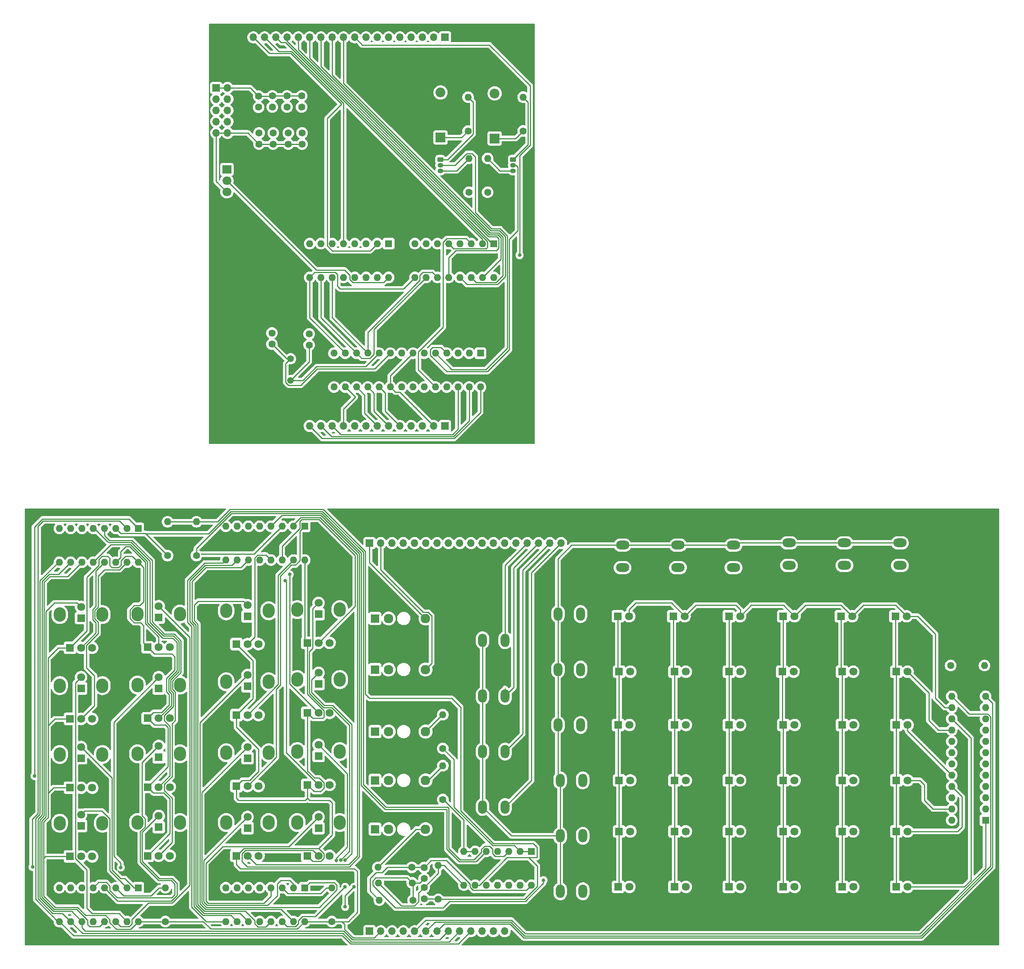
<source format=gtl>
G04 #@! TF.GenerationSoftware,KiCad,Pcbnew,6.0.5-2.fc35*
G04 #@! TF.CreationDate,2022-07-07T15:13:13+02:00*
G04 #@! TF.ProjectId,matrix-sq-v1,6d617472-6978-42d7-9371-2d76312e6b69,rev?*
G04 #@! TF.SameCoordinates,Original*
G04 #@! TF.FileFunction,Copper,L1,Top*
G04 #@! TF.FilePolarity,Positive*
%FSLAX46Y46*%
G04 Gerber Fmt 4.6, Leading zero omitted, Abs format (unit mm)*
G04 Created by KiCad (PCBNEW 6.0.5-2.fc35) date 2022-07-07 15:13:13*
%MOMM*%
%LPD*%
G01*
G04 APERTURE LIST*
G04 Aperture macros list*
%AMRoundRect*
0 Rectangle with rounded corners*
0 $1 Rounding radius*
0 $2 $3 $4 $5 $6 $7 $8 $9 X,Y pos of 4 corners*
0 Add a 4 corners polygon primitive as box body*
4,1,4,$2,$3,$4,$5,$6,$7,$8,$9,$2,$3,0*
0 Add four circle primitives for the rounded corners*
1,1,$1+$1,$2,$3*
1,1,$1+$1,$4,$5*
1,1,$1+$1,$6,$7*
1,1,$1+$1,$8,$9*
0 Add four rect primitives between the rounded corners*
20,1,$1+$1,$2,$3,$4,$5,0*
20,1,$1+$1,$4,$5,$6,$7,0*
20,1,$1+$1,$6,$7,$8,$9,0*
20,1,$1+$1,$8,$9,$2,$3,0*%
G04 Aperture macros list end*
G04 #@! TA.AperFunction,ComponentPad*
%ADD10C,1.600000*%
G04 #@! TD*
G04 #@! TA.AperFunction,ComponentPad*
%ADD11O,1.600000X1.600000*%
G04 #@! TD*
G04 #@! TA.AperFunction,ComponentPad*
%ADD12R,1.800000X1.800000*%
G04 #@! TD*
G04 #@! TA.AperFunction,ComponentPad*
%ADD13C,1.800000*%
G04 #@! TD*
G04 #@! TA.AperFunction,ComponentPad*
%ADD14O,2.720000X3.240000*%
G04 #@! TD*
G04 #@! TA.AperFunction,ComponentPad*
%ADD15O,3.000000X2.000000*%
G04 #@! TD*
G04 #@! TA.AperFunction,ComponentPad*
%ADD16R,1.600000X1.600000*%
G04 #@! TD*
G04 #@! TA.AperFunction,ComponentPad*
%ADD17O,2.000000X3.000000*%
G04 #@! TD*
G04 #@! TA.AperFunction,ComponentPad*
%ADD18R,1.830000X1.930000*%
G04 #@! TD*
G04 #@! TA.AperFunction,ComponentPad*
%ADD19C,2.130000*%
G04 #@! TD*
G04 #@! TA.AperFunction,ComponentPad*
%ADD20R,1.700000X1.700000*%
G04 #@! TD*
G04 #@! TA.AperFunction,ComponentPad*
%ADD21O,1.700000X1.700000*%
G04 #@! TD*
G04 #@! TA.AperFunction,ComponentPad*
%ADD22RoundRect,0.249900X-0.400100X0.275100X-0.400100X-0.275100X0.400100X-0.275100X0.400100X0.275100X0*%
G04 #@! TD*
G04 #@! TA.AperFunction,ComponentPad*
%ADD23O,1.300000X1.050000*%
G04 #@! TD*
G04 #@! TA.AperFunction,ComponentPad*
%ADD24R,2.000000X1.905000*%
G04 #@! TD*
G04 #@! TA.AperFunction,ComponentPad*
%ADD25O,2.000000X1.905000*%
G04 #@! TD*
G04 #@! TA.AperFunction,ComponentPad*
%ADD26R,2.200000X2.200000*%
G04 #@! TD*
G04 #@! TA.AperFunction,ComponentPad*
%ADD27O,2.200000X2.200000*%
G04 #@! TD*
G04 #@! TA.AperFunction,ComponentPad*
%ADD28C,1.500000*%
G04 #@! TD*
G04 #@! TA.AperFunction,ViaPad*
%ADD29C,0.800000*%
G04 #@! TD*
G04 #@! TA.AperFunction,Conductor*
%ADD30C,0.250000*%
G04 #@! TD*
G04 APERTURE END LIST*
D10*
X275940000Y-277100000D03*
D11*
X283560000Y-277100000D03*
D12*
X201000000Y-327000000D03*
D13*
X203540000Y-327000000D03*
D14*
X75200000Y-297150000D03*
X84800000Y-297150000D03*
D12*
X77500000Y-304650000D03*
D13*
X80000000Y-304650000D03*
X82500000Y-304650000D03*
D12*
X238225000Y-266000000D03*
D13*
X240765000Y-266000000D03*
D10*
X161500000Y-307310000D03*
D11*
X161500000Y-299690000D03*
D14*
X112700000Y-312500000D03*
X122300000Y-312500000D03*
D12*
X115000000Y-320000000D03*
D13*
X117500000Y-320000000D03*
X120000000Y-320000000D03*
D10*
X154510000Y-322600000D03*
D11*
X146890000Y-322600000D03*
D15*
X252000000Y-249460000D03*
X252000000Y-254540000D03*
D16*
X149300000Y-182000000D03*
D11*
X146760000Y-182000000D03*
X144220000Y-182000000D03*
X141680000Y-182000000D03*
X139140000Y-182000000D03*
X136600000Y-182000000D03*
X134060000Y-182000000D03*
X131520000Y-182000000D03*
X131520000Y-189620000D03*
X134060000Y-189620000D03*
X136600000Y-189620000D03*
X139140000Y-189620000D03*
X141680000Y-189620000D03*
X144220000Y-189620000D03*
X146760000Y-189620000D03*
X149300000Y-189620000D03*
D12*
X133500000Y-297500000D03*
D13*
X133500000Y-294960000D03*
D12*
X225960000Y-278500000D03*
D13*
X228500000Y-278500000D03*
D14*
X122300000Y-280775000D03*
X112700000Y-280775000D03*
D12*
X115000000Y-288275000D03*
D13*
X117500000Y-288275000D03*
X120000000Y-288275000D03*
D10*
X123300000Y-159550000D03*
X123300000Y-157050000D03*
D12*
X251450000Y-303000000D03*
D13*
X253990000Y-303000000D03*
D12*
X251450000Y-314500000D03*
D13*
X253990000Y-314500000D03*
D17*
X170460000Y-271400000D03*
X175540000Y-271400000D03*
D12*
X213460000Y-266000000D03*
D13*
X216000000Y-266000000D03*
D14*
X138300000Y-312500000D03*
X128700000Y-312500000D03*
D12*
X131000000Y-320000000D03*
D13*
X133500000Y-320000000D03*
X136000000Y-320000000D03*
D18*
X146220000Y-278000000D03*
D19*
X157620000Y-278000000D03*
X149320000Y-278000000D03*
D17*
X192540000Y-265500000D03*
X187460000Y-265500000D03*
D12*
X251450000Y-278500000D03*
D13*
X253990000Y-278500000D03*
D14*
X112700000Y-264775000D03*
X122300000Y-264775000D03*
D12*
X115000000Y-272275000D03*
D13*
X117500000Y-272275000D03*
X120000000Y-272275000D03*
D17*
X192540000Y-290500000D03*
X187460000Y-290500000D03*
D14*
X138300000Y-264500000D03*
X128700000Y-264500000D03*
D12*
X131000000Y-272000000D03*
D13*
X133500000Y-272000000D03*
X136000000Y-272000000D03*
D14*
X138300000Y-296500000D03*
X128700000Y-296500000D03*
D12*
X131000000Y-304000000D03*
D13*
X133500000Y-304000000D03*
X136000000Y-304000000D03*
D10*
X120000000Y-151250000D03*
X120000000Y-148750000D03*
D12*
X263460000Y-266000000D03*
D13*
X266000000Y-266000000D03*
D12*
X133500000Y-265540000D03*
D13*
X133500000Y-263000000D03*
D14*
X92700000Y-281500000D03*
X102300000Y-281500000D03*
D12*
X95000000Y-289000000D03*
D13*
X97500000Y-289000000D03*
X100000000Y-289000000D03*
D12*
X213725000Y-303000000D03*
D13*
X216265000Y-303000000D03*
D20*
X110460000Y-146880000D03*
D21*
X113000000Y-146880000D03*
X110460000Y-149420000D03*
X113000000Y-149420000D03*
X110460000Y-151960000D03*
X113000000Y-151960000D03*
X110460000Y-154500000D03*
X113000000Y-154500000D03*
X110460000Y-157040000D03*
X113000000Y-157040000D03*
D15*
X264500000Y-249460000D03*
X264500000Y-254540000D03*
D10*
X179600000Y-156600000D03*
D11*
X179600000Y-148980000D03*
D12*
X200960000Y-266000000D03*
D13*
X203500000Y-266000000D03*
D12*
X238225000Y-303000000D03*
D13*
X240765000Y-303000000D03*
D22*
X177330000Y-163035000D03*
D23*
X177330000Y-164305000D03*
X177330000Y-165575000D03*
D10*
X157300000Y-329650000D03*
X157300000Y-327150000D03*
X126400000Y-151200000D03*
X126400000Y-148700000D03*
D12*
X225960000Y-266000000D03*
D13*
X228500000Y-266000000D03*
D17*
X192540000Y-278000000D03*
X187460000Y-278000000D03*
D12*
X263685000Y-314500000D03*
D13*
X266225000Y-314500000D03*
D12*
X97500000Y-282275000D03*
D13*
X97500000Y-279735000D03*
D10*
X154810000Y-330000000D03*
D11*
X147190000Y-330000000D03*
D10*
X136500000Y-334810000D03*
D11*
X136500000Y-327190000D03*
D12*
X213725000Y-327000000D03*
D13*
X216265000Y-327000000D03*
D12*
X263685000Y-303000000D03*
D13*
X266225000Y-303000000D03*
D15*
X214500000Y-249960000D03*
X214500000Y-255040000D03*
X202000000Y-249960000D03*
X202000000Y-255040000D03*
D17*
X170460000Y-284000000D03*
X175540000Y-284000000D03*
D12*
X225960000Y-303000000D03*
D13*
X228500000Y-303000000D03*
D12*
X251450000Y-290500000D03*
D13*
X253990000Y-290500000D03*
D17*
X170460000Y-296500000D03*
X175540000Y-296500000D03*
D10*
X167200000Y-156610000D03*
D11*
X167200000Y-148990000D03*
D14*
X84800000Y-312650000D03*
X75200000Y-312650000D03*
D12*
X77500000Y-320150000D03*
D13*
X80000000Y-320150000D03*
X82500000Y-320150000D03*
D18*
X146220000Y-292000000D03*
D19*
X157620000Y-292000000D03*
X149320000Y-292000000D03*
D12*
X117500000Y-298000000D03*
D13*
X117500000Y-295460000D03*
D12*
X238225000Y-327000000D03*
D13*
X240765000Y-327000000D03*
D18*
X146220000Y-303000000D03*
D19*
X157620000Y-303000000D03*
X149320000Y-303000000D03*
D24*
X112855000Y-165260000D03*
D25*
X112855000Y-167800000D03*
X112855000Y-170340000D03*
D16*
X92900000Y-327200000D03*
D11*
X90360000Y-327200000D03*
X87820000Y-327200000D03*
X85280000Y-327200000D03*
X82740000Y-327200000D03*
X80200000Y-327200000D03*
X77660000Y-327200000D03*
X75120000Y-327200000D03*
X75120000Y-334820000D03*
X77660000Y-334820000D03*
X80200000Y-334820000D03*
X82740000Y-334820000D03*
X85280000Y-334820000D03*
X87820000Y-334820000D03*
X90360000Y-334820000D03*
X92900000Y-334820000D03*
D10*
X126700000Y-159550000D03*
X126700000Y-157050000D03*
D26*
X161000000Y-158080000D03*
D27*
X161000000Y-147920000D03*
D12*
X201225000Y-314500000D03*
D13*
X203765000Y-314500000D03*
D16*
X173000000Y-182000000D03*
D11*
X170460000Y-182000000D03*
X167920000Y-182000000D03*
X165380000Y-182000000D03*
X162840000Y-182000000D03*
X160300000Y-182000000D03*
X157760000Y-182000000D03*
X155220000Y-182000000D03*
X155220000Y-189620000D03*
X157760000Y-189620000D03*
X160300000Y-189620000D03*
X162840000Y-189620000D03*
X165380000Y-189620000D03*
X167920000Y-189620000D03*
X170460000Y-189620000D03*
X173000000Y-189620000D03*
D14*
X75200000Y-281640000D03*
X84800000Y-281640000D03*
D12*
X77500000Y-289140000D03*
D13*
X80000000Y-289140000D03*
X82500000Y-289140000D03*
D28*
X127200000Y-207950000D03*
X127200000Y-212850000D03*
D10*
X171600000Y-170410000D03*
D11*
X171600000Y-162790000D03*
D20*
X145000000Y-249500000D03*
D21*
X147540000Y-249500000D03*
X150080000Y-249500000D03*
X152620000Y-249500000D03*
X155160000Y-249500000D03*
X157700000Y-249500000D03*
X160240000Y-249500000D03*
X162780000Y-249500000D03*
X165320000Y-249500000D03*
X167860000Y-249500000D03*
X170400000Y-249500000D03*
X172940000Y-249500000D03*
X175480000Y-249500000D03*
X178020000Y-249500000D03*
X180560000Y-249500000D03*
X183100000Y-249500000D03*
X185640000Y-249500000D03*
X188180000Y-249500000D03*
D20*
X162000000Y-223100000D03*
D21*
X159460000Y-223100000D03*
X156920000Y-223100000D03*
X154380000Y-223100000D03*
X151840000Y-223100000D03*
X149300000Y-223100000D03*
X146760000Y-223100000D03*
X144220000Y-223100000D03*
X141680000Y-223100000D03*
X139140000Y-223100000D03*
X136600000Y-223100000D03*
X134060000Y-223100000D03*
X131520000Y-223100000D03*
D12*
X213725000Y-314500000D03*
D13*
X216265000Y-314500000D03*
D10*
X106000000Y-252310000D03*
D11*
X106000000Y-244690000D03*
D10*
X157300000Y-325150000D03*
X157300000Y-322650000D03*
D12*
X251225000Y-266000000D03*
D13*
X253765000Y-266000000D03*
D12*
X117500000Y-281775000D03*
D13*
X117500000Y-279235000D03*
D12*
X201000000Y-290500000D03*
D13*
X203540000Y-290500000D03*
D10*
X160500000Y-329810000D03*
D11*
X160500000Y-322190000D03*
D16*
X130400000Y-245700000D03*
D11*
X127860000Y-245700000D03*
X125320000Y-245700000D03*
X122780000Y-245700000D03*
X120240000Y-245700000D03*
X117700000Y-245700000D03*
X115160000Y-245700000D03*
X112620000Y-245700000D03*
X112620000Y-253320000D03*
X115160000Y-253320000D03*
X117700000Y-253320000D03*
X120240000Y-253320000D03*
X122780000Y-253320000D03*
X125320000Y-253320000D03*
X127860000Y-253320000D03*
X130400000Y-253320000D03*
D12*
X97500000Y-313550000D03*
D13*
X97500000Y-311010000D03*
D18*
X146220000Y-266500000D03*
D19*
X157620000Y-266500000D03*
X149320000Y-266500000D03*
D17*
X193040000Y-303000000D03*
X187960000Y-303000000D03*
D26*
X173200000Y-158280000D03*
D27*
X173200000Y-148120000D03*
D10*
X161500000Y-295810000D03*
D11*
X161500000Y-288190000D03*
D22*
X160930000Y-163035000D03*
D23*
X160930000Y-164305000D03*
X160930000Y-165575000D03*
D16*
X283800000Y-311975000D03*
D11*
X283800000Y-309435000D03*
X283800000Y-306895000D03*
X283800000Y-304355000D03*
X283800000Y-301815000D03*
X283800000Y-299275000D03*
X283800000Y-296735000D03*
X283800000Y-294195000D03*
X283800000Y-291655000D03*
X283800000Y-289115000D03*
X283800000Y-286575000D03*
X283800000Y-284035000D03*
X276180000Y-284035000D03*
X276180000Y-286575000D03*
X276180000Y-289115000D03*
X276180000Y-291655000D03*
X276180000Y-294195000D03*
X276180000Y-296735000D03*
X276180000Y-299275000D03*
X276180000Y-301815000D03*
X276180000Y-304355000D03*
X276180000Y-306895000D03*
X276180000Y-309435000D03*
X276180000Y-311975000D03*
D12*
X201225000Y-303000000D03*
D13*
X203765000Y-303000000D03*
D10*
X154610000Y-326100000D03*
D11*
X146990000Y-326100000D03*
D12*
X117500000Y-313775000D03*
D13*
X117500000Y-311235000D03*
D18*
X146220000Y-314000000D03*
D19*
X157620000Y-314000000D03*
X149320000Y-314000000D03*
D12*
X225960000Y-290500000D03*
D13*
X228500000Y-290500000D03*
D12*
X97500000Y-297775000D03*
D13*
X97500000Y-295235000D03*
D17*
X193040000Y-328000000D03*
X187960000Y-328000000D03*
D15*
X239500000Y-249460000D03*
X239500000Y-254540000D03*
D20*
X162000000Y-135500000D03*
D21*
X159460000Y-135500000D03*
X156920000Y-135500000D03*
X154380000Y-135500000D03*
X151840000Y-135500000D03*
X149300000Y-135500000D03*
X146760000Y-135500000D03*
X144220000Y-135500000D03*
X141680000Y-135500000D03*
X139140000Y-135500000D03*
X136600000Y-135500000D03*
X134060000Y-135500000D03*
X131520000Y-135500000D03*
X128980000Y-135500000D03*
X126440000Y-135500000D03*
X123900000Y-135500000D03*
X121360000Y-135500000D03*
X118820000Y-135500000D03*
D14*
X75200000Y-265610000D03*
X84800000Y-265610000D03*
D12*
X77500000Y-273110000D03*
D13*
X80000000Y-273110000D03*
X82500000Y-273110000D03*
D12*
X238225000Y-314500000D03*
D13*
X240765000Y-314500000D03*
D12*
X213725000Y-290500000D03*
D13*
X216265000Y-290500000D03*
D12*
X80000000Y-313275000D03*
D13*
X80000000Y-310735000D03*
D12*
X263685000Y-327000000D03*
D13*
X266225000Y-327000000D03*
D16*
X130400000Y-327200000D03*
D11*
X127860000Y-327200000D03*
X125320000Y-327200000D03*
X122780000Y-327200000D03*
X120240000Y-327200000D03*
X117700000Y-327200000D03*
X115160000Y-327200000D03*
X112620000Y-327200000D03*
X112620000Y-334820000D03*
X115160000Y-334820000D03*
X117700000Y-334820000D03*
X120240000Y-334820000D03*
X122780000Y-334820000D03*
X125320000Y-334820000D03*
X127860000Y-334820000D03*
X130400000Y-334820000D03*
D12*
X117500000Y-266050000D03*
D13*
X117500000Y-263510000D03*
D10*
X167400000Y-170410000D03*
D11*
X167400000Y-162790000D03*
D14*
X102300000Y-265500000D03*
X92700000Y-265500000D03*
D12*
X95000000Y-273000000D03*
D13*
X97500000Y-273000000D03*
X100000000Y-273000000D03*
D12*
X251450000Y-327000000D03*
D13*
X253990000Y-327000000D03*
D12*
X80000000Y-282275000D03*
D13*
X80000000Y-279735000D03*
D10*
X120100000Y-159550000D03*
X120100000Y-157050000D03*
D12*
X225960000Y-327000000D03*
D13*
X228500000Y-327000000D03*
D10*
X123000000Y-204650000D03*
X123000000Y-202150000D03*
D17*
X193040000Y-315500000D03*
X187960000Y-315500000D03*
D14*
X92700000Y-312500000D03*
X102300000Y-312500000D03*
D12*
X95000000Y-320000000D03*
D13*
X97500000Y-320000000D03*
X100000000Y-320000000D03*
D12*
X133500000Y-313775000D03*
D13*
X133500000Y-311235000D03*
D14*
X122300000Y-296775000D03*
X112700000Y-296775000D03*
D12*
X115000000Y-304275000D03*
D13*
X117500000Y-304275000D03*
X120000000Y-304275000D03*
D10*
X129700000Y-151200000D03*
X129700000Y-148700000D03*
D12*
X133500000Y-281275000D03*
D13*
X133500000Y-278735000D03*
D12*
X238225000Y-290500000D03*
D13*
X240765000Y-290500000D03*
D12*
X263685000Y-290500000D03*
D13*
X266225000Y-290500000D03*
D12*
X225960000Y-314500000D03*
D13*
X228500000Y-314500000D03*
D14*
X92700000Y-297000000D03*
X102300000Y-297000000D03*
D12*
X95000000Y-304500000D03*
D13*
X97500000Y-304500000D03*
X100000000Y-304500000D03*
D14*
X128700000Y-280275000D03*
X138300000Y-280275000D03*
D12*
X131000000Y-287775000D03*
D13*
X133500000Y-287775000D03*
X136000000Y-287775000D03*
D15*
X227000000Y-249960000D03*
X227000000Y-255040000D03*
D12*
X97500000Y-266275000D03*
D13*
X97500000Y-263735000D03*
D12*
X201225000Y-278500000D03*
D13*
X203765000Y-278500000D03*
D16*
X181500000Y-319000000D03*
D11*
X178960000Y-319000000D03*
X176420000Y-319000000D03*
X173880000Y-319000000D03*
X171340000Y-319000000D03*
X168800000Y-319000000D03*
X166260000Y-319000000D03*
X166260000Y-326620000D03*
X168800000Y-326620000D03*
X171340000Y-326620000D03*
X173880000Y-326620000D03*
X176420000Y-326620000D03*
X178960000Y-326620000D03*
X181500000Y-326620000D03*
D12*
X80000000Y-298000000D03*
D13*
X80000000Y-295460000D03*
D16*
X170000000Y-206700000D03*
D11*
X167460000Y-206700000D03*
X164920000Y-206700000D03*
X162380000Y-206700000D03*
X159840000Y-206700000D03*
X157300000Y-206700000D03*
X154760000Y-206700000D03*
X152220000Y-206700000D03*
X149680000Y-206700000D03*
X147140000Y-206700000D03*
X144600000Y-206700000D03*
X142060000Y-206700000D03*
X139520000Y-206700000D03*
X136980000Y-206700000D03*
X136980000Y-214320000D03*
X139520000Y-214320000D03*
X142060000Y-214320000D03*
X144600000Y-214320000D03*
X147140000Y-214320000D03*
X149680000Y-214320000D03*
X152220000Y-214320000D03*
X154760000Y-214320000D03*
X157300000Y-214320000D03*
X159840000Y-214320000D03*
X162380000Y-214320000D03*
X164920000Y-214320000D03*
X167460000Y-214320000D03*
X170000000Y-214320000D03*
D20*
X145000000Y-337000000D03*
D21*
X147540000Y-337000000D03*
X150080000Y-337000000D03*
X152620000Y-337000000D03*
X155160000Y-337000000D03*
X157700000Y-337000000D03*
X160240000Y-337000000D03*
X162780000Y-337000000D03*
X165320000Y-337000000D03*
X167860000Y-337000000D03*
X170400000Y-337000000D03*
X172940000Y-337000000D03*
X175480000Y-337000000D03*
D12*
X263685000Y-278500000D03*
D13*
X266225000Y-278500000D03*
D10*
X131400000Y-204850000D03*
X131400000Y-202350000D03*
X123100000Y-151200000D03*
X123100000Y-148700000D03*
D12*
X80000000Y-266425000D03*
D13*
X80000000Y-263885000D03*
D10*
X99500000Y-252310000D03*
D11*
X99500000Y-244690000D03*
D17*
X170460000Y-309000000D03*
X175540000Y-309000000D03*
D12*
X238000000Y-278500000D03*
D13*
X240540000Y-278500000D03*
D16*
X92900000Y-246200000D03*
D11*
X90360000Y-246200000D03*
X87820000Y-246200000D03*
X85280000Y-246200000D03*
X82740000Y-246200000D03*
X80200000Y-246200000D03*
X77660000Y-246200000D03*
X75120000Y-246200000D03*
X75120000Y-253820000D03*
X77660000Y-253820000D03*
X80200000Y-253820000D03*
X82740000Y-253820000D03*
X85280000Y-253820000D03*
X87820000Y-253820000D03*
X90360000Y-253820000D03*
X92900000Y-253820000D03*
D10*
X99000000Y-334810000D03*
D11*
X99000000Y-327190000D03*
D12*
X213725000Y-278500000D03*
D13*
X216265000Y-278500000D03*
D10*
X129800000Y-159550000D03*
X129800000Y-157050000D03*
D29*
X139500000Y-327000000D03*
X138496058Y-320977395D03*
X88944511Y-322624511D03*
X141500000Y-327000000D03*
X139500000Y-331500000D03*
X139500000Y-321000000D03*
X137500000Y-321060308D03*
X184200000Y-325500000D03*
X69500000Y-302000000D03*
X69500000Y-302000000D03*
X69078380Y-322500000D03*
X127000000Y-256540000D03*
X126000000Y-258000000D03*
X178800000Y-184600000D03*
D30*
X178800000Y-184600000D02*
X178849520Y-184550480D01*
X178849520Y-162151198D02*
X181200000Y-159800717D01*
X178849520Y-184550480D02*
X178849520Y-162151198D01*
X181200000Y-159800717D02*
X181200000Y-146400000D01*
X181200000Y-146400000D02*
X172000000Y-137200000D01*
X172000000Y-137200000D02*
X143380000Y-137200000D01*
X143380000Y-137200000D02*
X141680000Y-135500000D01*
X118820000Y-135500000D02*
X122430088Y-139110088D01*
X122430088Y-139110088D02*
X127253234Y-139110088D01*
X135475489Y-182475489D02*
X136600000Y-183600000D01*
X127253234Y-139110088D02*
X138690480Y-150547334D01*
X138690480Y-150547334D02*
X135475489Y-153762325D01*
X145160000Y-183600000D02*
X146760000Y-182000000D01*
X135475489Y-153762325D02*
X135475489Y-182475489D01*
X136600000Y-183600000D02*
X145160000Y-183600000D01*
X124520568Y-138660568D02*
X127439432Y-138660568D01*
X121360000Y-135500000D02*
X124520568Y-138660568D01*
X127439432Y-138660568D02*
X139140000Y-150361136D01*
X139140000Y-150361136D02*
X139140000Y-182000000D01*
X125074511Y-136674511D02*
X123900000Y-135500000D01*
X126089093Y-136674511D02*
X125074511Y-136674511D01*
X170460000Y-181045418D02*
X126089093Y-136674511D01*
X170460000Y-182000000D02*
X170460000Y-181045418D01*
X165380000Y-189620000D02*
X166954031Y-191194031D01*
X166954031Y-191194031D02*
X173805969Y-191194031D01*
X172329850Y-179100960D02*
X139140000Y-145911110D01*
X173805969Y-191194031D02*
X175600000Y-189400000D01*
X175600000Y-189400000D02*
X175600000Y-180443826D01*
X174257134Y-179100960D02*
X172329850Y-179100960D01*
X175600000Y-180443826D02*
X174257134Y-179100960D01*
X139140000Y-145911110D02*
X139140000Y-135500000D01*
X167920000Y-189620000D02*
X169044511Y-190744511D01*
X172143652Y-179550480D02*
X136596586Y-144003414D01*
X169044511Y-190744511D02*
X173465789Y-190744511D01*
X173465789Y-190744511D02*
X175023551Y-189186749D01*
X175023551Y-189186749D02*
X175023551Y-180503094D01*
X175023551Y-180503094D02*
X174760228Y-180239772D01*
X174760228Y-180239772D02*
X174070937Y-179550480D01*
X174070937Y-179550480D02*
X172143652Y-179550480D01*
X136596586Y-144003414D02*
X136600000Y-144000000D01*
X136600000Y-144000000D02*
X136600000Y-135500000D01*
X170460000Y-189620000D02*
X174574031Y-185505969D01*
X174574031Y-185505969D02*
X174574031Y-180689292D01*
X171957454Y-180000000D02*
X134060000Y-142102546D01*
X174574031Y-180689292D02*
X173884739Y-180000000D01*
X173884739Y-180000000D02*
X171957454Y-180000000D01*
X134060000Y-142102546D02*
X134060000Y-135500000D01*
X162840000Y-189620000D02*
X162840000Y-185134031D01*
X162840000Y-185134031D02*
X164400000Y-183574031D01*
X164400000Y-183574031D02*
X173625969Y-183574031D01*
X173625969Y-183574031D02*
X174124511Y-183075489D01*
X174124511Y-183075489D02*
X174124511Y-180875490D01*
X173698541Y-180449520D02*
X171771257Y-180449520D01*
X174124511Y-180875490D02*
X173698541Y-180449520D01*
X171771257Y-180449520D02*
X131510868Y-140189132D01*
X131510868Y-140189132D02*
X131520000Y-140180000D01*
X131520000Y-140180000D02*
X131520000Y-135500000D01*
X173000000Y-182000000D02*
X172686018Y-182000000D01*
X172686018Y-182000000D02*
X128980000Y-138293982D01*
X128980000Y-138293982D02*
X128980000Y-135500000D01*
X162840000Y-182000000D02*
X163964511Y-183124511D01*
X171275489Y-183124511D02*
X171584511Y-182815489D01*
X171584511Y-182815489D02*
X171584511Y-181534211D01*
X163964511Y-183124511D02*
X171275489Y-183124511D01*
X171584511Y-181534211D02*
X126440000Y-136389700D01*
X126440000Y-136389700D02*
X126440000Y-135500000D01*
X170000000Y-214320000D02*
X170000000Y-220000000D01*
X170000000Y-220000000D02*
X164100958Y-225899040D01*
X164100958Y-225899040D02*
X134319040Y-225899040D01*
X134319040Y-225899040D02*
X131520000Y-223100000D01*
X167460000Y-214320000D02*
X167460000Y-221904282D01*
X167460000Y-221904282D02*
X163914761Y-225449520D01*
X163914761Y-225449520D02*
X136409520Y-225449520D01*
X136409520Y-225449520D02*
X134060000Y-223100000D01*
X164920000Y-214320000D02*
X164920000Y-223808564D01*
X164920000Y-223808564D02*
X163728564Y-225000000D01*
X163728564Y-225000000D02*
X138500000Y-225000000D01*
X138500000Y-225000000D02*
X136600000Y-223100000D01*
X149680000Y-214320000D02*
X150804511Y-215444511D01*
X150804511Y-215444511D02*
X151804511Y-215444511D01*
X151804511Y-215444511D02*
X159460000Y-223100000D01*
X147140000Y-214320000D02*
X148500000Y-215680000D01*
X148500000Y-215680000D02*
X148500000Y-219760000D01*
X148500000Y-219760000D02*
X151840000Y-223100000D01*
X145980000Y-215700000D02*
X145980000Y-219780000D01*
X145980000Y-219780000D02*
X149300000Y-223100000D01*
X143889520Y-216149520D02*
X143889520Y-220229520D01*
X143889520Y-220229520D02*
X146760000Y-223100000D01*
X141799040Y-216599040D02*
X139140000Y-219258080D01*
X139140000Y-219258080D02*
X139140000Y-223100000D01*
X157620000Y-266500000D02*
X145000000Y-253880000D01*
X145000000Y-253880000D02*
X145000000Y-249500000D01*
X157620000Y-278000000D02*
X159009511Y-276610489D01*
X158195555Y-265110489D02*
X157110489Y-265110489D01*
X157110489Y-265110489D02*
X147540000Y-255540000D01*
X147540000Y-255540000D02*
X147540000Y-249500000D01*
X159009511Y-265924445D02*
X158195555Y-265110489D01*
X159009511Y-276610489D02*
X159009511Y-265924445D01*
X91015480Y-266457751D02*
X92002249Y-267444520D01*
X107538565Y-334810000D02*
X99000000Y-334810000D01*
X71600960Y-320500000D02*
X71600960Y-329058592D01*
X115000000Y-272275000D02*
X118724511Y-275999511D01*
X187460000Y-278000000D02*
X187460000Y-290500000D01*
X118000000Y-303000000D02*
X120000000Y-301000000D01*
X74143328Y-331600960D02*
X79206977Y-331600960D01*
X92002249Y-267444520D02*
X93444520Y-267444520D01*
X115000000Y-320000000D02*
X116674031Y-318325969D01*
X115899040Y-322899040D02*
X141599040Y-322899040D01*
X84000000Y-253195718D02*
X84000000Y-254464282D01*
X142224511Y-323524511D02*
X142224511Y-332775489D01*
X115000000Y-307000000D02*
X115000000Y-304275000D01*
X130400000Y-271400000D02*
X131000000Y-272000000D01*
X73810000Y-304650000D02*
X77500000Y-304650000D01*
X72550480Y-275429520D02*
X74870000Y-273110000D01*
X132224511Y-321224511D02*
X131000000Y-320000000D01*
X134724511Y-303492790D02*
X134724511Y-304775489D01*
X130400000Y-334600000D02*
X130500000Y-334500000D01*
X134724511Y-319492790D02*
X134724511Y-320507210D01*
X130500000Y-307500000D02*
X115500000Y-307500000D01*
X120000000Y-296000000D02*
X115000000Y-291000000D01*
X72550480Y-290669520D02*
X72550480Y-275429520D01*
X138790000Y-334810000D02*
X136500000Y-334810000D01*
X187960000Y-315500000D02*
X187960000Y-328000000D01*
X134724511Y-304775489D02*
X134000000Y-305500000D01*
X136000000Y-307500000D02*
X131500000Y-307500000D01*
X118724511Y-275999511D02*
X118724511Y-284550489D01*
X134724511Y-288775489D02*
X134724511Y-287267790D01*
X170460000Y-284000000D02*
X170460000Y-271400000D01*
X84695718Y-252500000D02*
X84000000Y-253195718D01*
X77500000Y-320150000D02*
X71950960Y-320150000D01*
X86500000Y-335090300D02*
X87960180Y-336550480D01*
X92900000Y-253820000D02*
X91580000Y-252500000D01*
X227500000Y-249460000D02*
X227000000Y-249960000D01*
X116275000Y-303000000D02*
X118000000Y-303000000D01*
X99000000Y-290500000D02*
X96500000Y-290500000D01*
X134500489Y-288999511D02*
X134724511Y-288775489D01*
X115000000Y-304275000D02*
X116275000Y-303000000D01*
X202000002Y-249960003D02*
X190540005Y-249960003D01*
X131000000Y-283543279D02*
X131000000Y-272000000D01*
X87002735Y-255050480D02*
X86500000Y-254547745D01*
X87960180Y-336550480D02*
X91169520Y-336550480D01*
X146040000Y-338500000D02*
X141314308Y-338500000D01*
X112855000Y-167800000D02*
X133005480Y-187950480D01*
X92910000Y-334810000D02*
X92900000Y-334820000D01*
X71600960Y-312335335D02*
X72550480Y-311385814D01*
X187460000Y-253040000D02*
X187460000Y-265500000D01*
X91580000Y-252500000D02*
X90000000Y-252500000D01*
X130400000Y-334820000D02*
X136490000Y-334820000D01*
X109228565Y-336500000D02*
X107538565Y-334810000D01*
X71600960Y-329058592D02*
X74143328Y-331600960D01*
X96500000Y-274500000D02*
X95000000Y-273000000D01*
X133557690Y-318325969D02*
X134724511Y-319492790D01*
X170460000Y-296500000D02*
X170460000Y-284500000D01*
X96317858Y-287682142D02*
X98182141Y-287682142D01*
X93223384Y-263555480D02*
X92002249Y-263555480D01*
X131500000Y-307500000D02*
X131000000Y-307000000D01*
X85497291Y-333446991D02*
X86500000Y-334449700D01*
X131000000Y-300864282D02*
X132567859Y-302432141D01*
X94050480Y-268050480D02*
X94050480Y-272050480D01*
X136490000Y-334820000D02*
X136500000Y-334810000D01*
X239500000Y-249460000D02*
X227500000Y-249460000D01*
X214500000Y-249960000D02*
X202000000Y-249960000D01*
X130400000Y-253320000D02*
X130400000Y-271400000D01*
X136615480Y-308115480D02*
X136000000Y-307500000D01*
X99600960Y-299899040D02*
X99600960Y-291100960D01*
X133005480Y-187950480D02*
X139351758Y-187950480D01*
X72550480Y-311385814D02*
X72550480Y-305909520D01*
X187460000Y-290500000D02*
X187460000Y-302500000D01*
X84000000Y-254464282D02*
X81280000Y-257184282D01*
X91015480Y-264542249D02*
X91015480Y-266457751D01*
X133557690Y-318325969D02*
X136615480Y-315268179D01*
X94050480Y-272050480D02*
X95000000Y-273000000D01*
X131000000Y-307000000D02*
X130500000Y-307500000D01*
X86500000Y-252974850D02*
X86025150Y-252500000D01*
X118724511Y-284550489D02*
X115000000Y-288275000D01*
X141314308Y-338500000D02*
X139400000Y-336585692D01*
X72550480Y-290669520D02*
X74080000Y-289140000D01*
X139400000Y-336585692D02*
X139400000Y-335420000D01*
X95000000Y-304500000D02*
X99600960Y-299899040D01*
X74870000Y-273110000D02*
X77500000Y-273110000D01*
X72550480Y-305909520D02*
X72550480Y-290669520D01*
X86500000Y-254547745D02*
X86500000Y-252974850D01*
X98682141Y-305817859D02*
X96317859Y-305817859D01*
X227000000Y-249960000D02*
X214500000Y-249960000D01*
X91169520Y-336550480D02*
X92900000Y-334820000D01*
X187460000Y-302500000D02*
X187960000Y-303000000D01*
X95000000Y-289000000D02*
X96317858Y-287682142D01*
X99875951Y-285988332D02*
X99875951Y-283625374D01*
X134000000Y-305500000D02*
X132500000Y-305500000D01*
X100500000Y-274500000D02*
X96500000Y-274500000D01*
X81280000Y-269330000D02*
X77500000Y-273110000D01*
X132567859Y-302432141D02*
X133663862Y-302432141D01*
X99266920Y-283016342D02*
X99266920Y-279983655D01*
X141214211Y-190744511D02*
X148175489Y-190744511D01*
X186960000Y-278500000D02*
X187460000Y-278000000D01*
X71600960Y-320500000D02*
X71600960Y-312335335D01*
X115500000Y-307500000D02*
X115000000Y-307000000D01*
X88449520Y-255050480D02*
X87002735Y-255050480D01*
X86025150Y-252500000D02*
X84695718Y-252500000D01*
X170460000Y-284500000D02*
X169960000Y-284000000D01*
X131000000Y-287775000D02*
X132224511Y-288999511D01*
X131000000Y-307000000D02*
X131000000Y-304000000D01*
X99600960Y-291100960D02*
X99000000Y-290500000D01*
X93444520Y-267444520D02*
X94050480Y-268050480D01*
X131000000Y-287775000D02*
X131000000Y-300864282D01*
X98182141Y-287682142D02*
X99875951Y-285988332D01*
X86500000Y-334449700D02*
X86500000Y-335090300D01*
X170460000Y-309000000D02*
X170460000Y-296500000D01*
X140190000Y-334810000D02*
X138790000Y-334810000D01*
X90000000Y-252500000D02*
X89000000Y-253500000D01*
X115000000Y-320000000D02*
X115000000Y-322000000D01*
X149680000Y-214320000D02*
X149680000Y-211780000D01*
X147540000Y-337000000D02*
X146040000Y-338500000D01*
X92900000Y-253820000D02*
X94050480Y-254970480D01*
X99266920Y-279983655D02*
X99530243Y-279720333D01*
X132500000Y-305500000D02*
X131000000Y-304000000D01*
X149680000Y-211780000D02*
X154760000Y-206700000D01*
X187460000Y-278000000D02*
X187460000Y-265500000D01*
X132224511Y-288999511D02*
X134500489Y-288999511D01*
X142224511Y-332775489D02*
X140190000Y-334810000D01*
X96317859Y-305817859D02*
X95000000Y-304500000D01*
X81280000Y-257184282D02*
X81280000Y-269330000D01*
X139351758Y-187950480D02*
X140555489Y-189154211D01*
X252000000Y-249460000D02*
X239500000Y-249460000D01*
X81053009Y-333446991D02*
X85497291Y-333446991D01*
X72550480Y-305909520D02*
X73810000Y-304650000D01*
X71950960Y-320150000D02*
X71600960Y-320500000D01*
X99000000Y-334810000D02*
X92910000Y-334810000D01*
X170460000Y-309000000D02*
X176960000Y-315500000D01*
X99875951Y-283625374D02*
X99266920Y-283016342D01*
X136615480Y-315268179D02*
X136615480Y-308115480D01*
X190540000Y-249960000D02*
X187460000Y-253040000D01*
X99530243Y-279720333D02*
X101151440Y-278099135D01*
X94050480Y-254970480D02*
X94050480Y-262728384D01*
X134724511Y-287267790D02*
X131000000Y-283543279D01*
X100050480Y-314949520D02*
X100050480Y-307186198D01*
X140555489Y-190085789D02*
X141214211Y-190744511D01*
X89000000Y-254500000D02*
X88449520Y-255050480D01*
X128720000Y-336500000D02*
X109228565Y-336500000D01*
X130400000Y-334820000D02*
X128720000Y-336500000D01*
X101151440Y-275151440D02*
X100500000Y-274500000D01*
X101151440Y-278099135D02*
X101151440Y-275151440D01*
X92002249Y-263555480D02*
X91015480Y-264542249D01*
X134007210Y-321224511D02*
X132224511Y-321224511D01*
X115000000Y-322000000D02*
X115899040Y-322899040D01*
X148175489Y-190744511D02*
X149300000Y-189620000D01*
X141599040Y-322899040D02*
X142224511Y-323524511D01*
X94050480Y-262728384D02*
X93223384Y-263555480D01*
X89000000Y-253500000D02*
X89000000Y-254500000D01*
X130400000Y-334820000D02*
X130400000Y-334600000D01*
X79206977Y-331600960D02*
X81053009Y-333446991D01*
X100050480Y-307186198D02*
X98682141Y-305817859D01*
X134724511Y-320507210D02*
X134007210Y-321224511D01*
X96500000Y-290500000D02*
X95000000Y-289000000D01*
X133663862Y-302432141D02*
X134724511Y-303492790D01*
X187960000Y-303000000D02*
X187960000Y-315500000D01*
X264500000Y-249460000D02*
X252000000Y-249460000D01*
X74080000Y-289140000D02*
X77500000Y-289140000D01*
X139400000Y-335420000D02*
X138790000Y-334810000D01*
X115000000Y-291000000D02*
X115000000Y-288275000D01*
X120000000Y-301000000D02*
X120000000Y-296000000D01*
X95000000Y-320000000D02*
X100050480Y-314949520D01*
X116674031Y-318325969D02*
X133557690Y-318325969D01*
X176960000Y-315500000D02*
X187960000Y-315500000D01*
X140555489Y-189154211D02*
X140555489Y-190085789D01*
X141128110Y-338949520D02*
X160830480Y-338949520D01*
X70701920Y-311962941D02*
X70701920Y-329430988D01*
X139178589Y-337000000D02*
X141128110Y-338949520D01*
X80200000Y-253820000D02*
X77020000Y-257000000D01*
X80200000Y-336200000D02*
X81000000Y-337000000D01*
X160830480Y-338949520D02*
X162780000Y-337000000D01*
X77020000Y-257000000D02*
X73000000Y-257000000D01*
X77880000Y-332500000D02*
X80200000Y-334820000D01*
X73000000Y-257000000D02*
X71651440Y-258348560D01*
X80200000Y-334820000D02*
X80200000Y-336200000D01*
X73770933Y-332500000D02*
X77880000Y-332500000D01*
X81000000Y-337000000D02*
X139178589Y-337000000D01*
X71651440Y-311013420D02*
X70701920Y-311962941D01*
X70701920Y-329430988D02*
X73770933Y-332500000D01*
X71651440Y-258348560D02*
X71651440Y-311013420D01*
X70252400Y-329617186D02*
X70252400Y-311776744D01*
X140941913Y-339399040D02*
X162920960Y-339399040D01*
X73584734Y-332949520D02*
X70252400Y-329617186D01*
X70252400Y-311776744D02*
X71201920Y-310827223D01*
X72813803Y-256550480D02*
X74929520Y-256550480D01*
X77660000Y-334820000D02*
X80340000Y-337500000D01*
X80340000Y-337500000D02*
X139042872Y-337500000D01*
X77660000Y-334820000D02*
X75789520Y-332949520D01*
X74929520Y-256550480D02*
X77660000Y-253820000D01*
X75789520Y-332949520D02*
X73584734Y-332949520D01*
X71201920Y-258162363D02*
X72813803Y-256550480D01*
X139042872Y-337500000D02*
X140941913Y-339399040D01*
X71201920Y-310827223D02*
X71201920Y-258162363D01*
X162920960Y-339399040D02*
X165320000Y-337000000D01*
X140755716Y-339848560D02*
X165011440Y-339848560D01*
X74908565Y-253820000D02*
X70752400Y-257976165D01*
X69802880Y-329803384D02*
X74819496Y-334820000D01*
X69802880Y-311590547D02*
X69802880Y-329803384D01*
X78300000Y-338000000D02*
X138907154Y-338000000D01*
X165011440Y-339848560D02*
X167860000Y-337000000D01*
X138907154Y-338000000D02*
X140755716Y-339848560D01*
X74819496Y-334820000D02*
X75120000Y-334820000D01*
X75120000Y-334820000D02*
X78300000Y-338000000D01*
X70752400Y-257976165D02*
X70752400Y-310641026D01*
X70752400Y-310641026D02*
X69802880Y-311590547D01*
X75120000Y-253820000D02*
X74908565Y-253820000D01*
X285374031Y-322533121D02*
X269408111Y-338499040D01*
X285374031Y-285609031D02*
X285374031Y-322533121D01*
X161840960Y-335399040D02*
X160240000Y-337000000D01*
X269408111Y-338499040D02*
X179727605Y-338499040D01*
X283800000Y-284035000D02*
X285374031Y-285609031D01*
X179727605Y-338499040D02*
X176627604Y-335399040D01*
X176627604Y-335399040D02*
X161840960Y-335399040D01*
X280135489Y-287990489D02*
X284265789Y-287990489D01*
X284265789Y-287990489D02*
X284924511Y-288649211D01*
X284924511Y-322346924D02*
X269221914Y-338049520D01*
X179913802Y-338049520D02*
X176813802Y-334949520D01*
X284924511Y-288649211D02*
X284924511Y-322346924D01*
X159750480Y-334949520D02*
X157700000Y-337000000D01*
X269221914Y-338049520D02*
X179913802Y-338049520D01*
X176813802Y-334949520D02*
X159750480Y-334949520D01*
X276180000Y-284035000D02*
X280135489Y-287990489D01*
X180100000Y-337600000D02*
X177000000Y-334500000D01*
X269035717Y-337600000D02*
X180100000Y-337600000D01*
X283800000Y-322835717D02*
X269035717Y-337600000D01*
X157660000Y-334500000D02*
X155160000Y-337000000D01*
X283800000Y-311975000D02*
X283800000Y-322835717D01*
X177000000Y-334500000D02*
X157660000Y-334500000D01*
X115880000Y-333000000D02*
X117700000Y-334820000D01*
X105848560Y-331166419D02*
X107682141Y-333000000D01*
X108135718Y-255000000D02*
X105000000Y-258135718D01*
X117700000Y-253320000D02*
X116020000Y-255000000D01*
X105000000Y-267092848D02*
X105848560Y-267941408D01*
X105848560Y-267941408D02*
X105848560Y-331166419D01*
X107682141Y-333000000D02*
X115880000Y-333000000D01*
X105000000Y-258135718D02*
X105000000Y-267092848D01*
X116020000Y-255000000D02*
X108135718Y-255000000D01*
X113789520Y-333449520D02*
X115160000Y-334820000D01*
X105399040Y-268127605D02*
X105399040Y-331399040D01*
X107449520Y-333449520D02*
X113789520Y-333449520D01*
X108000000Y-254500000D02*
X104500000Y-258000000D01*
X113980000Y-254500000D02*
X108000000Y-254500000D01*
X104500000Y-258000000D02*
X104500000Y-267228565D01*
X105399040Y-331399040D02*
X107449520Y-333449520D01*
X115160000Y-253320000D02*
X113980000Y-254500000D01*
X104500000Y-267228565D02*
X105399040Y-268127605D01*
X108184282Y-334820000D02*
X112620000Y-334820000D01*
X107864283Y-254000000D02*
X104000000Y-257864283D01*
X104000000Y-257864283D02*
X104000000Y-267364283D01*
X104000000Y-267364283D02*
X104949520Y-268313803D01*
X112620000Y-253320000D02*
X111940000Y-254000000D01*
X111940000Y-254000000D02*
X107864283Y-254000000D01*
X104949520Y-268313803D02*
X104949520Y-331585238D01*
X104949520Y-331585238D02*
X108184282Y-334820000D01*
X112855000Y-170340000D02*
X110460000Y-167945000D01*
X126700000Y-159550000D02*
X129800000Y-159550000D01*
X113000000Y-157040000D02*
X117590000Y-157040000D01*
X120100000Y-159550000D02*
X123300000Y-159550000D01*
X157000000Y-223040030D02*
X157000000Y-223100000D01*
X110460000Y-157040000D02*
X113000000Y-157040000D01*
X117590000Y-157040000D02*
X120100000Y-159550000D01*
X123300000Y-159550000D02*
X126700000Y-159550000D01*
X110460000Y-167945000D02*
X110460000Y-157040000D01*
X123050000Y-148750000D02*
X123100000Y-148700000D01*
X113000000Y-146880000D02*
X118130000Y-146880000D01*
X123100000Y-148700000D02*
X126400000Y-148700000D01*
X118130000Y-146880000D02*
X120000000Y-148750000D01*
X120000000Y-148750000D02*
X123050000Y-148750000D01*
X110460000Y-146880000D02*
X113000000Y-146880000D01*
X126400000Y-148700000D02*
X129700000Y-148700000D01*
X175540000Y-271400000D02*
X175540000Y-254520000D01*
X175540000Y-254520000D02*
X180560000Y-249500000D01*
X175540000Y-282260000D02*
X175540000Y-284000000D01*
X177500000Y-282040000D02*
X177500000Y-255100000D01*
X175540000Y-284000000D02*
X177500000Y-282040000D01*
X177500000Y-255100000D02*
X183100000Y-249500000D01*
X175540000Y-296500000D02*
X179500000Y-292540000D01*
X175040000Y-296000000D02*
X175540000Y-296500000D01*
X179500000Y-292540000D02*
X179500000Y-255640000D01*
X179500000Y-255640000D02*
X185640000Y-249500000D01*
X181500000Y-256180000D02*
X188180000Y-249500000D01*
X178099040Y-306440960D02*
X178099040Y-306400960D01*
X175540000Y-309000000D02*
X178099040Y-306440960D01*
X178099040Y-306400960D02*
X181500000Y-303000000D01*
X181500000Y-303000000D02*
X181500000Y-256180000D01*
X80000000Y-263885000D02*
X79115000Y-263000000D01*
X79115000Y-263000000D02*
X74000000Y-263000000D01*
X81500000Y-335500000D02*
X81944511Y-335944511D01*
X84155489Y-335944511D02*
X85280000Y-334820000D01*
X79020780Y-332050480D02*
X81500000Y-334529700D01*
X73957130Y-332050480D02*
X79020780Y-332050480D01*
X81500000Y-334529700D02*
X81500000Y-335500000D01*
X72100960Y-311199617D02*
X71151440Y-312149138D01*
X71151440Y-312149138D02*
X71151440Y-329244790D01*
X72100960Y-264899040D02*
X72100960Y-311199617D01*
X71151440Y-329244790D02*
X73957130Y-332050480D01*
X74000000Y-263000000D02*
X72100960Y-264899040D01*
X81944511Y-335944511D02*
X84155489Y-335944511D01*
X105500000Y-263500000D02*
X105500000Y-266957130D01*
X117000000Y-332500000D02*
X119115489Y-334615489D01*
X116600000Y-262610000D02*
X106390000Y-262610000D01*
X106298080Y-330980221D02*
X107817859Y-332500000D01*
X107817859Y-332500000D02*
X117000000Y-332500000D01*
X119115489Y-334615489D02*
X119115489Y-335285789D01*
X119115489Y-335285789D02*
X119829700Y-336000000D01*
X117500000Y-263510000D02*
X116600000Y-262610000D01*
X106298080Y-267755211D02*
X106298080Y-330980221D01*
X106390000Y-262610000D02*
X105500000Y-263500000D01*
X119829700Y-336000000D02*
X121600000Y-336000000D01*
X121600000Y-336000000D02*
X122780000Y-334820000D01*
X105500000Y-266957130D02*
X106298080Y-267755211D01*
X91484511Y-334354211D02*
X91484511Y-335285789D01*
X88944511Y-335944511D02*
X87820000Y-334820000D01*
X104500000Y-270735000D02*
X104500000Y-326665717D01*
X95189202Y-330649520D02*
X91484511Y-334354211D01*
X100516197Y-330649520D02*
X95189202Y-330649520D01*
X91484511Y-335285789D02*
X90825789Y-335944511D01*
X97500000Y-263735000D02*
X104500000Y-270735000D01*
X104500000Y-326665717D02*
X100516197Y-330649520D01*
X90825789Y-335944511D02*
X88944511Y-335944511D01*
X131449520Y-273999502D02*
X132224511Y-273224511D01*
X139500000Y-327000000D02*
X132804511Y-333695489D01*
X132804511Y-333695489D02*
X129918722Y-333695489D01*
X129918722Y-333695489D02*
X128984511Y-334629700D01*
X132224511Y-273224511D02*
X132224511Y-264275489D01*
X140512307Y-318961146D02*
X140512307Y-290555586D01*
X126444511Y-335944511D02*
X125320000Y-334820000D01*
X132224511Y-264275489D02*
X133500000Y-263000000D01*
X136507210Y-286550489D02*
X134642928Y-286550489D01*
X140512307Y-290555586D02*
X136507210Y-286550489D01*
X128325789Y-335944511D02*
X126444511Y-335944511D01*
X128984511Y-335285789D02*
X128325789Y-335944511D01*
X131449520Y-283357081D02*
X131449520Y-273999502D01*
X128984511Y-334629700D02*
X128984511Y-335285789D01*
X134642928Y-286550489D02*
X131449520Y-283357081D01*
X138496058Y-320977395D02*
X140512307Y-318961146D01*
X78740000Y-280995000D02*
X78740000Y-320621721D01*
X80000000Y-279735000D02*
X78740000Y-280995000D01*
X88537471Y-332997471D02*
X90360000Y-334820000D01*
X81324511Y-323206232D02*
X81324511Y-331824511D01*
X81324511Y-331824511D02*
X82497471Y-332997471D01*
X82497471Y-332997471D02*
X88537471Y-332997471D01*
X78740000Y-320621721D02*
X81324511Y-323206232D01*
X108050480Y-332050480D02*
X125090480Y-332050480D01*
X125090480Y-332050480D02*
X127860000Y-334820000D01*
X117500000Y-279235000D02*
X106747601Y-289987399D01*
X106747601Y-330747601D02*
X108050480Y-332050480D01*
X106747601Y-289987399D02*
X106747601Y-330747601D01*
X201225000Y-326775000D02*
X201000000Y-327000000D01*
X201225000Y-278500000D02*
X201225000Y-290275000D01*
X200960000Y-266000000D02*
X200960000Y-278235000D01*
X200960000Y-278235000D02*
X201225000Y-278500000D01*
X201000000Y-302775000D02*
X201225000Y-303000000D01*
X201225000Y-314500000D02*
X201225000Y-326775000D01*
X201225000Y-303000000D02*
X201225000Y-314500000D01*
X201000000Y-290500000D02*
X201000000Y-302775000D01*
X201225000Y-290275000D02*
X201000000Y-290500000D01*
X218500000Y-263500000D02*
X227500000Y-263500000D01*
X205000000Y-263000000D02*
X213000000Y-263000000D01*
X253765000Y-266000000D02*
X256265000Y-263500000D01*
X272500000Y-270000000D02*
X272500000Y-284500000D01*
X228500000Y-264500000D02*
X228500000Y-266000000D01*
X263500000Y-263500000D02*
X266000000Y-266000000D01*
X243265000Y-263500000D02*
X251265000Y-263500000D01*
X231000000Y-263500000D02*
X238265000Y-263500000D01*
X266000000Y-266000000D02*
X268500000Y-266000000D01*
X213000000Y-263000000D02*
X216000000Y-266000000D01*
X240765000Y-266000000D02*
X243265000Y-263500000D01*
X228500000Y-266000000D02*
X231000000Y-263500000D01*
X203500000Y-264500000D02*
X205000000Y-263000000D01*
X216000000Y-266000000D02*
X218500000Y-263500000D01*
X268500000Y-266000000D02*
X272500000Y-270000000D01*
X203500000Y-266000000D02*
X203500000Y-264500000D01*
X274575000Y-286575000D02*
X276180000Y-286575000D01*
X238265000Y-263500000D02*
X240765000Y-266000000D01*
X251265000Y-263500000D02*
X253765000Y-266000000D01*
X227500000Y-263500000D02*
X228500000Y-264500000D01*
X272500000Y-284500000D02*
X274575000Y-286575000D01*
X256265000Y-263500000D02*
X263500000Y-263500000D01*
X273155000Y-291655000D02*
X276180000Y-291655000D01*
X271000000Y-283275000D02*
X271000000Y-289500000D01*
X271000000Y-289500000D02*
X273155000Y-291655000D01*
X266225000Y-278500000D02*
X271000000Y-283275000D01*
X266225000Y-291860000D02*
X276180000Y-301815000D01*
X266225000Y-290500000D02*
X266225000Y-291860000D01*
X271935000Y-309435000D02*
X276180000Y-309435000D01*
X266225000Y-303000000D02*
X269000000Y-303000000D01*
X269000000Y-303000000D02*
X270000000Y-304000000D01*
X270000000Y-304000000D02*
X270000000Y-307500000D01*
X270000000Y-307500000D02*
X271935000Y-309435000D01*
X277500000Y-314500000D02*
X278500000Y-313500000D01*
X278500000Y-313500000D02*
X278500000Y-306675000D01*
X266225000Y-314500000D02*
X277500000Y-314500000D01*
X278500000Y-306675000D02*
X276180000Y-304355000D01*
X266225000Y-327000000D02*
X279000000Y-327000000D01*
X280500000Y-325500000D02*
X280500000Y-293435000D01*
X280500000Y-293435000D02*
X276180000Y-289115000D01*
X279000000Y-327000000D02*
X280500000Y-325500000D01*
X88944511Y-321600951D02*
X88944511Y-322624511D01*
X87383560Y-320040000D02*
X88944511Y-321600951D01*
X97500000Y-279735000D02*
X87383560Y-289851440D01*
X87383560Y-289851440D02*
X87383560Y-320040000D01*
X139500000Y-321000000D02*
X140961827Y-319538173D01*
X131899040Y-283170883D02*
X131899040Y-280335960D01*
X139500000Y-329000000D02*
X139500000Y-331500000D01*
X136693407Y-286100969D02*
X134829126Y-286100969D01*
X134829126Y-286100969D02*
X131899040Y-283170883D01*
X141500000Y-327000000D02*
X139500000Y-329000000D01*
X140961827Y-290369389D02*
X136693407Y-286100969D01*
X131899040Y-280335960D02*
X133500000Y-278735000D01*
X140961827Y-319538173D02*
X140961827Y-290369389D01*
X89870300Y-325120000D02*
X91484511Y-326734211D01*
X88915718Y-325120000D02*
X89870300Y-325120000D01*
X91484511Y-326734211D02*
X91484511Y-326744511D01*
X80000000Y-295460000D02*
X86934040Y-302394040D01*
X91484511Y-326744511D02*
X91940000Y-327200000D01*
X91940000Y-327200000D02*
X92900000Y-327200000D01*
X86934040Y-302394040D02*
X86934040Y-323138322D01*
X86934040Y-323138322D02*
X88915718Y-325120000D01*
X117500000Y-295460000D02*
X107197121Y-305762879D01*
X137624511Y-326624511D02*
X137065489Y-326065489D01*
X133679340Y-331600960D02*
X137624511Y-327655789D01*
X137624511Y-327655789D02*
X137624511Y-326624511D01*
X131534511Y-326065489D02*
X130400000Y-327200000D01*
X107197121Y-305762879D02*
X107197121Y-330561403D01*
X108236678Y-331600960D02*
X133679340Y-331600960D01*
X137065489Y-326065489D02*
X131534511Y-326065489D01*
X107197121Y-330561403D02*
X108236678Y-331600960D01*
X213725000Y-314500000D02*
X213725000Y-327000000D01*
X213725000Y-303000000D02*
X213725000Y-314500000D01*
X213725000Y-290500000D02*
X213725000Y-303000000D01*
X213460000Y-266000000D02*
X213460000Y-278235000D01*
X213460000Y-278235000D02*
X213725000Y-278500000D01*
X213725000Y-278500000D02*
X213725000Y-290500000D01*
X97484781Y-325569520D02*
X93325969Y-321410708D01*
X82740000Y-327200000D02*
X83940000Y-326000000D01*
X88165238Y-329449520D02*
X100444762Y-329449520D01*
X94384520Y-311542249D02*
X93775489Y-310933218D01*
X101150480Y-328743802D02*
X101150480Y-326373304D01*
X86500000Y-326829700D02*
X86500000Y-327784282D01*
X93325969Y-321410708D02*
X93325969Y-314548314D01*
X83940000Y-326000000D02*
X85670300Y-326000000D01*
X100346696Y-325569520D02*
X97484781Y-325569520D01*
X85670300Y-326000000D02*
X86500000Y-326829700D01*
X101150480Y-326373304D02*
X100346696Y-325569520D01*
X93325969Y-314548314D02*
X94384520Y-313489762D01*
X93775489Y-310933218D02*
X93775489Y-298959511D01*
X94384520Y-313489762D02*
X94384520Y-311542249D01*
X93775489Y-298959511D02*
X97500000Y-295235000D01*
X86500000Y-327784282D02*
X88165238Y-329449520D01*
X100444762Y-329449520D02*
X101150480Y-328743802D01*
X140000000Y-301460000D02*
X133500000Y-294960000D01*
X137500000Y-321060308D02*
X137500000Y-320500000D01*
X137500000Y-320500000D02*
X140000000Y-318000000D01*
X140000000Y-318000000D02*
X140000000Y-301460000D01*
X225960000Y-266000000D02*
X225960000Y-278500000D01*
X225960000Y-303000000D02*
X225960000Y-314500000D01*
X225960000Y-314500000D02*
X225960000Y-327000000D01*
X225960000Y-278500000D02*
X225960000Y-290500000D01*
X225960000Y-290500000D02*
X225960000Y-303000000D01*
X80855000Y-309880000D02*
X84672271Y-309880000D01*
X84672271Y-309880000D02*
X86484520Y-311692249D01*
X80000000Y-310735000D02*
X80855000Y-309880000D01*
X86484520Y-323324520D02*
X90360000Y-327200000D01*
X86484520Y-311692249D02*
X86484520Y-323324520D01*
X124195489Y-328983233D02*
X124195489Y-326304511D01*
X108422876Y-331151440D02*
X122027282Y-331151440D01*
X125000000Y-325500000D02*
X127000000Y-325500000D01*
X124195489Y-326304511D02*
X125000000Y-325500000D01*
X122027282Y-331151440D02*
X124195489Y-328983233D01*
X127860000Y-326360000D02*
X127860000Y-327200000D01*
X117500000Y-311235000D02*
X107646641Y-321088359D01*
X127000000Y-325500000D02*
X127860000Y-326360000D01*
X107646641Y-330375205D02*
X108422876Y-331151440D01*
X107646641Y-321088359D02*
X107646641Y-330375205D01*
X88280000Y-330200000D02*
X85280000Y-327200000D01*
X101600000Y-326187106D02*
X101600000Y-328930000D01*
X100532894Y-325120000D02*
X101600000Y-326187106D01*
X93775489Y-314734511D02*
X93775489Y-321224511D01*
X97670978Y-325120000D02*
X100532894Y-325120000D01*
X97500000Y-311010000D02*
X93775489Y-314734511D01*
X101600000Y-328930000D02*
X100330000Y-330200000D01*
X93775489Y-321224511D02*
X97670978Y-325120000D01*
X100330000Y-330200000D02*
X88280000Y-330200000D01*
X122780000Y-329108117D02*
X122780000Y-327200000D01*
X108609074Y-330701920D02*
X121186197Y-330701920D01*
X108096160Y-330189006D02*
X108609074Y-330701920D01*
X133500000Y-311235000D02*
X126858551Y-317876449D01*
X108096160Y-321685277D02*
X108096160Y-330189006D01*
X121186197Y-330701920D02*
X122780000Y-329108117D01*
X111904988Y-317876449D02*
X108096160Y-321685277D01*
X126858551Y-317876449D02*
X111904988Y-317876449D01*
X238225000Y-266000000D02*
X238225000Y-278275000D01*
X238225000Y-313225000D02*
X238225000Y-314500000D01*
X238000000Y-278500000D02*
X238000000Y-290275000D01*
X238225000Y-278275000D02*
X238000000Y-278500000D01*
X238225000Y-303000000D02*
X238225000Y-313225000D01*
X238225000Y-290500000D02*
X238225000Y-303000000D01*
X238225000Y-313225000D02*
X238225000Y-327000000D01*
X238000000Y-290275000D02*
X238225000Y-290500000D01*
X251450000Y-278500000D02*
X251450000Y-290500000D01*
X251225000Y-266000000D02*
X251225000Y-278275000D01*
X251450000Y-290500000D02*
X251450000Y-303000000D01*
X251450000Y-314500000D02*
X251450000Y-327000000D01*
X251450000Y-303000000D02*
X251450000Y-314500000D01*
X251225000Y-278275000D02*
X251450000Y-278500000D01*
X263685000Y-278500000D02*
X263685000Y-290500000D01*
X263685000Y-290500000D02*
X263685000Y-303000000D01*
X263460000Y-278275000D02*
X263685000Y-278500000D01*
X263685000Y-303000000D02*
X263685000Y-314500000D01*
X263460000Y-266000000D02*
X263460000Y-278275000D01*
X263685000Y-314500000D02*
X263685000Y-327000000D01*
X161000000Y-158080000D02*
X165730000Y-158080000D01*
X165730000Y-158080000D02*
X167200000Y-156610000D01*
X177920000Y-158280000D02*
X179600000Y-156600000D01*
X173200000Y-158280000D02*
X177920000Y-158280000D01*
X169749700Y-326620000D02*
X168800000Y-326620000D01*
X145000000Y-284500000D02*
X163500000Y-284500000D01*
X157300000Y-329650000D02*
X160340000Y-329650000D01*
X182700000Y-318100000D02*
X182700000Y-320400000D01*
X134588847Y-241910259D02*
X144038079Y-251359491D01*
X182700000Y-320400000D02*
X180900000Y-320400000D01*
X144038079Y-283538079D02*
X145000000Y-284500000D01*
X182800000Y-326910300D02*
X182800000Y-322300000D01*
X106000000Y-244690000D02*
X110768264Y-244690000D01*
X175969700Y-320400000D02*
X169749700Y-326620000D01*
X181850480Y-317250480D02*
X182700000Y-318100000D01*
X172886198Y-317250480D02*
X181850480Y-317250480D01*
X110768264Y-244690000D02*
X113548006Y-241910259D01*
X99500000Y-244690000D02*
X106000000Y-244690000D01*
X165500000Y-286500000D02*
X165500000Y-309864282D01*
X180900000Y-320400000D02*
X175969700Y-320400000D01*
X163500000Y-284500000D02*
X165500000Y-286500000D01*
X165500000Y-309864282D02*
X172886198Y-317250480D01*
X160340000Y-329650000D02*
X160500000Y-329810000D01*
X160500000Y-329810000D02*
X179900300Y-329810000D01*
X144038079Y-251359491D02*
X144038079Y-283538079D01*
X179900300Y-329810000D02*
X182800000Y-326910300D01*
X182800000Y-322300000D02*
X180900000Y-320400000D01*
X113548006Y-241910259D02*
X134588847Y-241910259D01*
X157300000Y-327150000D02*
X160500000Y-323950000D01*
X160500000Y-322190000D02*
X161830000Y-322190000D01*
X161830000Y-322190000D02*
X166260000Y-326620000D01*
X152190000Y-331300000D02*
X155100300Y-331300000D01*
X156100000Y-330300300D02*
X156100000Y-328350000D01*
X156100000Y-328350000D02*
X157300000Y-327150000D01*
X160500000Y-323950000D02*
X160500000Y-322190000D01*
X146990000Y-326100000D02*
X152190000Y-331300000D01*
X155100300Y-331300000D02*
X156100000Y-330300300D01*
X150849520Y-331749520D02*
X161550480Y-331749520D01*
X154810000Y-326300000D02*
X154610000Y-326100000D01*
X154810000Y-330000000D02*
X154810000Y-326300000D01*
X163040480Y-330259520D02*
X180086497Y-330259520D01*
X180086497Y-330259520D02*
X184200000Y-326146018D01*
X184200000Y-326146018D02*
X184200000Y-325500000D01*
X156350000Y-326100000D02*
X157300000Y-325150000D01*
X154610000Y-326100000D02*
X153485489Y-324975489D01*
X145700000Y-325700000D02*
X145700000Y-326600000D01*
X145700000Y-326600000D02*
X150849520Y-331749520D01*
X146424511Y-324975489D02*
X145700000Y-325700000D01*
X161550480Y-331749520D02*
X163040480Y-330259520D01*
X153485489Y-324975489D02*
X146424511Y-324975489D01*
X154610000Y-326100000D02*
X156350000Y-326100000D01*
X168334211Y-327744511D02*
X180375489Y-327744511D01*
X149000000Y-322600000D02*
X147875489Y-323724511D01*
X157300000Y-322650000D02*
X158884511Y-321065489D01*
X180375489Y-327744511D02*
X181500000Y-326620000D01*
X162365489Y-321065489D02*
X167675489Y-326375489D01*
X154510000Y-322600000D02*
X149000000Y-322600000D01*
X145100000Y-325100000D02*
X145100000Y-327910000D01*
X146475489Y-323724511D02*
X145100000Y-325100000D01*
X167675489Y-326375489D02*
X167675489Y-327085789D01*
X147875489Y-323724511D02*
X146475489Y-323724511D01*
X158884511Y-321065489D02*
X162365489Y-321065489D01*
X157250000Y-322600000D02*
X157300000Y-322650000D01*
X145100000Y-327910000D02*
X147190000Y-330000000D01*
X167675489Y-327085789D02*
X168334211Y-327744511D01*
X154510000Y-322600000D02*
X157250000Y-322600000D01*
X157620000Y-292000000D02*
X161430000Y-288190000D01*
X161430000Y-288190000D02*
X161500000Y-288190000D01*
X161500000Y-299690000D02*
X158190000Y-303000000D01*
X158190000Y-303000000D02*
X157620000Y-303000000D01*
X155490000Y-314000000D02*
X146890000Y-322600000D01*
X157620000Y-314000000D02*
X155490000Y-314000000D01*
X179600000Y-148980000D02*
X180724511Y-150104511D01*
X180724511Y-159640489D02*
X177330000Y-163035000D01*
X180724511Y-150104511D02*
X180724511Y-159640489D01*
X174385000Y-165575000D02*
X171600000Y-162790000D01*
X177330000Y-165575000D02*
X174385000Y-165575000D01*
X168324511Y-157275489D02*
X162565000Y-163035000D01*
X168324511Y-150114511D02*
X168324511Y-157275489D01*
X162565000Y-163035000D02*
X160930000Y-163035000D01*
X167200000Y-148990000D02*
X168324511Y-150114511D01*
X160930000Y-165575000D02*
X164615000Y-165575000D01*
X164615000Y-165575000D02*
X167400000Y-162790000D01*
X97560000Y-327190000D02*
X95750000Y-329000000D01*
X99000000Y-327190000D02*
X97560000Y-327190000D01*
X89620000Y-329000000D02*
X87820000Y-327200000D01*
X95750000Y-329000000D02*
X89620000Y-329000000D01*
X126620000Y-328500000D02*
X125320000Y-327200000D01*
X134000000Y-328500000D02*
X126620000Y-328500000D01*
X135310000Y-327190000D02*
X134000000Y-328500000D01*
X136500000Y-327190000D02*
X135310000Y-327190000D01*
X143588560Y-303952842D02*
X148686198Y-309050480D01*
X143588559Y-251545688D02*
X143588560Y-303952842D01*
X172021278Y-317800000D02*
X172755489Y-318534211D01*
X170215489Y-319174811D02*
X170215489Y-318534211D01*
X134402648Y-242359779D02*
X143588559Y-251545688D01*
X162604762Y-309050480D02*
X162868084Y-309313802D01*
X94514511Y-247324511D02*
X99500000Y-252310000D01*
X113734203Y-242359779D02*
X134402648Y-242359779D01*
X108688982Y-247405000D02*
X113734203Y-242359779D01*
X94595000Y-247405000D02*
X108688982Y-247405000D01*
X175295489Y-320124511D02*
X176420000Y-319000000D01*
X168539820Y-320850480D02*
X170215489Y-319174811D01*
X148686198Y-309050480D02*
X162604762Y-309050480D01*
X88944511Y-247324511D02*
X94514511Y-247324511D01*
X165386198Y-320850480D02*
X168539820Y-320850480D01*
X172755489Y-319555489D02*
X173324511Y-320124511D01*
X162868084Y-318332366D02*
X165386198Y-320850480D01*
X173324511Y-320124511D02*
X175295489Y-320124511D01*
X170949700Y-317800000D02*
X172021278Y-317800000D01*
X170215489Y-318534211D02*
X170949700Y-317800000D01*
X162868084Y-309313802D02*
X162868084Y-318332366D01*
X87820000Y-246200000D02*
X88944511Y-247324511D01*
X172755489Y-318534211D02*
X172755489Y-319555489D01*
X113920401Y-242809299D02*
X134216451Y-242809299D01*
X169040000Y-321300000D02*
X171340000Y-319000000D01*
X124195489Y-246824511D02*
X124175489Y-246824511D01*
X143139040Y-304139040D02*
X148500000Y-309500000D01*
X106000000Y-252310000D02*
X106000000Y-250729700D01*
X162418564Y-309500000D02*
X162418564Y-318518564D01*
X119000000Y-252000000D02*
X107000000Y-252000000D01*
X143139040Y-251731886D02*
X143139040Y-304139040D01*
X165200000Y-321300000D02*
X169040000Y-321300000D01*
X106000000Y-250729700D02*
X113920401Y-242809299D01*
X125320000Y-245700000D02*
X124195489Y-246824511D01*
X162418564Y-318518564D02*
X165200000Y-321300000D01*
X124175489Y-246824511D02*
X119000000Y-252000000D01*
X148500000Y-309500000D02*
X162418564Y-309500000D01*
X134216451Y-242809299D02*
X143139040Y-251731886D01*
X178960000Y-319000000D02*
X181500000Y-319000000D01*
X164000000Y-309000000D02*
X164000000Y-298310000D01*
X164000000Y-309000000D02*
X172700000Y-317700000D01*
X172700000Y-317700000D02*
X177660000Y-317700000D01*
X177660000Y-317700000D02*
X178960000Y-319000000D01*
X164000000Y-298310000D02*
X161500000Y-295810000D01*
X166260000Y-319000000D02*
X168800000Y-319000000D01*
X166260000Y-311895718D02*
X166260000Y-319000000D01*
X161500000Y-307310000D02*
X161674249Y-307310000D01*
X161674249Y-307310000D02*
X166259993Y-311895744D01*
X83370480Y-263761531D02*
X83370480Y-255729520D01*
X83370480Y-255729520D02*
X85280000Y-253820000D01*
X82665960Y-264466051D02*
X83370480Y-263761531D01*
X80000000Y-273110000D02*
X83370480Y-269739520D01*
X82665960Y-266753948D02*
X82665960Y-264466051D01*
X83370480Y-269739520D02*
X83370480Y-267458469D01*
X83370480Y-267458469D02*
X82665960Y-266753948D01*
X83000000Y-279364282D02*
X83000000Y-286140000D01*
X83000000Y-286140000D02*
X80000000Y-289140000D01*
X81224511Y-272521207D02*
X81224511Y-277588793D01*
X83820000Y-263947729D02*
X83115480Y-264652249D01*
X83820000Y-256934991D02*
X83820000Y-263947729D01*
X83820000Y-269925718D02*
X81224511Y-272521207D01*
X83820000Y-267272271D02*
X83820000Y-269925718D01*
X81224511Y-277588793D02*
X83000000Y-279364282D01*
X83115480Y-264652249D02*
X83115480Y-266567751D01*
X88680000Y-255500000D02*
X85254991Y-255500000D01*
X85254991Y-255500000D02*
X83820000Y-256934991D01*
X83115480Y-266567751D02*
X83820000Y-267272271D01*
X90360000Y-253820000D02*
X88680000Y-255500000D01*
X69500000Y-302000000D02*
X69500000Y-245864283D01*
X71313803Y-244050480D02*
X90750480Y-244050480D01*
X69500000Y-245864283D02*
X71313803Y-244050480D01*
X90750480Y-244050480D02*
X92900000Y-246200000D01*
X71500000Y-244500000D02*
X70302880Y-245697120D01*
X88660000Y-244500000D02*
X71500000Y-244500000D01*
X69000000Y-322421620D02*
X69078380Y-322500000D01*
X90360000Y-246200000D02*
X88660000Y-244500000D01*
X70302880Y-245697120D02*
X70302880Y-310454829D01*
X69000000Y-311757709D02*
X69000000Y-322421620D01*
X70302880Y-310454829D02*
X69000000Y-311757709D01*
X119115489Y-252854211D02*
X119774211Y-252195489D01*
X119774211Y-252195489D02*
X121655489Y-252195489D01*
X119115489Y-270659511D02*
X119115489Y-252854211D01*
X121655489Y-252195489D02*
X122780000Y-253320000D01*
X117500000Y-272275000D02*
X119115489Y-270659511D01*
X124434850Y-281340150D02*
X124434850Y-256745150D01*
X124434850Y-256745150D02*
X127860000Y-253320000D01*
X117500000Y-288275000D02*
X124434850Y-281340150D01*
X117500000Y-304275000D02*
X124000000Y-297775000D01*
X124000000Y-282410717D02*
X124884370Y-281526347D01*
X124884370Y-281526347D02*
X124884370Y-256931348D01*
X128325789Y-254444511D02*
X129275489Y-253494811D01*
X124884370Y-256931348D02*
X127371207Y-254444511D01*
X129275489Y-253494811D02*
X129275489Y-246824511D01*
X129275489Y-246824511D02*
X130400000Y-245700000D01*
X127371207Y-254444511D02*
X128325789Y-254444511D01*
X124000000Y-297775000D02*
X124000000Y-282410717D01*
X117500000Y-320000000D02*
X119500000Y-322000000D01*
X142240000Y-320039999D02*
X142240000Y-252104282D01*
X119500000Y-322000000D02*
X140279999Y-322000000D01*
X142240000Y-252104282D02*
X133844057Y-243708339D01*
X133844057Y-243708339D02*
X129506921Y-243708339D01*
X127860000Y-245355260D02*
X127860000Y-245700000D01*
X129506921Y-243708339D02*
X127860000Y-245355260D01*
X140279999Y-322000000D02*
X142240000Y-320039999D01*
X90938860Y-250268560D02*
X94500000Y-253829700D01*
X94500000Y-253829700D02*
X94500000Y-267635718D01*
X87820000Y-253820000D02*
X88944511Y-252695489D01*
X88944511Y-252695489D02*
X88944511Y-251415489D01*
X97500000Y-270635718D02*
X97500000Y-273000000D01*
X88944511Y-251415489D02*
X90091440Y-250268560D01*
X90091440Y-250268560D02*
X90938860Y-250268560D01*
X94500000Y-267635718D02*
X97500000Y-270635718D01*
X86740960Y-249819040D02*
X91125058Y-249819040D01*
X98399040Y-270899040D02*
X100627604Y-270899040D01*
X94949520Y-253643502D02*
X94949520Y-267449520D01*
X94949520Y-267449520D02*
X98399040Y-270899040D01*
X100325471Y-286174529D02*
X97500000Y-289000000D01*
X99716440Y-280169853D02*
X99716440Y-282830145D01*
X100627604Y-270899040D02*
X101600960Y-271872396D01*
X101600960Y-278285333D02*
X99716440Y-280169853D01*
X82740000Y-253820000D02*
X86740960Y-249819040D01*
X99716440Y-282830145D02*
X100325471Y-283439177D01*
X91125058Y-249819040D02*
X94949520Y-253643502D01*
X100325471Y-283439177D02*
X100325471Y-286174529D01*
X101600960Y-271872396D02*
X101600960Y-278285333D01*
X100165960Y-282643948D02*
X100165960Y-280356051D01*
X98775489Y-288360228D02*
X100774991Y-286360726D01*
X97500000Y-304500000D02*
X100050480Y-301949520D01*
X83004283Y-246200000D02*
X82740000Y-246200000D01*
X98775489Y-289507210D02*
X98775489Y-288360228D01*
X95500000Y-253558265D02*
X91311255Y-249369520D01*
X85910480Y-249106197D02*
X83004283Y-246200000D01*
X100050480Y-301949520D02*
X100050480Y-290782201D01*
X91311255Y-249369520D02*
X86173802Y-249369520D01*
X102050480Y-271686198D02*
X100813802Y-270449520D01*
X100813802Y-270449520D02*
X98585238Y-270449520D01*
X86173802Y-249369520D02*
X85910480Y-249106197D01*
X98585238Y-270449520D02*
X95500000Y-267364282D01*
X102050480Y-278471531D02*
X102050480Y-271686198D01*
X100050480Y-290782201D02*
X98775489Y-289507210D01*
X95500000Y-267364282D02*
X95500000Y-253558265D01*
X100774991Y-283252980D02*
X100165960Y-282643948D01*
X100165960Y-280356051D02*
X102050480Y-278471531D01*
X100774991Y-286360726D02*
X100774991Y-283252980D01*
X101224511Y-289507210D02*
X100500000Y-290231721D01*
X100500000Y-302135718D02*
X98775489Y-303860229D01*
X101000000Y-270000000D02*
X102500000Y-271500000D01*
X85280000Y-247840000D02*
X86360000Y-248920000D01*
X101224511Y-283066782D02*
X101224511Y-289507210D01*
X102500000Y-271500000D02*
X102500000Y-278657729D01*
X100500000Y-317000000D02*
X97500000Y-320000000D01*
X85280000Y-246200000D02*
X85280000Y-247840000D01*
X100500000Y-307000000D02*
X100500000Y-317000000D01*
X98775978Y-270000000D02*
X101000000Y-270000000D01*
X100615480Y-280542249D02*
X100615480Y-282457751D01*
X98775489Y-303860229D02*
X98775489Y-305275489D01*
X96000000Y-267224022D02*
X98775978Y-270000000D01*
X86360000Y-248920000D02*
X91497452Y-248920000D01*
X91497452Y-248920000D02*
X96000000Y-253422548D01*
X96000000Y-253422548D02*
X96000000Y-267224022D01*
X102500000Y-278657729D02*
X100615480Y-280542249D01*
X98775489Y-305275489D02*
X100500000Y-307000000D01*
X100500000Y-290231721D02*
X100500000Y-302135718D01*
X100615480Y-282457751D02*
X101224511Y-283066782D01*
X129693119Y-244157859D02*
X129275489Y-244575489D01*
X133657859Y-244157859D02*
X129693119Y-244157859D01*
X129275489Y-244575489D02*
X129275489Y-246188793D01*
X125320000Y-250144282D02*
X125320000Y-253320000D01*
X133500000Y-272000000D02*
X141790480Y-263709520D01*
X129275489Y-246188793D02*
X125320000Y-250144282D01*
X141790480Y-263709520D02*
X141790480Y-252290480D01*
X133500000Y-272000000D02*
X134274991Y-272000000D01*
X141790480Y-252290480D02*
X133657859Y-244157859D01*
X134274991Y-272000000D02*
X134274991Y-271780000D01*
X127000000Y-256540000D02*
X127000000Y-281275000D01*
X127000000Y-281275000D02*
X133500000Y-287775000D01*
X133500000Y-304000000D02*
X126275489Y-296775489D01*
X126275489Y-258275489D02*
X126000000Y-258000000D01*
X126275489Y-296775489D02*
X126275489Y-258275489D01*
X133500000Y-320000000D02*
X132275489Y-318775489D01*
X142689520Y-251918084D02*
X134030254Y-243258819D01*
X142689520Y-320226196D02*
X142689520Y-251918084D01*
X125221181Y-243258819D02*
X122780000Y-245700000D01*
X116992790Y-318775489D02*
X116275489Y-319492790D01*
X117449520Y-322449520D02*
X140466196Y-322449520D01*
X132275489Y-318775489D02*
X116992790Y-318775489D01*
X134030254Y-243258819D02*
X125221181Y-243258819D01*
X116275489Y-321275489D02*
X117449520Y-322449520D01*
X116275489Y-319492790D02*
X116275489Y-321275489D01*
X140466196Y-322449520D02*
X142689520Y-320226196D01*
X126125489Y-209024511D02*
X126125489Y-213295078D01*
X127200000Y-207950000D02*
X126125489Y-209024511D01*
X126300000Y-207950000D02*
X127200000Y-207950000D01*
X126754922Y-213924511D02*
X129511207Y-213924511D01*
X129511207Y-213924511D02*
X133235718Y-210200000D01*
X133235718Y-210200000D02*
X146180000Y-210200000D01*
X146180000Y-210200000D02*
X149680000Y-206700000D01*
X123000000Y-204650000D02*
X126300000Y-207950000D01*
X126125489Y-213295078D02*
X126754922Y-213924511D01*
X129950000Y-212850000D02*
X133049521Y-209750480D01*
X133049521Y-209750480D02*
X144089520Y-209750480D01*
X131400000Y-204850000D02*
X131400000Y-208650000D01*
X131400000Y-208650000D02*
X127200000Y-212850000D01*
X144089520Y-209750480D02*
X147140000Y-206700000D01*
X127200000Y-212850000D02*
X129950000Y-212850000D01*
X156344511Y-190255489D02*
X144600000Y-202000000D01*
X156344511Y-189154211D02*
X156344511Y-190255489D01*
X160300000Y-189620000D02*
X159175489Y-188495489D01*
X157003233Y-188495489D02*
X156344511Y-189154211D01*
X136600000Y-189620000D02*
X136600000Y-198700000D01*
X136600000Y-198700000D02*
X144600000Y-206700000D01*
X144600000Y-202000000D02*
X144600000Y-206700000D01*
X159175489Y-188495489D02*
X157003233Y-188495489D01*
X134060000Y-198700000D02*
X142060000Y-206700000D01*
X145076449Y-207824511D02*
X143184511Y-207824511D01*
X134060000Y-189620000D02*
X134060000Y-198700000D01*
X157760000Y-189620000D02*
X146015489Y-201364511D01*
X146015489Y-206885471D02*
X145076449Y-207824511D01*
X146015489Y-201364511D02*
X146015489Y-206885471D01*
X143184511Y-207824511D02*
X142060000Y-206700000D01*
X137800000Y-191600000D02*
X137800000Y-189000000D01*
X137295489Y-188495489D02*
X132644511Y-188495489D01*
X155220000Y-189620000D02*
X152640000Y-192200000D01*
X132644511Y-188495489D02*
X131520000Y-189620000D01*
X138400000Y-192200000D02*
X137800000Y-191600000D01*
X137800000Y-189000000D02*
X137295489Y-188495489D01*
X131520000Y-189620000D02*
X131520000Y-198700000D01*
X131520000Y-198700000D02*
X139520000Y-206700000D01*
X152640000Y-192200000D02*
X138400000Y-192200000D01*
X139520000Y-214320000D02*
X141799040Y-216599040D01*
X142060000Y-214320000D02*
X143889520Y-216149520D01*
X144600000Y-214320000D02*
X145980000Y-215700000D01*
X152000000Y-223300000D02*
X152000000Y-223100000D01*
X147140000Y-214440000D02*
X147140000Y-214320000D01*
X156000000Y-210480000D02*
X159840000Y-214320000D01*
X166795489Y-180875489D02*
X162374211Y-180875489D01*
X162374211Y-180875489D02*
X161600000Y-181649700D01*
X167920000Y-182000000D02*
X166795489Y-180875489D01*
X161600000Y-181649700D02*
X161600000Y-200800000D01*
X161600000Y-200800000D02*
X156000000Y-206400000D01*
X156000000Y-206400000D02*
X156000000Y-210480000D01*
X178400000Y-164725000D02*
X178400000Y-179099040D01*
X161080000Y-205400000D02*
X162380000Y-206700000D01*
X158715489Y-205884511D02*
X159200000Y-205400000D01*
X158715489Y-207165789D02*
X158715489Y-205884511D01*
X159200000Y-205400000D02*
X161080000Y-205400000D01*
X177330000Y-164305000D02*
X177980000Y-164305000D01*
X177980000Y-164305000D02*
X178400000Y-164725000D01*
X176499040Y-181000000D02*
X176499040Y-205900960D01*
X178400000Y-179099040D02*
X176499040Y-181000000D01*
X176499040Y-205900960D02*
X171550480Y-210849520D01*
X171550480Y-210849520D02*
X162399220Y-210849520D01*
X162399220Y-210849520D02*
X158715489Y-207165789D01*
X174443331Y-178651440D02*
X176049520Y-180257629D01*
X168065489Y-161665489D02*
X168832304Y-162432304D01*
X166934211Y-161665489D02*
X168065489Y-161665489D01*
X168832304Y-174967696D02*
X172516048Y-178651440D01*
X164294700Y-164305000D02*
X166934211Y-161665489D01*
X163540000Y-210400000D02*
X159840000Y-206700000D01*
X171200000Y-210400000D02*
X163540000Y-210400000D01*
X160930000Y-164305000D02*
X164294700Y-164305000D01*
X168832304Y-162432304D02*
X168832304Y-174967696D01*
X172516048Y-178651440D02*
X174443331Y-178651440D01*
X176049520Y-180257629D02*
X176049520Y-205550480D01*
X176049520Y-205550480D02*
X171200000Y-210400000D01*
G04 #@! TA.AperFunction,NonConductor*
G36*
X128190967Y-243912321D02*
G01*
X128237460Y-243965977D01*
X128247564Y-244036251D01*
X128218070Y-244100831D01*
X128211947Y-244107409D01*
X128083580Y-244235775D01*
X127968538Y-244350817D01*
X127906226Y-244384842D01*
X127868465Y-244387242D01*
X127865481Y-244386981D01*
X127865475Y-244386981D01*
X127860000Y-244386502D01*
X127631913Y-244406457D01*
X127626600Y-244407881D01*
X127626598Y-244407881D01*
X127416067Y-244464293D01*
X127416065Y-244464294D01*
X127410757Y-244465716D01*
X127405776Y-244468039D01*
X127405775Y-244468039D01*
X127208238Y-244560151D01*
X127208233Y-244560154D01*
X127203251Y-244562477D01*
X127098389Y-244635902D01*
X127020211Y-244690643D01*
X127020208Y-244690645D01*
X127015700Y-244693802D01*
X126853802Y-244855700D01*
X126850645Y-244860208D01*
X126850643Y-244860211D01*
X126822062Y-244901029D01*
X126722477Y-245043251D01*
X126720154Y-245048233D01*
X126720151Y-245048238D01*
X126704195Y-245082457D01*
X126657278Y-245135742D01*
X126589001Y-245155203D01*
X126521041Y-245134661D01*
X126475805Y-245082457D01*
X126459849Y-245048238D01*
X126459846Y-245048233D01*
X126457523Y-245043251D01*
X126357938Y-244901029D01*
X126329357Y-244860211D01*
X126329355Y-244860208D01*
X126326198Y-244855700D01*
X126164300Y-244693802D01*
X126159792Y-244690645D01*
X126159789Y-244690643D01*
X126081611Y-244635902D01*
X125976749Y-244562477D01*
X125971767Y-244560154D01*
X125971762Y-244560151D01*
X125774225Y-244468039D01*
X125774224Y-244468039D01*
X125769243Y-244465716D01*
X125763935Y-244464294D01*
X125763933Y-244464293D01*
X125553402Y-244407881D01*
X125553400Y-244407881D01*
X125548087Y-244406457D01*
X125320000Y-244386502D01*
X125314525Y-244386981D01*
X125314514Y-244386981D01*
X125302570Y-244388026D01*
X125232965Y-244374038D01*
X125181973Y-244324639D01*
X125165782Y-244255513D01*
X125189534Y-244188607D01*
X125202493Y-244173411D01*
X125446680Y-243929224D01*
X125508992Y-243895198D01*
X125535775Y-243892319D01*
X128122846Y-243892319D01*
X128190967Y-243912321D01*
G37*
G04 #@! TD.AperFunction*
G04 #@! TA.AperFunction,NonConductor*
G36*
X123905227Y-243462801D02*
G01*
X123951720Y-243516457D01*
X123961824Y-243586731D01*
X123932330Y-243651311D01*
X123926201Y-243657894D01*
X123193247Y-244390848D01*
X123130935Y-244424874D01*
X123071542Y-244423460D01*
X123008087Y-244406457D01*
X122780000Y-244386502D01*
X122551913Y-244406457D01*
X122546600Y-244407881D01*
X122546598Y-244407881D01*
X122336067Y-244464293D01*
X122336065Y-244464294D01*
X122330757Y-244465716D01*
X122325776Y-244468039D01*
X122325775Y-244468039D01*
X122128238Y-244560151D01*
X122128233Y-244560154D01*
X122123251Y-244562477D01*
X122018389Y-244635902D01*
X121940211Y-244690643D01*
X121940208Y-244690645D01*
X121935700Y-244693802D01*
X121773802Y-244855700D01*
X121770645Y-244860208D01*
X121770643Y-244860211D01*
X121742062Y-244901029D01*
X121642477Y-245043251D01*
X121640154Y-245048233D01*
X121640151Y-245048238D01*
X121624195Y-245082457D01*
X121577278Y-245135742D01*
X121509001Y-245155203D01*
X121441041Y-245134661D01*
X121395805Y-245082457D01*
X121379849Y-245048238D01*
X121379846Y-245048233D01*
X121377523Y-245043251D01*
X121277938Y-244901029D01*
X121249357Y-244860211D01*
X121249355Y-244860208D01*
X121246198Y-244855700D01*
X121084300Y-244693802D01*
X121079792Y-244690645D01*
X121079789Y-244690643D01*
X121001611Y-244635902D01*
X120896749Y-244562477D01*
X120891767Y-244560154D01*
X120891762Y-244560151D01*
X120694225Y-244468039D01*
X120694224Y-244468039D01*
X120689243Y-244465716D01*
X120683935Y-244464294D01*
X120683933Y-244464293D01*
X120473402Y-244407881D01*
X120473400Y-244407881D01*
X120468087Y-244406457D01*
X120240000Y-244386502D01*
X120011913Y-244406457D01*
X120006600Y-244407881D01*
X120006598Y-244407881D01*
X119796067Y-244464293D01*
X119796065Y-244464294D01*
X119790757Y-244465716D01*
X119785776Y-244468039D01*
X119785775Y-244468039D01*
X119588238Y-244560151D01*
X119588233Y-244560154D01*
X119583251Y-244562477D01*
X119478389Y-244635902D01*
X119400211Y-244690643D01*
X119400208Y-244690645D01*
X119395700Y-244693802D01*
X119233802Y-244855700D01*
X119230645Y-244860208D01*
X119230643Y-244860211D01*
X119202062Y-244901029D01*
X119102477Y-245043251D01*
X119100154Y-245048233D01*
X119100151Y-245048238D01*
X119084195Y-245082457D01*
X119037278Y-245135742D01*
X118969001Y-245155203D01*
X118901041Y-245134661D01*
X118855805Y-245082457D01*
X118839849Y-245048238D01*
X118839846Y-245048233D01*
X118837523Y-245043251D01*
X118737938Y-244901029D01*
X118709357Y-244860211D01*
X118709355Y-244860208D01*
X118706198Y-244855700D01*
X118544300Y-244693802D01*
X118539792Y-244690645D01*
X118539789Y-244690643D01*
X118461611Y-244635902D01*
X118356749Y-244562477D01*
X118351767Y-244560154D01*
X118351762Y-244560151D01*
X118154225Y-244468039D01*
X118154224Y-244468039D01*
X118149243Y-244465716D01*
X118143935Y-244464294D01*
X118143933Y-244464293D01*
X117933402Y-244407881D01*
X117933400Y-244407881D01*
X117928087Y-244406457D01*
X117700000Y-244386502D01*
X117471913Y-244406457D01*
X117466600Y-244407881D01*
X117466598Y-244407881D01*
X117256067Y-244464293D01*
X117256065Y-244464294D01*
X117250757Y-244465716D01*
X117245776Y-244468039D01*
X117245775Y-244468039D01*
X117048238Y-244560151D01*
X117048233Y-244560154D01*
X117043251Y-244562477D01*
X116938389Y-244635902D01*
X116860211Y-244690643D01*
X116860208Y-244690645D01*
X116855700Y-244693802D01*
X116693802Y-244855700D01*
X116690645Y-244860208D01*
X116690643Y-244860211D01*
X116662062Y-244901029D01*
X116562477Y-245043251D01*
X116560154Y-245048233D01*
X116560151Y-245048238D01*
X116544195Y-245082457D01*
X116497278Y-245135742D01*
X116429001Y-245155203D01*
X116361041Y-245134661D01*
X116315805Y-245082457D01*
X116299849Y-245048238D01*
X116299846Y-245048233D01*
X116297523Y-245043251D01*
X116197938Y-244901029D01*
X116169357Y-244860211D01*
X116169355Y-244860208D01*
X116166198Y-244855700D01*
X116004300Y-244693802D01*
X115999792Y-244690645D01*
X115999789Y-244690643D01*
X115921611Y-244635902D01*
X115816749Y-244562477D01*
X115811767Y-244560154D01*
X115811762Y-244560151D01*
X115614225Y-244468039D01*
X115614224Y-244468039D01*
X115609243Y-244465716D01*
X115603935Y-244464294D01*
X115603933Y-244464293D01*
X115393402Y-244407881D01*
X115393400Y-244407881D01*
X115388087Y-244406457D01*
X115160000Y-244386502D01*
X114931913Y-244406457D01*
X114926600Y-244407881D01*
X114926598Y-244407881D01*
X114716067Y-244464293D01*
X114716065Y-244464294D01*
X114710757Y-244465716D01*
X114705776Y-244468039D01*
X114705775Y-244468039D01*
X114508238Y-244560151D01*
X114508233Y-244560154D01*
X114503251Y-244562477D01*
X114398389Y-244635902D01*
X114320211Y-244690643D01*
X114320208Y-244690645D01*
X114315700Y-244693802D01*
X114153802Y-244855700D01*
X114150645Y-244860208D01*
X114150643Y-244860211D01*
X114122062Y-244901029D01*
X114022477Y-245043251D01*
X114020154Y-245048233D01*
X114020151Y-245048238D01*
X114004195Y-245082457D01*
X113957278Y-245135742D01*
X113889001Y-245155203D01*
X113821041Y-245134661D01*
X113775805Y-245082457D01*
X113759849Y-245048238D01*
X113759846Y-245048233D01*
X113757523Y-245043251D01*
X113657938Y-244901029D01*
X113629357Y-244860211D01*
X113629355Y-244860208D01*
X113626198Y-244855700D01*
X113464300Y-244693802D01*
X113459792Y-244690645D01*
X113459789Y-244690643D01*
X113276749Y-244562477D01*
X113277751Y-244561046D01*
X113234191Y-244515379D01*
X113220741Y-244445668D01*
X113247116Y-244379752D01*
X113257078Y-244368526D01*
X114145900Y-243479704D01*
X114208212Y-243445678D01*
X114234995Y-243442799D01*
X123837106Y-243442799D01*
X123905227Y-243462801D01*
G37*
G04 #@! TD.AperFunction*
G04 #@! TA.AperFunction,NonConductor*
G36*
X86799933Y-245153502D02*
G01*
X86846426Y-245207158D01*
X86856530Y-245277432D01*
X86827036Y-245342012D01*
X86820907Y-245348595D01*
X86813802Y-245355700D01*
X86682477Y-245543251D01*
X86680154Y-245548233D01*
X86680151Y-245548238D01*
X86664195Y-245582457D01*
X86617278Y-245635742D01*
X86549001Y-245655203D01*
X86481041Y-245634661D01*
X86435805Y-245582457D01*
X86419849Y-245548238D01*
X86419846Y-245548233D01*
X86417523Y-245543251D01*
X86286198Y-245355700D01*
X86279093Y-245348595D01*
X86245067Y-245286283D01*
X86250132Y-245215468D01*
X86292679Y-245158632D01*
X86359199Y-245133821D01*
X86368188Y-245133500D01*
X86731812Y-245133500D01*
X86799933Y-245153502D01*
G37*
G04 #@! TD.AperFunction*
G04 #@! TA.AperFunction,NonConductor*
G36*
X81719933Y-245153502D02*
G01*
X81766426Y-245207158D01*
X81776530Y-245277432D01*
X81747036Y-245342012D01*
X81740907Y-245348595D01*
X81733802Y-245355700D01*
X81602477Y-245543251D01*
X81600154Y-245548233D01*
X81600151Y-245548238D01*
X81584195Y-245582457D01*
X81537278Y-245635742D01*
X81469001Y-245655203D01*
X81401041Y-245634661D01*
X81355805Y-245582457D01*
X81339849Y-245548238D01*
X81339846Y-245548233D01*
X81337523Y-245543251D01*
X81206198Y-245355700D01*
X81199093Y-245348595D01*
X81165067Y-245286283D01*
X81170132Y-245215468D01*
X81212679Y-245158632D01*
X81279199Y-245133821D01*
X81288188Y-245133500D01*
X81651812Y-245133500D01*
X81719933Y-245153502D01*
G37*
G04 #@! TD.AperFunction*
G04 #@! TA.AperFunction,NonConductor*
G36*
X84259933Y-245153502D02*
G01*
X84306426Y-245207158D01*
X84316530Y-245277432D01*
X84287036Y-245342012D01*
X84280907Y-245348595D01*
X84273802Y-245355700D01*
X84142477Y-245543251D01*
X84140154Y-245548233D01*
X84140151Y-245548238D01*
X84124195Y-245582457D01*
X84077278Y-245635742D01*
X84009001Y-245655203D01*
X83941041Y-245634661D01*
X83895805Y-245582457D01*
X83879849Y-245548238D01*
X83879846Y-245548233D01*
X83877523Y-245543251D01*
X83746198Y-245355700D01*
X83739093Y-245348595D01*
X83705067Y-245286283D01*
X83710132Y-245215468D01*
X83752679Y-245158632D01*
X83819199Y-245133821D01*
X83828188Y-245133500D01*
X84191812Y-245133500D01*
X84259933Y-245153502D01*
G37*
G04 #@! TD.AperFunction*
G04 #@! TA.AperFunction,NonConductor*
G36*
X79179933Y-245153502D02*
G01*
X79226426Y-245207158D01*
X79236530Y-245277432D01*
X79207036Y-245342012D01*
X79200907Y-245348595D01*
X79193802Y-245355700D01*
X79062477Y-245543251D01*
X79060154Y-245548233D01*
X79060151Y-245548238D01*
X79044195Y-245582457D01*
X78997278Y-245635742D01*
X78929001Y-245655203D01*
X78861041Y-245634661D01*
X78815805Y-245582457D01*
X78799849Y-245548238D01*
X78799846Y-245548233D01*
X78797523Y-245543251D01*
X78666198Y-245355700D01*
X78659093Y-245348595D01*
X78625067Y-245286283D01*
X78630132Y-245215468D01*
X78672679Y-245158632D01*
X78739199Y-245133821D01*
X78748188Y-245133500D01*
X79111812Y-245133500D01*
X79179933Y-245153502D01*
G37*
G04 #@! TD.AperFunction*
G04 #@! TA.AperFunction,NonConductor*
G36*
X76639933Y-245153502D02*
G01*
X76686426Y-245207158D01*
X76696530Y-245277432D01*
X76667036Y-245342012D01*
X76660907Y-245348595D01*
X76653802Y-245355700D01*
X76522477Y-245543251D01*
X76520154Y-245548233D01*
X76520151Y-245548238D01*
X76504195Y-245582457D01*
X76457278Y-245635742D01*
X76389001Y-245655203D01*
X76321041Y-245634661D01*
X76275805Y-245582457D01*
X76259849Y-245548238D01*
X76259846Y-245548233D01*
X76257523Y-245543251D01*
X76126198Y-245355700D01*
X76119093Y-245348595D01*
X76085067Y-245286283D01*
X76090132Y-245215468D01*
X76132679Y-245158632D01*
X76199199Y-245133821D01*
X76208188Y-245133500D01*
X76571812Y-245133500D01*
X76639933Y-245153502D01*
G37*
G04 #@! TD.AperFunction*
G04 #@! TA.AperFunction,NonConductor*
G36*
X121578959Y-246265339D02*
G01*
X121624195Y-246317543D01*
X121640151Y-246351762D01*
X121640154Y-246351767D01*
X121642477Y-246356749D01*
X121773802Y-246544300D01*
X121935700Y-246706198D01*
X121940208Y-246709355D01*
X121940211Y-246709357D01*
X121941255Y-246710088D01*
X122123251Y-246837523D01*
X122128233Y-246839846D01*
X122128238Y-246839849D01*
X122319983Y-246929260D01*
X122330757Y-246934284D01*
X122336065Y-246935706D01*
X122336067Y-246935707D01*
X122546598Y-246992119D01*
X122546600Y-246992119D01*
X122551913Y-246993543D01*
X122755780Y-247011379D01*
X122774525Y-247013019D01*
X122780000Y-247013498D01*
X122785475Y-247013019D01*
X122786887Y-247013019D01*
X122855008Y-247033021D01*
X122901501Y-247086677D01*
X122911605Y-247156951D01*
X122882111Y-247221531D01*
X122875983Y-247228113D01*
X120821573Y-249282522D01*
X118774500Y-251329595D01*
X118712188Y-251363621D01*
X118685405Y-251366500D01*
X106960144Y-251366500D01*
X106960144Y-251364705D01*
X106897968Y-251350653D01*
X106870150Y-251329652D01*
X106844300Y-251303802D01*
X106839792Y-251300645D01*
X106839789Y-251300643D01*
X106687229Y-251193819D01*
X106642901Y-251138362D01*
X106633500Y-251090606D01*
X106633500Y-251044294D01*
X106653502Y-250976173D01*
X106670405Y-250955199D01*
X111288526Y-246337078D01*
X111350838Y-246303052D01*
X111421653Y-246308117D01*
X111478489Y-246350664D01*
X111482417Y-246356619D01*
X111482477Y-246356749D01*
X111613802Y-246544300D01*
X111775700Y-246706198D01*
X111780208Y-246709355D01*
X111780211Y-246709357D01*
X111781255Y-246710088D01*
X111963251Y-246837523D01*
X111968233Y-246839846D01*
X111968238Y-246839849D01*
X112159983Y-246929260D01*
X112170757Y-246934284D01*
X112176065Y-246935706D01*
X112176067Y-246935707D01*
X112386598Y-246992119D01*
X112386600Y-246992119D01*
X112391913Y-246993543D01*
X112620000Y-247013498D01*
X112848087Y-246993543D01*
X112853400Y-246992119D01*
X112853402Y-246992119D01*
X113063933Y-246935707D01*
X113063935Y-246935706D01*
X113069243Y-246934284D01*
X113080017Y-246929260D01*
X113271762Y-246839849D01*
X113271767Y-246839846D01*
X113276749Y-246837523D01*
X113458745Y-246710088D01*
X113459789Y-246709357D01*
X113459792Y-246709355D01*
X113464300Y-246706198D01*
X113626198Y-246544300D01*
X113757523Y-246356749D01*
X113759846Y-246351767D01*
X113759849Y-246351762D01*
X113775805Y-246317543D01*
X113822722Y-246264258D01*
X113890999Y-246244797D01*
X113958959Y-246265339D01*
X114004195Y-246317543D01*
X114020151Y-246351762D01*
X114020154Y-246351767D01*
X114022477Y-246356749D01*
X114153802Y-246544300D01*
X114315700Y-246706198D01*
X114320208Y-246709355D01*
X114320211Y-246709357D01*
X114321255Y-246710088D01*
X114503251Y-246837523D01*
X114508233Y-246839846D01*
X114508238Y-246839849D01*
X114699983Y-246929260D01*
X114710757Y-246934284D01*
X114716065Y-246935706D01*
X114716067Y-246935707D01*
X114926598Y-246992119D01*
X114926600Y-246992119D01*
X114931913Y-246993543D01*
X115160000Y-247013498D01*
X115388087Y-246993543D01*
X115393400Y-246992119D01*
X115393402Y-246992119D01*
X115603933Y-246935707D01*
X115603935Y-246935706D01*
X115609243Y-246934284D01*
X115620017Y-246929260D01*
X115811762Y-246839849D01*
X115811767Y-246839846D01*
X115816749Y-246837523D01*
X115998745Y-246710088D01*
X115999789Y-246709357D01*
X115999792Y-246709355D01*
X116004300Y-246706198D01*
X116166198Y-246544300D01*
X116297523Y-246356749D01*
X116299846Y-246351767D01*
X116299849Y-246351762D01*
X116315805Y-246317543D01*
X116362722Y-246264258D01*
X116430999Y-246244797D01*
X116498959Y-246265339D01*
X116544195Y-246317543D01*
X116560151Y-246351762D01*
X116560154Y-246351767D01*
X116562477Y-246356749D01*
X116693802Y-246544300D01*
X116855700Y-246706198D01*
X116860208Y-246709355D01*
X116860211Y-246709357D01*
X116861255Y-246710088D01*
X117043251Y-246837523D01*
X117048233Y-246839846D01*
X117048238Y-246839849D01*
X117239983Y-246929260D01*
X117250757Y-246934284D01*
X117256065Y-246935706D01*
X117256067Y-246935707D01*
X117466598Y-246992119D01*
X117466600Y-246992119D01*
X117471913Y-246993543D01*
X117700000Y-247013498D01*
X117928087Y-246993543D01*
X117933400Y-246992119D01*
X117933402Y-246992119D01*
X118143933Y-246935707D01*
X118143935Y-246935706D01*
X118149243Y-246934284D01*
X118160017Y-246929260D01*
X118351762Y-246839849D01*
X118351767Y-246839846D01*
X118356749Y-246837523D01*
X118538745Y-246710088D01*
X118539789Y-246709357D01*
X118539792Y-246709355D01*
X118544300Y-246706198D01*
X118706198Y-246544300D01*
X118837523Y-246356749D01*
X118839846Y-246351767D01*
X118839849Y-246351762D01*
X118855805Y-246317543D01*
X118902722Y-246264258D01*
X118970999Y-246244797D01*
X119038959Y-246265339D01*
X119084195Y-246317543D01*
X119100151Y-246351762D01*
X119100154Y-246351767D01*
X119102477Y-246356749D01*
X119233802Y-246544300D01*
X119395700Y-246706198D01*
X119400208Y-246709355D01*
X119400211Y-246709357D01*
X119401255Y-246710088D01*
X119583251Y-246837523D01*
X119588233Y-246839846D01*
X119588238Y-246839849D01*
X119779983Y-246929260D01*
X119790757Y-246934284D01*
X119796065Y-246935706D01*
X119796067Y-246935707D01*
X120006598Y-246992119D01*
X120006600Y-246992119D01*
X120011913Y-246993543D01*
X120240000Y-247013498D01*
X120468087Y-246993543D01*
X120473400Y-246992119D01*
X120473402Y-246992119D01*
X120683933Y-246935707D01*
X120683935Y-246935706D01*
X120689243Y-246934284D01*
X120700017Y-246929260D01*
X120891762Y-246839849D01*
X120891767Y-246839846D01*
X120896749Y-246837523D01*
X121078745Y-246710088D01*
X121079789Y-246709357D01*
X121079792Y-246709355D01*
X121084300Y-246706198D01*
X121246198Y-246544300D01*
X121377523Y-246356749D01*
X121379846Y-246351767D01*
X121379849Y-246351762D01*
X121395805Y-246317543D01*
X121442722Y-246264258D01*
X121510999Y-246244797D01*
X121578959Y-246265339D01*
G37*
G04 #@! TD.AperFunction*
G04 #@! TA.AperFunction,NonConductor*
G36*
X90692387Y-250922062D02*
G01*
X90713361Y-250938965D01*
X91425801Y-251651405D01*
X91459827Y-251713717D01*
X91454762Y-251784532D01*
X91412215Y-251841368D01*
X91345695Y-251866179D01*
X91336706Y-251866500D01*
X90078768Y-251866500D01*
X90067585Y-251865973D01*
X90060092Y-251864298D01*
X90052166Y-251864547D01*
X90052165Y-251864547D01*
X89992002Y-251866438D01*
X89988044Y-251866500D01*
X89960144Y-251866500D01*
X89956154Y-251867004D01*
X89944320Y-251867936D01*
X89900111Y-251869326D01*
X89892495Y-251871539D01*
X89892493Y-251871539D01*
X89880652Y-251874979D01*
X89861293Y-251878988D01*
X89859983Y-251879154D01*
X89841203Y-251881526D01*
X89833837Y-251884442D01*
X89833831Y-251884444D01*
X89800098Y-251897800D01*
X89788868Y-251901645D01*
X89779613Y-251904334D01*
X89746408Y-251913981D01*
X89746048Y-251912743D01*
X89683593Y-251920454D01*
X89619614Y-251889677D01*
X89582430Y-251829197D01*
X89578011Y-251796119D01*
X89578011Y-251730083D01*
X89598013Y-251661962D01*
X89614916Y-251640988D01*
X90316939Y-250938965D01*
X90379251Y-250904939D01*
X90406034Y-250902060D01*
X90624266Y-250902060D01*
X90692387Y-250922062D01*
G37*
G04 #@! TD.AperFunction*
G04 #@! TA.AperFunction,NonConductor*
G36*
X88775486Y-250472542D02*
G01*
X88821979Y-250526198D01*
X88832083Y-250596472D01*
X88802589Y-250661052D01*
X88796460Y-250667635D01*
X88552258Y-250911837D01*
X88543972Y-250919377D01*
X88537493Y-250923489D01*
X88532068Y-250929266D01*
X88490868Y-250973140D01*
X88488113Y-250975982D01*
X88468376Y-250995719D01*
X88465896Y-250998916D01*
X88458193Y-251007936D01*
X88427925Y-251040168D01*
X88424106Y-251047114D01*
X88424104Y-251047117D01*
X88418163Y-251057923D01*
X88407312Y-251074442D01*
X88394897Y-251090448D01*
X88391752Y-251097717D01*
X88391749Y-251097721D01*
X88377337Y-251131026D01*
X88372120Y-251141676D01*
X88350816Y-251180429D01*
X88348845Y-251188104D01*
X88348845Y-251188105D01*
X88345778Y-251200051D01*
X88339374Y-251218755D01*
X88331330Y-251237344D01*
X88330091Y-251245167D01*
X88330088Y-251245177D01*
X88324412Y-251281013D01*
X88322006Y-251292633D01*
X88319950Y-251300643D01*
X88311011Y-251335459D01*
X88311011Y-251355713D01*
X88309460Y-251375423D01*
X88306291Y-251395432D01*
X88307037Y-251403324D01*
X88310452Y-251439450D01*
X88311011Y-251451308D01*
X88311011Y-252380895D01*
X88291009Y-252449016D01*
X88274106Y-252469990D01*
X88233248Y-252510848D01*
X88170936Y-252544874D01*
X88111541Y-252543459D01*
X88053409Y-252527882D01*
X88053398Y-252527880D01*
X88048087Y-252526457D01*
X87820000Y-252506502D01*
X87591913Y-252526457D01*
X87586600Y-252527881D01*
X87586598Y-252527881D01*
X87376067Y-252584293D01*
X87376065Y-252584294D01*
X87370757Y-252585716D01*
X87225389Y-252653502D01*
X87188282Y-252670805D01*
X87118090Y-252681466D01*
X87053277Y-252652486D01*
X87026578Y-252620748D01*
X87008578Y-252590310D01*
X87008574Y-252590305D01*
X87004542Y-252583487D01*
X86990218Y-252569163D01*
X86977376Y-252554128D01*
X86972924Y-252548000D01*
X86965472Y-252537743D01*
X86931406Y-252509561D01*
X86922627Y-252501572D01*
X86528802Y-252107747D01*
X86521262Y-252099461D01*
X86517150Y-252092982D01*
X86509413Y-252085716D01*
X86467499Y-252046357D01*
X86464657Y-252043602D01*
X86444920Y-252023865D01*
X86441723Y-252021385D01*
X86432701Y-252013680D01*
X86425057Y-252006502D01*
X86400471Y-251983414D01*
X86393525Y-251979595D01*
X86393522Y-251979593D01*
X86382716Y-251973652D01*
X86366197Y-251962801D01*
X86361379Y-251959064D01*
X86350191Y-251950386D01*
X86342922Y-251947241D01*
X86342918Y-251947238D01*
X86309613Y-251932826D01*
X86298963Y-251927609D01*
X86260210Y-251906305D01*
X86240587Y-251901267D01*
X86221884Y-251894863D01*
X86210570Y-251889967D01*
X86210569Y-251889967D01*
X86203295Y-251886819D01*
X86195472Y-251885580D01*
X86195462Y-251885577D01*
X86159626Y-251879901D01*
X86148006Y-251877495D01*
X86112861Y-251868472D01*
X86112860Y-251868472D01*
X86105180Y-251866500D01*
X86084926Y-251866500D01*
X86065215Y-251864949D01*
X86053036Y-251863020D01*
X86045207Y-251861780D01*
X86015936Y-251864547D01*
X86001189Y-251865941D01*
X85989331Y-251866500D01*
X85893595Y-251866500D01*
X85825474Y-251846498D01*
X85778981Y-251792842D01*
X85768877Y-251722568D01*
X85798371Y-251657988D01*
X85804500Y-251651405D01*
X86966460Y-250489445D01*
X87028772Y-250455419D01*
X87055555Y-250452540D01*
X88707365Y-250452540D01*
X88775486Y-250472542D01*
G37*
G04 #@! TD.AperFunction*
G04 #@! TA.AperFunction,NonConductor*
G36*
X128560021Y-247904331D02*
G01*
X128616857Y-247946878D01*
X128641668Y-248013398D01*
X128641989Y-248022387D01*
X128641989Y-252043097D01*
X128621987Y-252111218D01*
X128568331Y-252157711D01*
X128498057Y-252167815D01*
X128462739Y-252157292D01*
X128443589Y-252148362D01*
X128351012Y-252105193D01*
X128314225Y-252088039D01*
X128314224Y-252088039D01*
X128309243Y-252085716D01*
X128303935Y-252084294D01*
X128303933Y-252084293D01*
X128093402Y-252027881D01*
X128093400Y-252027881D01*
X128088087Y-252026457D01*
X127860000Y-252006502D01*
X127631913Y-252026457D01*
X127626600Y-252027881D01*
X127626598Y-252027881D01*
X127416067Y-252084293D01*
X127416065Y-252084294D01*
X127410757Y-252085716D01*
X127405776Y-252088039D01*
X127405775Y-252088039D01*
X127208238Y-252180151D01*
X127208233Y-252180154D01*
X127203251Y-252182477D01*
X127172772Y-252203819D01*
X127020211Y-252310643D01*
X127020208Y-252310645D01*
X127015700Y-252313802D01*
X126853802Y-252475700D01*
X126850645Y-252480208D01*
X126850643Y-252480211D01*
X126805869Y-252544155D01*
X126722477Y-252663251D01*
X126720154Y-252668233D01*
X126720151Y-252668238D01*
X126704195Y-252702457D01*
X126657278Y-252755742D01*
X126589001Y-252775203D01*
X126521041Y-252754661D01*
X126475805Y-252702457D01*
X126459849Y-252668238D01*
X126459846Y-252668233D01*
X126457523Y-252663251D01*
X126374131Y-252544155D01*
X126329357Y-252480211D01*
X126329355Y-252480208D01*
X126326198Y-252475700D01*
X126164300Y-252313802D01*
X126159792Y-252310645D01*
X126159789Y-252310643D01*
X126007229Y-252203819D01*
X125962901Y-252148362D01*
X125953500Y-252100606D01*
X125953500Y-250458876D01*
X125973502Y-250390755D01*
X125990405Y-250369781D01*
X128426894Y-247933292D01*
X128489206Y-247899266D01*
X128560021Y-247904331D01*
G37*
G04 #@! TD.AperFunction*
G04 #@! TA.AperFunction,NonConductor*
G36*
X126658959Y-246265339D02*
G01*
X126704195Y-246317543D01*
X126720151Y-246351762D01*
X126720154Y-246351767D01*
X126722477Y-246356749D01*
X126853802Y-246544300D01*
X127015700Y-246706198D01*
X127020208Y-246709355D01*
X127020211Y-246709357D01*
X127021255Y-246710088D01*
X127203251Y-246837523D01*
X127208233Y-246839846D01*
X127208238Y-246839849D01*
X127399982Y-246929260D01*
X127453267Y-246976177D01*
X127472728Y-247044454D01*
X127452186Y-247112414D01*
X127435827Y-247132550D01*
X124927747Y-249640630D01*
X124919461Y-249648170D01*
X124912982Y-249652282D01*
X124907557Y-249658059D01*
X124866357Y-249701933D01*
X124863602Y-249704775D01*
X124843865Y-249724512D01*
X124841385Y-249727709D01*
X124833682Y-249736729D01*
X124803414Y-249768961D01*
X124799595Y-249775907D01*
X124799593Y-249775910D01*
X124793652Y-249786716D01*
X124782801Y-249803235D01*
X124770386Y-249819241D01*
X124767241Y-249826510D01*
X124767238Y-249826514D01*
X124752826Y-249859819D01*
X124747609Y-249870469D01*
X124726305Y-249909222D01*
X124724334Y-249916897D01*
X124724334Y-249916898D01*
X124721267Y-249928844D01*
X124714863Y-249947548D01*
X124706819Y-249966137D01*
X124705580Y-249973960D01*
X124705577Y-249973970D01*
X124699901Y-250009806D01*
X124697495Y-250021426D01*
X124686500Y-250064252D01*
X124686500Y-250084506D01*
X124684949Y-250104216D01*
X124681780Y-250124225D01*
X124682526Y-250132117D01*
X124685941Y-250168243D01*
X124686500Y-250180101D01*
X124686500Y-252100606D01*
X124666498Y-252168727D01*
X124632771Y-252203819D01*
X124480211Y-252310643D01*
X124480208Y-252310645D01*
X124475700Y-252313802D01*
X124313802Y-252475700D01*
X124310645Y-252480208D01*
X124310643Y-252480211D01*
X124265869Y-252544155D01*
X124182477Y-252663251D01*
X124180154Y-252668233D01*
X124180151Y-252668238D01*
X124164195Y-252702457D01*
X124117278Y-252755742D01*
X124049001Y-252775203D01*
X123981041Y-252754661D01*
X123935805Y-252702457D01*
X123919849Y-252668238D01*
X123919846Y-252668233D01*
X123917523Y-252663251D01*
X123834131Y-252544155D01*
X123789357Y-252480211D01*
X123789355Y-252480208D01*
X123786198Y-252475700D01*
X123624300Y-252313802D01*
X123619792Y-252310645D01*
X123619789Y-252310643D01*
X123467228Y-252203819D01*
X123436749Y-252182477D01*
X123431767Y-252180154D01*
X123431762Y-252180151D01*
X123234225Y-252088039D01*
X123234224Y-252088039D01*
X123229243Y-252085716D01*
X123223935Y-252084294D01*
X123223933Y-252084293D01*
X123013402Y-252027881D01*
X123013400Y-252027881D01*
X123008087Y-252026457D01*
X122780000Y-252006502D01*
X122551913Y-252026457D01*
X122546608Y-252027879D01*
X122546594Y-252027881D01*
X122488461Y-252043459D01*
X122417484Y-252041771D01*
X122366752Y-252010848D01*
X122285247Y-251929342D01*
X122159136Y-251803231D01*
X122151602Y-251794952D01*
X122147489Y-251788471D01*
X122097837Y-251741845D01*
X122094996Y-251739091D01*
X122075259Y-251719354D01*
X122072062Y-251716874D01*
X122063040Y-251709169D01*
X122036589Y-251684330D01*
X122030810Y-251678903D01*
X122023864Y-251675084D01*
X122023861Y-251675082D01*
X122013055Y-251669141D01*
X121996536Y-251658290D01*
X121990039Y-251653251D01*
X121980530Y-251645875D01*
X121973261Y-251642730D01*
X121973257Y-251642727D01*
X121939952Y-251628315D01*
X121929302Y-251623098D01*
X121890549Y-251601794D01*
X121870926Y-251596756D01*
X121852223Y-251590352D01*
X121840909Y-251585456D01*
X121840908Y-251585456D01*
X121833634Y-251582308D01*
X121825811Y-251581069D01*
X121825801Y-251581066D01*
X121789965Y-251575390D01*
X121778345Y-251572984D01*
X121743200Y-251563961D01*
X121743199Y-251563961D01*
X121735519Y-251561989D01*
X121715265Y-251561989D01*
X121695554Y-251560438D01*
X121683375Y-251558509D01*
X121675546Y-251557269D01*
X121667654Y-251558015D01*
X121631528Y-251561430D01*
X121619670Y-251561989D01*
X120638105Y-251561989D01*
X120569984Y-251541987D01*
X120523491Y-251488331D01*
X120513387Y-251418057D01*
X120542881Y-251353477D01*
X120549010Y-251346894D01*
X122434836Y-249461069D01*
X124526648Y-247369257D01*
X124551603Y-247349899D01*
X124580024Y-247333091D01*
X124580027Y-247333089D01*
X124586851Y-247329053D01*
X124601172Y-247314732D01*
X124616206Y-247301891D01*
X124626183Y-247294642D01*
X124632596Y-247289983D01*
X124660787Y-247255906D01*
X124668777Y-247247127D01*
X124906752Y-247009152D01*
X124969064Y-246975126D01*
X125028459Y-246976541D01*
X125086591Y-246992118D01*
X125086602Y-246992120D01*
X125091913Y-246993543D01*
X125320000Y-247013498D01*
X125548087Y-246993543D01*
X125553400Y-246992119D01*
X125553402Y-246992119D01*
X125763933Y-246935707D01*
X125763935Y-246935706D01*
X125769243Y-246934284D01*
X125780017Y-246929260D01*
X125971762Y-246839849D01*
X125971767Y-246839846D01*
X125976749Y-246837523D01*
X126158745Y-246710088D01*
X126159789Y-246709357D01*
X126159792Y-246709355D01*
X126164300Y-246706198D01*
X126326198Y-246544300D01*
X126457523Y-246356749D01*
X126459846Y-246351767D01*
X126459849Y-246351762D01*
X126475805Y-246317543D01*
X126522722Y-246264258D01*
X126590999Y-246244797D01*
X126658959Y-246265339D01*
G37*
G04 #@! TD.AperFunction*
G04 #@! TA.AperFunction,NonConductor*
G36*
X146523150Y-250413126D02*
G01*
X146557817Y-250441114D01*
X146586250Y-250473938D01*
X146758126Y-250616632D01*
X146843038Y-250666250D01*
X146844070Y-250666853D01*
X146892794Y-250718491D01*
X146906500Y-250775641D01*
X146906500Y-254586405D01*
X146886498Y-254654526D01*
X146832842Y-254701019D01*
X146762568Y-254711123D01*
X146697988Y-254681629D01*
X146691405Y-254675500D01*
X145670405Y-253654500D01*
X145636379Y-253592188D01*
X145633500Y-253565405D01*
X145633500Y-250984500D01*
X145653502Y-250916379D01*
X145707158Y-250869886D01*
X145759500Y-250858500D01*
X145898134Y-250858500D01*
X145960316Y-250851745D01*
X146096705Y-250800615D01*
X146213261Y-250713261D01*
X146300615Y-250596705D01*
X146331522Y-250514262D01*
X146344598Y-250479382D01*
X146387240Y-250422618D01*
X146453802Y-250397918D01*
X146523150Y-250413126D01*
G37*
G04 #@! TD.AperFunction*
G04 #@! TA.AperFunction,NonConductor*
G36*
X74670729Y-255054387D02*
G01*
X74670757Y-255054284D01*
X74727667Y-255069533D01*
X74886598Y-255112119D01*
X74886600Y-255112119D01*
X74891913Y-255113543D01*
X75120000Y-255133498D01*
X75125475Y-255133019D01*
X75125485Y-255133019D01*
X75137428Y-255131974D01*
X75207033Y-255145962D01*
X75258026Y-255195361D01*
X75274217Y-255264486D01*
X75250465Y-255331392D01*
X75237506Y-255346589D01*
X74704020Y-255880075D01*
X74641708Y-255914101D01*
X74614925Y-255916980D01*
X74011680Y-255916980D01*
X73943559Y-255896978D01*
X73897066Y-255843322D01*
X73886962Y-255773048D01*
X73916456Y-255708468D01*
X73922585Y-255701885D01*
X74540637Y-255083833D01*
X74602949Y-255049807D01*
X74670729Y-255054387D01*
G37*
G04 #@! TD.AperFunction*
G04 #@! TA.AperFunction,NonConductor*
G36*
X77368459Y-255096541D02*
G01*
X77426591Y-255112118D01*
X77426602Y-255112120D01*
X77431913Y-255113543D01*
X77660000Y-255133498D01*
X77665475Y-255133019D01*
X77665485Y-255133019D01*
X77677428Y-255131974D01*
X77747033Y-255145962D01*
X77798026Y-255195361D01*
X77814217Y-255264486D01*
X77790465Y-255331392D01*
X77777506Y-255346589D01*
X76794500Y-256329595D01*
X76732188Y-256363621D01*
X76705405Y-256366500D01*
X76313594Y-256366500D01*
X76245473Y-256346498D01*
X76198980Y-256292842D01*
X76188876Y-256222568D01*
X76218370Y-256157988D01*
X76224499Y-256151405D01*
X77246752Y-255129152D01*
X77309064Y-255095126D01*
X77368459Y-255096541D01*
G37*
G04 #@! TD.AperFunction*
G04 #@! TA.AperFunction,NonConductor*
G36*
X74099933Y-245153502D02*
G01*
X74146426Y-245207158D01*
X74156530Y-245277432D01*
X74127036Y-245342012D01*
X74120907Y-245348595D01*
X74113802Y-245355700D01*
X73982477Y-245543251D01*
X73980154Y-245548233D01*
X73980151Y-245548238D01*
X73888039Y-245745775D01*
X73885716Y-245750757D01*
X73884294Y-245756065D01*
X73884293Y-245756067D01*
X73827881Y-245966598D01*
X73826457Y-245971913D01*
X73806502Y-246200000D01*
X73826457Y-246428087D01*
X73827881Y-246433400D01*
X73827881Y-246433402D01*
X73858641Y-246548197D01*
X73885716Y-246649243D01*
X73888039Y-246654224D01*
X73888039Y-246654225D01*
X73980151Y-246851762D01*
X73980154Y-246851767D01*
X73982477Y-246856749D01*
X73985634Y-246861257D01*
X74084005Y-247001745D01*
X74113802Y-247044300D01*
X74275700Y-247206198D01*
X74280208Y-247209355D01*
X74280211Y-247209357D01*
X74340166Y-247251338D01*
X74463251Y-247337523D01*
X74468233Y-247339846D01*
X74468238Y-247339849D01*
X74638825Y-247419394D01*
X74670757Y-247434284D01*
X74676065Y-247435706D01*
X74676067Y-247435707D01*
X74886598Y-247492119D01*
X74886600Y-247492119D01*
X74891913Y-247493543D01*
X75120000Y-247513498D01*
X75348087Y-247493543D01*
X75353400Y-247492119D01*
X75353402Y-247492119D01*
X75563933Y-247435707D01*
X75563935Y-247435706D01*
X75569243Y-247434284D01*
X75601175Y-247419394D01*
X75771762Y-247339849D01*
X75771767Y-247339846D01*
X75776749Y-247337523D01*
X75899834Y-247251338D01*
X75959789Y-247209357D01*
X75959792Y-247209355D01*
X75964300Y-247206198D01*
X76126198Y-247044300D01*
X76155996Y-247001745D01*
X76254366Y-246861257D01*
X76257523Y-246856749D01*
X76259846Y-246851767D01*
X76259849Y-246851762D01*
X76275805Y-246817543D01*
X76322722Y-246764258D01*
X76390999Y-246744797D01*
X76458959Y-246765339D01*
X76504195Y-246817543D01*
X76520151Y-246851762D01*
X76520154Y-246851767D01*
X76522477Y-246856749D01*
X76525634Y-246861257D01*
X76624005Y-247001745D01*
X76653802Y-247044300D01*
X76815700Y-247206198D01*
X76820208Y-247209355D01*
X76820211Y-247209357D01*
X76880166Y-247251338D01*
X77003251Y-247337523D01*
X77008233Y-247339846D01*
X77008238Y-247339849D01*
X77178825Y-247419394D01*
X77210757Y-247434284D01*
X77216065Y-247435706D01*
X77216067Y-247435707D01*
X77426598Y-247492119D01*
X77426600Y-247492119D01*
X77431913Y-247493543D01*
X77660000Y-247513498D01*
X77888087Y-247493543D01*
X77893400Y-247492119D01*
X77893402Y-247492119D01*
X78103933Y-247435707D01*
X78103935Y-247435706D01*
X78109243Y-247434284D01*
X78141175Y-247419394D01*
X78311762Y-247339849D01*
X78311767Y-247339846D01*
X78316749Y-247337523D01*
X78439834Y-247251338D01*
X78499789Y-247209357D01*
X78499792Y-247209355D01*
X78504300Y-247206198D01*
X78666198Y-247044300D01*
X78695996Y-247001745D01*
X78794366Y-246861257D01*
X78797523Y-246856749D01*
X78799846Y-246851767D01*
X78799849Y-246851762D01*
X78815805Y-246817543D01*
X78862722Y-246764258D01*
X78930999Y-246744797D01*
X78998959Y-246765339D01*
X79044195Y-246817543D01*
X79060151Y-246851762D01*
X79060154Y-246851767D01*
X79062477Y-246856749D01*
X79065634Y-246861257D01*
X79164005Y-247001745D01*
X79193802Y-247044300D01*
X79355700Y-247206198D01*
X79360208Y-247209355D01*
X79360211Y-247209357D01*
X79420166Y-247251338D01*
X79543251Y-247337523D01*
X79548233Y-247339846D01*
X79548238Y-247339849D01*
X79718825Y-247419394D01*
X79750757Y-247434284D01*
X79756065Y-247435706D01*
X79756067Y-247435707D01*
X79966598Y-247492119D01*
X79966600Y-247492119D01*
X79971913Y-247493543D01*
X80200000Y-247513498D01*
X80428087Y-247493543D01*
X80433400Y-247492119D01*
X80433402Y-247492119D01*
X80643933Y-247435707D01*
X80643935Y-247435706D01*
X80649243Y-247434284D01*
X80681175Y-247419394D01*
X80851762Y-247339849D01*
X80851767Y-247339846D01*
X80856749Y-247337523D01*
X80979834Y-247251338D01*
X81039789Y-247209357D01*
X81039792Y-247209355D01*
X81044300Y-247206198D01*
X81206198Y-247044300D01*
X81235996Y-247001745D01*
X81334366Y-246861257D01*
X81337523Y-246856749D01*
X81339846Y-246851767D01*
X81339849Y-246851762D01*
X81355805Y-246817543D01*
X81402722Y-246764258D01*
X81470999Y-246744797D01*
X81538959Y-246765339D01*
X81584195Y-246817543D01*
X81600151Y-246851762D01*
X81600154Y-246851767D01*
X81602477Y-246856749D01*
X81605634Y-246861257D01*
X81704005Y-247001745D01*
X81733802Y-247044300D01*
X81895700Y-247206198D01*
X81900208Y-247209355D01*
X81900211Y-247209357D01*
X81960166Y-247251338D01*
X82083251Y-247337523D01*
X82088233Y-247339846D01*
X82088238Y-247339849D01*
X82258825Y-247419394D01*
X82290757Y-247434284D01*
X82296065Y-247435706D01*
X82296067Y-247435707D01*
X82506598Y-247492119D01*
X82506600Y-247492119D01*
X82511913Y-247493543D01*
X82740000Y-247513498D01*
X82968087Y-247493543D01*
X82973400Y-247492119D01*
X82973402Y-247492119D01*
X83183933Y-247435707D01*
X83183935Y-247435706D01*
X83189243Y-247434284D01*
X83194225Y-247431961D01*
X83194230Y-247431959D01*
X83213915Y-247422780D01*
X83284107Y-247412119D01*
X83348919Y-247441100D01*
X83356259Y-247447880D01*
X85405937Y-249497558D01*
X85670147Y-249761770D01*
X85677688Y-249770056D01*
X85681802Y-249776538D01*
X85687581Y-249781965D01*
X85687582Y-249781966D01*
X85693132Y-249787178D01*
X85729097Y-249848392D01*
X85726258Y-249919332D01*
X85695973Y-249968122D01*
X83153248Y-252510848D01*
X83090936Y-252544873D01*
X83031541Y-252543459D01*
X82973409Y-252527882D01*
X82973398Y-252527880D01*
X82968087Y-252526457D01*
X82740000Y-252506502D01*
X82511913Y-252526457D01*
X82506600Y-252527881D01*
X82506598Y-252527881D01*
X82296067Y-252584293D01*
X82296065Y-252584294D01*
X82290757Y-252585716D01*
X82285776Y-252588039D01*
X82285775Y-252588039D01*
X82088238Y-252680151D01*
X82088233Y-252680154D01*
X82083251Y-252682477D01*
X82036862Y-252714959D01*
X81900211Y-252810643D01*
X81900208Y-252810645D01*
X81895700Y-252813802D01*
X81733802Y-252975700D01*
X81730645Y-252980208D01*
X81730643Y-252980211D01*
X81684535Y-253046060D01*
X81602477Y-253163251D01*
X81600154Y-253168233D01*
X81600151Y-253168238D01*
X81584195Y-253202457D01*
X81537278Y-253255742D01*
X81469001Y-253275203D01*
X81401041Y-253254661D01*
X81355805Y-253202457D01*
X81339849Y-253168238D01*
X81339846Y-253168233D01*
X81337523Y-253163251D01*
X81255465Y-253046060D01*
X81209357Y-252980211D01*
X81209355Y-252980208D01*
X81206198Y-252975700D01*
X81044300Y-252813802D01*
X81039792Y-252810645D01*
X81039789Y-252810643D01*
X80903138Y-252714959D01*
X80856749Y-252682477D01*
X80851767Y-252680154D01*
X80851762Y-252680151D01*
X80654225Y-252588039D01*
X80654224Y-252588039D01*
X80649243Y-252585716D01*
X80643935Y-252584294D01*
X80643933Y-252584293D01*
X80433402Y-252527881D01*
X80433400Y-252527881D01*
X80428087Y-252526457D01*
X80200000Y-252506502D01*
X79971913Y-252526457D01*
X79966600Y-252527881D01*
X79966598Y-252527881D01*
X79756067Y-252584293D01*
X79756065Y-252584294D01*
X79750757Y-252585716D01*
X79745776Y-252588039D01*
X79745775Y-252588039D01*
X79548238Y-252680151D01*
X79548233Y-252680154D01*
X79543251Y-252682477D01*
X79496862Y-252714959D01*
X79360211Y-252810643D01*
X79360208Y-252810645D01*
X79355700Y-252813802D01*
X79193802Y-252975700D01*
X79190645Y-252980208D01*
X79190643Y-252980211D01*
X79144535Y-253046060D01*
X79062477Y-253163251D01*
X79060154Y-253168233D01*
X79060151Y-253168238D01*
X79044195Y-253202457D01*
X78997278Y-253255742D01*
X78929001Y-253275203D01*
X78861041Y-253254661D01*
X78815805Y-253202457D01*
X78799849Y-253168238D01*
X78799846Y-253168233D01*
X78797523Y-253163251D01*
X78715465Y-253046060D01*
X78669357Y-252980211D01*
X78669355Y-252980208D01*
X78666198Y-252975700D01*
X78504300Y-252813802D01*
X78499792Y-252810645D01*
X78499789Y-252810643D01*
X78363138Y-252714959D01*
X78316749Y-252682477D01*
X78311767Y-252680154D01*
X78311762Y-252680151D01*
X78114225Y-252588039D01*
X78114224Y-252588039D01*
X78109243Y-252585716D01*
X78103935Y-252584294D01*
X78103933Y-252584293D01*
X77893402Y-252527881D01*
X77893400Y-252527881D01*
X77888087Y-252526457D01*
X77660000Y-252506502D01*
X77431913Y-252526457D01*
X77426600Y-252527881D01*
X77426598Y-252527881D01*
X77216067Y-252584293D01*
X77216065Y-252584294D01*
X77210757Y-252585716D01*
X77205776Y-252588039D01*
X77205775Y-252588039D01*
X77008238Y-252680151D01*
X77008233Y-252680154D01*
X77003251Y-252682477D01*
X76956862Y-252714959D01*
X76820211Y-252810643D01*
X76820208Y-252810645D01*
X76815700Y-252813802D01*
X76653802Y-252975700D01*
X76650645Y-252980208D01*
X76650643Y-252980211D01*
X76604535Y-253046060D01*
X76522477Y-253163251D01*
X76520154Y-253168233D01*
X76520151Y-253168238D01*
X76504195Y-253202457D01*
X76457278Y-253255742D01*
X76389001Y-253275203D01*
X76321041Y-253254661D01*
X76275805Y-253202457D01*
X76259849Y-253168238D01*
X76259846Y-253168233D01*
X76257523Y-253163251D01*
X76175465Y-253046060D01*
X76129357Y-252980211D01*
X76129355Y-252980208D01*
X76126198Y-252975700D01*
X75964300Y-252813802D01*
X75959792Y-252810645D01*
X75959789Y-252810643D01*
X75823138Y-252714959D01*
X75776749Y-252682477D01*
X75771767Y-252680154D01*
X75771762Y-252680151D01*
X75574225Y-252588039D01*
X75574224Y-252588039D01*
X75569243Y-252585716D01*
X75563935Y-252584294D01*
X75563933Y-252584293D01*
X75353402Y-252527881D01*
X75353400Y-252527881D01*
X75348087Y-252526457D01*
X75120000Y-252506502D01*
X74891913Y-252526457D01*
X74886600Y-252527881D01*
X74886598Y-252527881D01*
X74676067Y-252584293D01*
X74676065Y-252584294D01*
X74670757Y-252585716D01*
X74665776Y-252588039D01*
X74665775Y-252588039D01*
X74468238Y-252680151D01*
X74468233Y-252680154D01*
X74463251Y-252682477D01*
X74416862Y-252714959D01*
X74280211Y-252810643D01*
X74280208Y-252810645D01*
X74275700Y-252813802D01*
X74113802Y-252975700D01*
X74110645Y-252980208D01*
X74110643Y-252980211D01*
X74064535Y-253046060D01*
X73982477Y-253163251D01*
X73980154Y-253168233D01*
X73980151Y-253168238D01*
X73906831Y-253325475D01*
X73885716Y-253370757D01*
X73884294Y-253376065D01*
X73884293Y-253376067D01*
X73831480Y-253573167D01*
X73826457Y-253591913D01*
X73806502Y-253820000D01*
X73807259Y-253828652D01*
X73817966Y-253951044D01*
X73803976Y-254020649D01*
X73781540Y-254051120D01*
X71151475Y-256681185D01*
X71089163Y-256715211D01*
X71018348Y-256710146D01*
X70961512Y-256667599D01*
X70936701Y-256601079D01*
X70936380Y-256592090D01*
X70936380Y-246011714D01*
X70956382Y-245943593D01*
X70973285Y-245922619D01*
X71725499Y-245170405D01*
X71787811Y-245136379D01*
X71814594Y-245133500D01*
X74031812Y-245133500D01*
X74099933Y-245153502D01*
G37*
G04 #@! TD.AperFunction*
G04 #@! TA.AperFunction,NonConductor*
G36*
X118437744Y-254501027D02*
G01*
X118476600Y-254560447D01*
X118481989Y-254596903D01*
X118481989Y-262231120D01*
X118461987Y-262299241D01*
X118408331Y-262345734D01*
X118338057Y-262355838D01*
X118286259Y-262336066D01*
X118286176Y-262336011D01*
X118282123Y-262332810D01*
X118157658Y-262264101D01*
X118083879Y-262223373D01*
X118083875Y-262223371D01*
X118079355Y-262220876D01*
X118074486Y-262219152D01*
X118074482Y-262219150D01*
X117865903Y-262145288D01*
X117865899Y-262145287D01*
X117861028Y-262143562D01*
X117855935Y-262142655D01*
X117855932Y-262142654D01*
X117638095Y-262103851D01*
X117638089Y-262103850D01*
X117633006Y-262102945D01*
X117560096Y-262102054D01*
X117406581Y-262100179D01*
X117406579Y-262100179D01*
X117401411Y-262100116D01*
X117172464Y-262135150D01*
X117130160Y-262148977D01*
X117059198Y-262151128D01*
X117004763Y-262121062D01*
X116988147Y-262105458D01*
X116975321Y-262093414D01*
X116968375Y-262089595D01*
X116968372Y-262089593D01*
X116957566Y-262083652D01*
X116941047Y-262072801D01*
X116940583Y-262072441D01*
X116925041Y-262060386D01*
X116917772Y-262057241D01*
X116917768Y-262057238D01*
X116884463Y-262042826D01*
X116873813Y-262037609D01*
X116835060Y-262016305D01*
X116815437Y-262011267D01*
X116796734Y-262004863D01*
X116785420Y-261999967D01*
X116785419Y-261999967D01*
X116778145Y-261996819D01*
X116770322Y-261995580D01*
X116770312Y-261995577D01*
X116734476Y-261989901D01*
X116722856Y-261987495D01*
X116687711Y-261978472D01*
X116687710Y-261978472D01*
X116680030Y-261976500D01*
X116659776Y-261976500D01*
X116640065Y-261974949D01*
X116627886Y-261973020D01*
X116620057Y-261971780D01*
X116590786Y-261974547D01*
X116576039Y-261975941D01*
X116564181Y-261976500D01*
X106468767Y-261976500D01*
X106457584Y-261975973D01*
X106450091Y-261974298D01*
X106442165Y-261974547D01*
X106442164Y-261974547D01*
X106382014Y-261976438D01*
X106378055Y-261976500D01*
X106350144Y-261976500D01*
X106346210Y-261976997D01*
X106346209Y-261976997D01*
X106346144Y-261977005D01*
X106334307Y-261977938D01*
X106302049Y-261978952D01*
X106298030Y-261979078D01*
X106290111Y-261979327D01*
X106270657Y-261984979D01*
X106251300Y-261988987D01*
X106239070Y-261990532D01*
X106239069Y-261990532D01*
X106231203Y-261991526D01*
X106223832Y-261994445D01*
X106223830Y-261994445D01*
X106190088Y-262007804D01*
X106178858Y-262011649D01*
X106144017Y-262021771D01*
X106144016Y-262021771D01*
X106136407Y-262023982D01*
X106129588Y-262028015D01*
X106129583Y-262028017D01*
X106118972Y-262034293D01*
X106101224Y-262042988D01*
X106082383Y-262050448D01*
X106075967Y-262055110D01*
X106075966Y-262055110D01*
X106046613Y-262076436D01*
X106036693Y-262082952D01*
X106005465Y-262101420D01*
X106005462Y-262101422D01*
X105998638Y-262105458D01*
X105984317Y-262119779D01*
X105969284Y-262132619D01*
X105952893Y-262144528D01*
X105947842Y-262150633D01*
X105947837Y-262150638D01*
X105924706Y-262178598D01*
X105916718Y-262187376D01*
X105848595Y-262255499D01*
X105786283Y-262289525D01*
X105715468Y-262284460D01*
X105658632Y-262241913D01*
X105633821Y-262175393D01*
X105633500Y-262166404D01*
X105633500Y-258450312D01*
X105653502Y-258382191D01*
X105670405Y-258361217D01*
X108361218Y-255670405D01*
X108423530Y-255636379D01*
X108450313Y-255633500D01*
X115941233Y-255633500D01*
X115952416Y-255634027D01*
X115959909Y-255635702D01*
X115967835Y-255635453D01*
X115967836Y-255635453D01*
X116027986Y-255633562D01*
X116031945Y-255633500D01*
X116059856Y-255633500D01*
X116063791Y-255633003D01*
X116063856Y-255632995D01*
X116075693Y-255632062D01*
X116107951Y-255631048D01*
X116111970Y-255630922D01*
X116119889Y-255630673D01*
X116139343Y-255625021D01*
X116158700Y-255621013D01*
X116170930Y-255619468D01*
X116170931Y-255619468D01*
X116178797Y-255618474D01*
X116186168Y-255615555D01*
X116186170Y-255615555D01*
X116219912Y-255602196D01*
X116231142Y-255598351D01*
X116265983Y-255588229D01*
X116265984Y-255588229D01*
X116273593Y-255586018D01*
X116280412Y-255581985D01*
X116280417Y-255581983D01*
X116291028Y-255575707D01*
X116308776Y-255567012D01*
X116327617Y-255559552D01*
X116363387Y-255533564D01*
X116373307Y-255527048D01*
X116404535Y-255508580D01*
X116404538Y-255508578D01*
X116411362Y-255504542D01*
X116425683Y-255490221D01*
X116440717Y-255477380D01*
X116457107Y-255465472D01*
X116485298Y-255431395D01*
X116493288Y-255422616D01*
X117286752Y-254629152D01*
X117349064Y-254595126D01*
X117408459Y-254596541D01*
X117466591Y-254612118D01*
X117466602Y-254612120D01*
X117471913Y-254613543D01*
X117700000Y-254633498D01*
X117928087Y-254613543D01*
X117933400Y-254612119D01*
X117933402Y-254612119D01*
X118143933Y-254555707D01*
X118143935Y-254555706D01*
X118149243Y-254554284D01*
X118228490Y-254517331D01*
X118282568Y-254492114D01*
X118302739Y-254482708D01*
X118372931Y-254472047D01*
X118437744Y-254501027D01*
G37*
G04 #@! TD.AperFunction*
G04 #@! TA.AperFunction,NonConductor*
G36*
X129491885Y-254278485D02*
G01*
X129536948Y-254307446D01*
X129555700Y-254326198D01*
X129560208Y-254329355D01*
X129560211Y-254329357D01*
X129712771Y-254436181D01*
X129757099Y-254491638D01*
X129766500Y-254539394D01*
X129766500Y-262481021D01*
X129746498Y-262549142D01*
X129692842Y-262595635D01*
X129622568Y-262605739D01*
X129581835Y-262592530D01*
X129450053Y-262523196D01*
X129445752Y-262521677D01*
X129445747Y-262521675D01*
X129288027Y-262465979D01*
X129194366Y-262432904D01*
X129087151Y-262411772D01*
X128932794Y-262381348D01*
X128932788Y-262381347D01*
X128928322Y-262380467D01*
X128923768Y-262380240D01*
X128923766Y-262380240D01*
X128662064Y-262367211D01*
X128662058Y-262367211D01*
X128657495Y-262366984D01*
X128387559Y-262392738D01*
X128383130Y-262393822D01*
X128383123Y-262393823D01*
X128253069Y-262425648D01*
X128124168Y-262457190D01*
X128119933Y-262458905D01*
X128119931Y-262458906D01*
X127896156Y-262549544D01*
X127872840Y-262558988D01*
X127823164Y-262588075D01*
X127754274Y-262605234D01*
X127687041Y-262582423D01*
X127642814Y-262526885D01*
X127633500Y-262479342D01*
X127633500Y-257242524D01*
X127653502Y-257174403D01*
X127665858Y-257158221D01*
X127739040Y-257076944D01*
X127808349Y-256956898D01*
X127831223Y-256917279D01*
X127831224Y-256917278D01*
X127834527Y-256911556D01*
X127893542Y-256729928D01*
X127897183Y-256695292D01*
X127912814Y-256546565D01*
X127913504Y-256540000D01*
X127906574Y-256474061D01*
X127894232Y-256356635D01*
X127894232Y-256356633D01*
X127893542Y-256350072D01*
X127834527Y-256168444D01*
X127814061Y-256132995D01*
X127765240Y-256048436D01*
X127739040Y-256003056D01*
X127727484Y-255990221D01*
X127615675Y-255866045D01*
X127615674Y-255866044D01*
X127611253Y-255861134D01*
X127483231Y-255768120D01*
X127462094Y-255752763D01*
X127462093Y-255752762D01*
X127456752Y-255748882D01*
X127450724Y-255746198D01*
X127450722Y-255746197D01*
X127282410Y-255671260D01*
X127228314Y-255625280D01*
X127207665Y-255557353D01*
X127227017Y-255489044D01*
X127244564Y-255467058D01*
X127596706Y-255114916D01*
X127659018Y-255080890D01*
X127685801Y-255078011D01*
X128247022Y-255078011D01*
X128258205Y-255078538D01*
X128265698Y-255080213D01*
X128273624Y-255079964D01*
X128273625Y-255079964D01*
X128333775Y-255078073D01*
X128337734Y-255078011D01*
X128365645Y-255078011D01*
X128369580Y-255077514D01*
X128369645Y-255077506D01*
X128381482Y-255076573D01*
X128413740Y-255075559D01*
X128417759Y-255075433D01*
X128425678Y-255075184D01*
X128445132Y-255069532D01*
X128464489Y-255065524D01*
X128476719Y-255063979D01*
X128476720Y-255063979D01*
X128484586Y-255062985D01*
X128491957Y-255060066D01*
X128491959Y-255060066D01*
X128525701Y-255046707D01*
X128536931Y-255042862D01*
X128571772Y-255032740D01*
X128571773Y-255032740D01*
X128579382Y-255030529D01*
X128586201Y-255026496D01*
X128586206Y-255026494D01*
X128596817Y-255020218D01*
X128614565Y-255011523D01*
X128633406Y-255004063D01*
X128669176Y-254978075D01*
X128679096Y-254971559D01*
X128710324Y-254953091D01*
X128710327Y-254953089D01*
X128717151Y-254949053D01*
X128731472Y-254934732D01*
X128746506Y-254921891D01*
X128756483Y-254914642D01*
X128762896Y-254909983D01*
X128791087Y-254875906D01*
X128799077Y-254867127D01*
X129358758Y-254307446D01*
X129421070Y-254273420D01*
X129491885Y-254278485D01*
G37*
G04 #@! TD.AperFunction*
G04 #@! TA.AperFunction,NonConductor*
G36*
X81538959Y-254385339D02*
G01*
X81584195Y-254437543D01*
X81600151Y-254471762D01*
X81600154Y-254471767D01*
X81602477Y-254476749D01*
X81653681Y-254549875D01*
X81728305Y-254656449D01*
X81733802Y-254664300D01*
X81895700Y-254826198D01*
X81900208Y-254829355D01*
X81900211Y-254829357D01*
X81966690Y-254875906D01*
X82083251Y-254957523D01*
X82088233Y-254959846D01*
X82088238Y-254959849D01*
X82279983Y-255049260D01*
X82333268Y-255096177D01*
X82352729Y-255164454D01*
X82332187Y-255232414D01*
X82315828Y-255252549D01*
X80887747Y-256680630D01*
X80879461Y-256688170D01*
X80872982Y-256692282D01*
X80867557Y-256698059D01*
X80826357Y-256741933D01*
X80823602Y-256744775D01*
X80803865Y-256764512D01*
X80801385Y-256767709D01*
X80793682Y-256776729D01*
X80763414Y-256808961D01*
X80759595Y-256815907D01*
X80759593Y-256815910D01*
X80753652Y-256826716D01*
X80742801Y-256843235D01*
X80730386Y-256859241D01*
X80727241Y-256866510D01*
X80727238Y-256866514D01*
X80712826Y-256899819D01*
X80707609Y-256910469D01*
X80686305Y-256949222D01*
X80684334Y-256956897D01*
X80684334Y-256956898D01*
X80681267Y-256968844D01*
X80674863Y-256987548D01*
X80666819Y-257006137D01*
X80665580Y-257013960D01*
X80665577Y-257013970D01*
X80659901Y-257049806D01*
X80657495Y-257061426D01*
X80646500Y-257104252D01*
X80646500Y-257124506D01*
X80644949Y-257144216D01*
X80641780Y-257164225D01*
X80642526Y-257172117D01*
X80645941Y-257208243D01*
X80646500Y-257220101D01*
X80646500Y-262441367D01*
X80626498Y-262509488D01*
X80572842Y-262555981D01*
X80502568Y-262566085D01*
X80478440Y-262560140D01*
X80365903Y-262520288D01*
X80365899Y-262520287D01*
X80361028Y-262518562D01*
X80355935Y-262517655D01*
X80355932Y-262517654D01*
X80138095Y-262478851D01*
X80138089Y-262478850D01*
X80133006Y-262477945D01*
X80060096Y-262477054D01*
X79906581Y-262475179D01*
X79906579Y-262475179D01*
X79901411Y-262475116D01*
X79672464Y-262510150D01*
X79629438Y-262524213D01*
X79558476Y-262526364D01*
X79504041Y-262496298D01*
X79503992Y-262496252D01*
X79490321Y-262483414D01*
X79483375Y-262479595D01*
X79483372Y-262479593D01*
X79472566Y-262473652D01*
X79456047Y-262462801D01*
X79448813Y-262457190D01*
X79440041Y-262450386D01*
X79432772Y-262447241D01*
X79432768Y-262447238D01*
X79399463Y-262432826D01*
X79388813Y-262427609D01*
X79350060Y-262406305D01*
X79330437Y-262401267D01*
X79311734Y-262394863D01*
X79300420Y-262389967D01*
X79300419Y-262389967D01*
X79293145Y-262386819D01*
X79285322Y-262385580D01*
X79285312Y-262385577D01*
X79249476Y-262379901D01*
X79237856Y-262377495D01*
X79202711Y-262368472D01*
X79202710Y-262368472D01*
X79195030Y-262366500D01*
X79174776Y-262366500D01*
X79155065Y-262364949D01*
X79152534Y-262364548D01*
X79135057Y-262361780D01*
X79105786Y-262364547D01*
X79091039Y-262365941D01*
X79079181Y-262366500D01*
X74078767Y-262366500D01*
X74067584Y-262365973D01*
X74060091Y-262364298D01*
X74052165Y-262364547D01*
X74052164Y-262364547D01*
X73992014Y-262366438D01*
X73988055Y-262366500D01*
X73960144Y-262366500D01*
X73956210Y-262366997D01*
X73956209Y-262366997D01*
X73956144Y-262367005D01*
X73944307Y-262367938D01*
X73912490Y-262368938D01*
X73908029Y-262369078D01*
X73900110Y-262369327D01*
X73882454Y-262374456D01*
X73880658Y-262374978D01*
X73861306Y-262378986D01*
X73854235Y-262379880D01*
X73841203Y-262381526D01*
X73833834Y-262384443D01*
X73833832Y-262384444D01*
X73800097Y-262397800D01*
X73788869Y-262401645D01*
X73746407Y-262413982D01*
X73739584Y-262418017D01*
X73739582Y-262418018D01*
X73728972Y-262424293D01*
X73711224Y-262432988D01*
X73692383Y-262440448D01*
X73685968Y-262445109D01*
X73685966Y-262445110D01*
X73656613Y-262466436D01*
X73646693Y-262472952D01*
X73615465Y-262491420D01*
X73615462Y-262491422D01*
X73608638Y-262495458D01*
X73594317Y-262509779D01*
X73579284Y-262522619D01*
X73562893Y-262534528D01*
X73542658Y-262558988D01*
X73534702Y-262568605D01*
X73526712Y-262577384D01*
X72500035Y-263604060D01*
X72437723Y-263638086D01*
X72366907Y-263633021D01*
X72310072Y-263590474D01*
X72285261Y-263523954D01*
X72284940Y-263514965D01*
X72284940Y-258663155D01*
X72304942Y-258595034D01*
X72321845Y-258574059D01*
X73225501Y-257670404D01*
X73287813Y-257636379D01*
X73314596Y-257633500D01*
X76941233Y-257633500D01*
X76952416Y-257634027D01*
X76959909Y-257635702D01*
X76967835Y-257635453D01*
X76967836Y-257635453D01*
X77027986Y-257633562D01*
X77031945Y-257633500D01*
X77059856Y-257633500D01*
X77063791Y-257633003D01*
X77063856Y-257632995D01*
X77075693Y-257632062D01*
X77107951Y-257631048D01*
X77111970Y-257630922D01*
X77119889Y-257630673D01*
X77139343Y-257625021D01*
X77158700Y-257621013D01*
X77170930Y-257619468D01*
X77170931Y-257619468D01*
X77178797Y-257618474D01*
X77186168Y-257615555D01*
X77186170Y-257615555D01*
X77219912Y-257602196D01*
X77231142Y-257598351D01*
X77265983Y-257588229D01*
X77265984Y-257588229D01*
X77273593Y-257586018D01*
X77280412Y-257581985D01*
X77280417Y-257581983D01*
X77291028Y-257575707D01*
X77308776Y-257567012D01*
X77327617Y-257559552D01*
X77363387Y-257533564D01*
X77373307Y-257527048D01*
X77404535Y-257508580D01*
X77404538Y-257508578D01*
X77411362Y-257504542D01*
X77425683Y-257490221D01*
X77440717Y-257477380D01*
X77450694Y-257470131D01*
X77457107Y-257465472D01*
X77485298Y-257431395D01*
X77493288Y-257422616D01*
X79786752Y-255129152D01*
X79849064Y-255095126D01*
X79908459Y-255096541D01*
X79966591Y-255112118D01*
X79966602Y-255112120D01*
X79971913Y-255113543D01*
X80200000Y-255133498D01*
X80428087Y-255113543D01*
X80433400Y-255112119D01*
X80433402Y-255112119D01*
X80643933Y-255055707D01*
X80643935Y-255055706D01*
X80649243Y-255054284D01*
X80695445Y-255032740D01*
X80851762Y-254959849D01*
X80851767Y-254959846D01*
X80856749Y-254957523D01*
X80973310Y-254875906D01*
X81039789Y-254829357D01*
X81039792Y-254829355D01*
X81044300Y-254826198D01*
X81206198Y-254664300D01*
X81211696Y-254656449D01*
X81286319Y-254549875D01*
X81337523Y-254476749D01*
X81339846Y-254471767D01*
X81339849Y-254471762D01*
X81355805Y-254437543D01*
X81402722Y-254384258D01*
X81470999Y-254364797D01*
X81538959Y-254385339D01*
G37*
G04 #@! TD.AperFunction*
G04 #@! TA.AperFunction,NonConductor*
G36*
X82655012Y-256809340D02*
G01*
X82711848Y-256851887D01*
X82736659Y-256918407D01*
X82736980Y-256927396D01*
X82736980Y-263446936D01*
X82716978Y-263515057D01*
X82700075Y-263536032D01*
X82481388Y-263754718D01*
X82273702Y-263962404D01*
X82265423Y-263969938D01*
X82258942Y-263974051D01*
X82230502Y-264004337D01*
X82212317Y-264023702D01*
X82209562Y-264026544D01*
X82189825Y-264046281D01*
X82187345Y-264049478D01*
X82179642Y-264058498D01*
X82175515Y-264062893D01*
X82154801Y-264084950D01*
X82154798Y-264084954D01*
X82149374Y-264090730D01*
X82145556Y-264097675D01*
X82141435Y-264103347D01*
X82085212Y-264146700D01*
X82014475Y-264152774D01*
X81951684Y-264119641D01*
X81916774Y-264057820D01*
X81913500Y-264029284D01*
X81913500Y-257498876D01*
X81933502Y-257430755D01*
X81950405Y-257409781D01*
X82521885Y-256838301D01*
X82584197Y-256804275D01*
X82655012Y-256809340D01*
G37*
G04 #@! TD.AperFunction*
G04 #@! TA.AperFunction,NonConductor*
G36*
X86618959Y-246765339D02*
G01*
X86664195Y-246817543D01*
X86680151Y-246851762D01*
X86680154Y-246851767D01*
X86682477Y-246856749D01*
X86685634Y-246861257D01*
X86784005Y-247001745D01*
X86813802Y-247044300D01*
X86975700Y-247206198D01*
X86980208Y-247209355D01*
X86980211Y-247209357D01*
X87040166Y-247251338D01*
X87163251Y-247337523D01*
X87168233Y-247339846D01*
X87168238Y-247339849D01*
X87338825Y-247419394D01*
X87370757Y-247434284D01*
X87376065Y-247435706D01*
X87376067Y-247435707D01*
X87586598Y-247492119D01*
X87586600Y-247492119D01*
X87591913Y-247493543D01*
X87820000Y-247513498D01*
X88048087Y-247493543D01*
X88053398Y-247492120D01*
X88053409Y-247492118D01*
X88111541Y-247476541D01*
X88182517Y-247478230D01*
X88233248Y-247509152D01*
X88440854Y-247716758D01*
X88448398Y-247725048D01*
X88452511Y-247731529D01*
X88458288Y-247736954D01*
X88502178Y-247778169D01*
X88505020Y-247780924D01*
X88524742Y-247800646D01*
X88527884Y-247803083D01*
X88527944Y-247803130D01*
X88536956Y-247810828D01*
X88562547Y-247834858D01*
X88569190Y-247841097D01*
X88576133Y-247844914D01*
X88586942Y-247850856D01*
X88603464Y-247861709D01*
X88619470Y-247874125D01*
X88626748Y-247877275D01*
X88626749Y-247877275D01*
X88660048Y-247891685D01*
X88670698Y-247896902D01*
X88709451Y-247918206D01*
X88717126Y-247920177D01*
X88717127Y-247920177D01*
X88729073Y-247923244D01*
X88747778Y-247929648D01*
X88766366Y-247937692D01*
X88774189Y-247938931D01*
X88774199Y-247938934D01*
X88810035Y-247944610D01*
X88821655Y-247947016D01*
X88856800Y-247956039D01*
X88864481Y-247958011D01*
X88884735Y-247958011D01*
X88904445Y-247959562D01*
X88924454Y-247962731D01*
X88932346Y-247961985D01*
X88968472Y-247958570D01*
X88980330Y-247958011D01*
X94199917Y-247958011D01*
X94268038Y-247978013D01*
X94289012Y-247994916D01*
X98190848Y-251896752D01*
X98224874Y-251959064D01*
X98223459Y-252018459D01*
X98207882Y-252076591D01*
X98207881Y-252076598D01*
X98206457Y-252081913D01*
X98186502Y-252310000D01*
X98206457Y-252538087D01*
X98207881Y-252543400D01*
X98207881Y-252543402D01*
X98264293Y-252753931D01*
X98265716Y-252759243D01*
X98268039Y-252764224D01*
X98268039Y-252764225D01*
X98360151Y-252961762D01*
X98360154Y-252961767D01*
X98362477Y-252966749D01*
X98405250Y-253027835D01*
X98479420Y-253133760D01*
X98493802Y-253154300D01*
X98655700Y-253316198D01*
X98660208Y-253319355D01*
X98660211Y-253319357D01*
X98729594Y-253367939D01*
X98843251Y-253447523D01*
X98848233Y-253449846D01*
X98848238Y-253449849D01*
X99025788Y-253532641D01*
X99050757Y-253544284D01*
X99056065Y-253545706D01*
X99056067Y-253545707D01*
X99266598Y-253602119D01*
X99266600Y-253602119D01*
X99271913Y-253603543D01*
X99500000Y-253623498D01*
X99728087Y-253603543D01*
X99733400Y-253602119D01*
X99733402Y-253602119D01*
X99943933Y-253545707D01*
X99943935Y-253545706D01*
X99949243Y-253544284D01*
X99974212Y-253532641D01*
X100151762Y-253449849D01*
X100151767Y-253449846D01*
X100156749Y-253447523D01*
X100270406Y-253367939D01*
X100339789Y-253319357D01*
X100339792Y-253319355D01*
X100344300Y-253316198D01*
X100506198Y-253154300D01*
X100520581Y-253133760D01*
X100594750Y-253027835D01*
X100637523Y-252966749D01*
X100639846Y-252961767D01*
X100639849Y-252961762D01*
X100731961Y-252764225D01*
X100731961Y-252764224D01*
X100734284Y-252759243D01*
X100735708Y-252753931D01*
X100792119Y-252543402D01*
X100792119Y-252543400D01*
X100793543Y-252538087D01*
X100813498Y-252310000D01*
X100793543Y-252081913D01*
X100792117Y-252076591D01*
X100735707Y-251866067D01*
X100735706Y-251866065D01*
X100734284Y-251860757D01*
X100725243Y-251841368D01*
X100639849Y-251658238D01*
X100639846Y-251658233D01*
X100637523Y-251653251D01*
X100559615Y-251541987D01*
X100509357Y-251470211D01*
X100509355Y-251470208D01*
X100506198Y-251465700D01*
X100344300Y-251303802D01*
X100339792Y-251300645D01*
X100339789Y-251300643D01*
X100237539Y-251229047D01*
X100156749Y-251172477D01*
X100151767Y-251170154D01*
X100151762Y-251170151D01*
X99954225Y-251078039D01*
X99954224Y-251078039D01*
X99949243Y-251075716D01*
X99943935Y-251074294D01*
X99943933Y-251074293D01*
X99733402Y-251017881D01*
X99733400Y-251017881D01*
X99728087Y-251016457D01*
X99500000Y-250996502D01*
X99271913Y-251016457D01*
X99208458Y-251033460D01*
X99137482Y-251031770D01*
X99086753Y-251000848D01*
X96339500Y-248253595D01*
X96305474Y-248191283D01*
X96310539Y-248120468D01*
X96353086Y-248063632D01*
X96419606Y-248038821D01*
X96428595Y-248038500D01*
X107491105Y-248038500D01*
X107559226Y-248058502D01*
X107605719Y-248112158D01*
X107615823Y-248182432D01*
X107586329Y-248247012D01*
X107580200Y-248253595D01*
X105607747Y-250226048D01*
X105599461Y-250233588D01*
X105592982Y-250237700D01*
X105587557Y-250243477D01*
X105546357Y-250287351D01*
X105543602Y-250290193D01*
X105523865Y-250309930D01*
X105521385Y-250313127D01*
X105513682Y-250322147D01*
X105483414Y-250354379D01*
X105479595Y-250361325D01*
X105479593Y-250361328D01*
X105473652Y-250372134D01*
X105462801Y-250388653D01*
X105450386Y-250404659D01*
X105447241Y-250411928D01*
X105447238Y-250411932D01*
X105432826Y-250445237D01*
X105427609Y-250455887D01*
X105406305Y-250494640D01*
X105404334Y-250502315D01*
X105404334Y-250502316D01*
X105401267Y-250514262D01*
X105394863Y-250532966D01*
X105392889Y-250537529D01*
X105386819Y-250551555D01*
X105385580Y-250559378D01*
X105385577Y-250559388D01*
X105379901Y-250595224D01*
X105377495Y-250606844D01*
X105374312Y-250619242D01*
X105366500Y-250649670D01*
X105366500Y-250669924D01*
X105364949Y-250689634D01*
X105361780Y-250709643D01*
X105362526Y-250717535D01*
X105365941Y-250753661D01*
X105366500Y-250765519D01*
X105366500Y-251090606D01*
X105346498Y-251158727D01*
X105312771Y-251193819D01*
X105160211Y-251300643D01*
X105160208Y-251300645D01*
X105155700Y-251303802D01*
X104993802Y-251465700D01*
X104990645Y-251470208D01*
X104990643Y-251470211D01*
X104940385Y-251541987D01*
X104862477Y-251653251D01*
X104860154Y-251658233D01*
X104860151Y-251658238D01*
X104774757Y-251841368D01*
X104765716Y-251860757D01*
X104764294Y-251866065D01*
X104764293Y-251866067D01*
X104707883Y-252076591D01*
X104706457Y-252081913D01*
X104686502Y-252310000D01*
X104706457Y-252538087D01*
X104707881Y-252543400D01*
X104707881Y-252543402D01*
X104764293Y-252753931D01*
X104765716Y-252759243D01*
X104768039Y-252764224D01*
X104768039Y-252764225D01*
X104860151Y-252961762D01*
X104860154Y-252961767D01*
X104862477Y-252966749D01*
X104905250Y-253027835D01*
X104979420Y-253133760D01*
X104993802Y-253154300D01*
X105155700Y-253316198D01*
X105160208Y-253319355D01*
X105160211Y-253319357D01*
X105229594Y-253367939D01*
X105343251Y-253447523D01*
X105348233Y-253449846D01*
X105348238Y-253449849D01*
X105525788Y-253532641D01*
X105550757Y-253544284D01*
X105556065Y-253545706D01*
X105556067Y-253545707D01*
X105766598Y-253602119D01*
X105766600Y-253602119D01*
X105771913Y-253603543D01*
X106000000Y-253623498D01*
X106228087Y-253603543D01*
X106233400Y-253602119D01*
X106233402Y-253602119D01*
X106443933Y-253545707D01*
X106443935Y-253545706D01*
X106449243Y-253544284D01*
X106474212Y-253532641D01*
X106651762Y-253449849D01*
X106651767Y-253449846D01*
X106656749Y-253447523D01*
X106770406Y-253367939D01*
X106839789Y-253319357D01*
X106839792Y-253319355D01*
X106844300Y-253316198D01*
X107006198Y-253154300D01*
X107020581Y-253133760D01*
X107094750Y-253027835D01*
X107137523Y-252966749D01*
X107139846Y-252961767D01*
X107139849Y-252961762D01*
X107231961Y-252764225D01*
X107231961Y-252764224D01*
X107234284Y-252759243D01*
X107235707Y-252753933D01*
X107235708Y-252753931D01*
X107242953Y-252726890D01*
X107279904Y-252666267D01*
X107343765Y-252635245D01*
X107364660Y-252633500D01*
X111298570Y-252633500D01*
X111366691Y-252653502D01*
X111413184Y-252707158D01*
X111423288Y-252777432D01*
X111412765Y-252812750D01*
X111385716Y-252870757D01*
X111384294Y-252876065D01*
X111384293Y-252876067D01*
X111342339Y-253032641D01*
X111326457Y-253091913D01*
X111325978Y-253097389D01*
X111325977Y-253097394D01*
X111312497Y-253251481D01*
X111286634Y-253317600D01*
X111229130Y-253359239D01*
X111186976Y-253366500D01*
X107943046Y-253366500D01*
X107931862Y-253365973D01*
X107924374Y-253364299D01*
X107916451Y-253364548D01*
X107856316Y-253366438D01*
X107852358Y-253366500D01*
X107824427Y-253366500D01*
X107820512Y-253366995D01*
X107820508Y-253366995D01*
X107820450Y-253367003D01*
X107820421Y-253367006D01*
X107808579Y-253367939D01*
X107764393Y-253369327D01*
X107752490Y-253372785D01*
X107744941Y-253374978D01*
X107725589Y-253378986D01*
X107713351Y-253380532D01*
X107713349Y-253380533D01*
X107705486Y-253381526D01*
X107664369Y-253397806D01*
X107653168Y-253401641D01*
X107610689Y-253413982D01*
X107603870Y-253418015D01*
X107603865Y-253418017D01*
X107593254Y-253424293D01*
X107575504Y-253432990D01*
X107556666Y-253440448D01*
X107550250Y-253445109D01*
X107550249Y-253445110D01*
X107520908Y-253466428D01*
X107510984Y-253472947D01*
X107479743Y-253491422D01*
X107479738Y-253491426D01*
X107472920Y-253495458D01*
X107458596Y-253509782D01*
X107443564Y-253522621D01*
X107427176Y-253534528D01*
X107401632Y-253565405D01*
X107398995Y-253568593D01*
X107391005Y-253577373D01*
X103607747Y-257360631D01*
X103599461Y-257368171D01*
X103592982Y-257372283D01*
X103587557Y-257378060D01*
X103546357Y-257421934D01*
X103543602Y-257424776D01*
X103523865Y-257444513D01*
X103521385Y-257447710D01*
X103513682Y-257456730D01*
X103483414Y-257488962D01*
X103479595Y-257495908D01*
X103479593Y-257495911D01*
X103473652Y-257506717D01*
X103462801Y-257523236D01*
X103450386Y-257539242D01*
X103447241Y-257546511D01*
X103447238Y-257546515D01*
X103432826Y-257579820D01*
X103427609Y-257590470D01*
X103406305Y-257629223D01*
X103404334Y-257636898D01*
X103404334Y-257636899D01*
X103401267Y-257648845D01*
X103394863Y-257667549D01*
X103386819Y-257686138D01*
X103385580Y-257693961D01*
X103385577Y-257693971D01*
X103379901Y-257729807D01*
X103377495Y-257741427D01*
X103366500Y-257784253D01*
X103366500Y-257804507D01*
X103364949Y-257824217D01*
X103361780Y-257844226D01*
X103362526Y-257852118D01*
X103365941Y-257888244D01*
X103366500Y-257900102D01*
X103366500Y-263481021D01*
X103346498Y-263549142D01*
X103292842Y-263595635D01*
X103222568Y-263605739D01*
X103181835Y-263592530D01*
X103050053Y-263523196D01*
X103045752Y-263521677D01*
X103045747Y-263521675D01*
X102867998Y-263458906D01*
X102794366Y-263432904D01*
X102696347Y-263413585D01*
X102532794Y-263381348D01*
X102532788Y-263381347D01*
X102528322Y-263380467D01*
X102523768Y-263380240D01*
X102523766Y-263380240D01*
X102262064Y-263367211D01*
X102262058Y-263367211D01*
X102257495Y-263366984D01*
X101987559Y-263392738D01*
X101983130Y-263393822D01*
X101983123Y-263393823D01*
X101853069Y-263425648D01*
X101724168Y-263457190D01*
X101719933Y-263458905D01*
X101719931Y-263458906D01*
X101493008Y-263550819D01*
X101472840Y-263558988D01*
X101238839Y-263696001D01*
X101144005Y-263771842D01*
X101032055Y-263861371D01*
X101027068Y-263865359D01*
X101023947Y-263868700D01*
X100850919Y-264053925D01*
X100841963Y-264063512D01*
X100687402Y-264286312D01*
X100685374Y-264290388D01*
X100685373Y-264290390D01*
X100569173Y-264523961D01*
X100566621Y-264529090D01*
X100482153Y-264786760D01*
X100481373Y-264791251D01*
X100481373Y-264791252D01*
X100436574Y-265049267D01*
X100435765Y-265053925D01*
X100435574Y-265057762D01*
X100433330Y-265102849D01*
X100431500Y-265139600D01*
X100431500Y-265466405D01*
X100411498Y-265534526D01*
X100357842Y-265581019D01*
X100287568Y-265591123D01*
X100222988Y-265561629D01*
X100216405Y-265555500D01*
X98891299Y-264230395D01*
X98857274Y-264168083D01*
X98859836Y-264104671D01*
X98860239Y-264103347D01*
X98881408Y-264033671D01*
X98911640Y-263804041D01*
X98911739Y-263800003D01*
X98913245Y-263738365D01*
X98913245Y-263738361D01*
X98913327Y-263735000D01*
X98904982Y-263633500D01*
X98894773Y-263509318D01*
X98894772Y-263509312D01*
X98894349Y-263504167D01*
X98853681Y-263342260D01*
X98839184Y-263284544D01*
X98839183Y-263284540D01*
X98837925Y-263279533D01*
X98829205Y-263259478D01*
X98747630Y-263071868D01*
X98747628Y-263071865D01*
X98745570Y-263067131D01*
X98619764Y-262872665D01*
X98614155Y-262866500D01*
X98553941Y-262800326D01*
X98463887Y-262701358D01*
X98459836Y-262698159D01*
X98459832Y-262698155D01*
X98286177Y-262561011D01*
X98286172Y-262561008D01*
X98282123Y-262557810D01*
X98277607Y-262555317D01*
X98277604Y-262555315D01*
X98083879Y-262448373D01*
X98083875Y-262448371D01*
X98079355Y-262445876D01*
X98074486Y-262444152D01*
X98074482Y-262444150D01*
X97865903Y-262370288D01*
X97865899Y-262370287D01*
X97861028Y-262368562D01*
X97855935Y-262367655D01*
X97855932Y-262367654D01*
X97638095Y-262328851D01*
X97638089Y-262328850D01*
X97633006Y-262327945D01*
X97560096Y-262327054D01*
X97406581Y-262325179D01*
X97406579Y-262325179D01*
X97401411Y-262325116D01*
X97172464Y-262360150D01*
X96952314Y-262432106D01*
X96947726Y-262434494D01*
X96947722Y-262434496D01*
X96869692Y-262475116D01*
X96819847Y-262501064D01*
X96817680Y-262502192D01*
X96748021Y-262515905D01*
X96682005Y-262489780D01*
X96640594Y-262432112D01*
X96633500Y-262390429D01*
X96633500Y-253501311D01*
X96634027Y-253490127D01*
X96635701Y-253482639D01*
X96633562Y-253414580D01*
X96633500Y-253410623D01*
X96633500Y-253382692D01*
X96632994Y-253378686D01*
X96632061Y-253366840D01*
X96632051Y-253366500D01*
X96630673Y-253322658D01*
X96625022Y-253303206D01*
X96621014Y-253283854D01*
X96619468Y-253271616D01*
X96619467Y-253271614D01*
X96618474Y-253263751D01*
X96602194Y-253222634D01*
X96598359Y-253211433D01*
X96586018Y-253168954D01*
X96581985Y-253162135D01*
X96581983Y-253162130D01*
X96575707Y-253151519D01*
X96567010Y-253133769D01*
X96559552Y-253114931D01*
X96533571Y-253079171D01*
X96527053Y-253069249D01*
X96508578Y-253038008D01*
X96508574Y-253038003D01*
X96504542Y-253031185D01*
X96490218Y-253016861D01*
X96477376Y-253001826D01*
X96465472Y-252985441D01*
X96431406Y-252957259D01*
X96422627Y-252949270D01*
X92001104Y-248527747D01*
X91993564Y-248519461D01*
X91989452Y-248512982D01*
X91978877Y-248503051D01*
X91939801Y-248466357D01*
X91936959Y-248463602D01*
X91917222Y-248443865D01*
X91914025Y-248441385D01*
X91905003Y-248433680D01*
X91872773Y-248403414D01*
X91865827Y-248399595D01*
X91865824Y-248399593D01*
X91855018Y-248393652D01*
X91838499Y-248382801D01*
X91838035Y-248382441D01*
X91822493Y-248370386D01*
X91815224Y-248367241D01*
X91815220Y-248367238D01*
X91781915Y-248352826D01*
X91771265Y-248347609D01*
X91732512Y-248326305D01*
X91712889Y-248321267D01*
X91694186Y-248314863D01*
X91682872Y-248309967D01*
X91682871Y-248309967D01*
X91675597Y-248306819D01*
X91667774Y-248305580D01*
X91667764Y-248305577D01*
X91631928Y-248299901D01*
X91620308Y-248297495D01*
X91585163Y-248288472D01*
X91585162Y-248288472D01*
X91577482Y-248286500D01*
X91557228Y-248286500D01*
X91537517Y-248284949D01*
X91525338Y-248283020D01*
X91517509Y-248281780D01*
X91509617Y-248282526D01*
X91473491Y-248285941D01*
X91461633Y-248286500D01*
X86674595Y-248286500D01*
X86606474Y-248266498D01*
X86585499Y-248249595D01*
X85950404Y-247614499D01*
X85916379Y-247552187D01*
X85913500Y-247525404D01*
X85913500Y-247419394D01*
X85933502Y-247351273D01*
X85967229Y-247316181D01*
X86119789Y-247209357D01*
X86119792Y-247209355D01*
X86124300Y-247206198D01*
X86286198Y-247044300D01*
X86315996Y-247001745D01*
X86414366Y-246861257D01*
X86417523Y-246856749D01*
X86419846Y-246851767D01*
X86419849Y-246851762D01*
X86435805Y-246817543D01*
X86482722Y-246764258D01*
X86550999Y-246744797D01*
X86618959Y-246765339D01*
G37*
G04 #@! TD.AperFunction*
G04 #@! TA.AperFunction,NonConductor*
G36*
X103324948Y-267410557D02*
G01*
X103369175Y-267466095D01*
X103373484Y-267478480D01*
X103374981Y-267483632D01*
X103378987Y-267502983D01*
X103380159Y-267512256D01*
X103381526Y-267523080D01*
X103384445Y-267530451D01*
X103384445Y-267530453D01*
X103397804Y-267564195D01*
X103401649Y-267575425D01*
X103411771Y-267610266D01*
X103413982Y-267617876D01*
X103418015Y-267624695D01*
X103418017Y-267624700D01*
X103424293Y-267635311D01*
X103432988Y-267653059D01*
X103440448Y-267671900D01*
X103445110Y-267678316D01*
X103445110Y-267678317D01*
X103466436Y-267707670D01*
X103472952Y-267717590D01*
X103487855Y-267742789D01*
X103495458Y-267755645D01*
X103509779Y-267769966D01*
X103522619Y-267784999D01*
X103534528Y-267801390D01*
X103540633Y-267806441D01*
X103540638Y-267806446D01*
X103568604Y-267829582D01*
X103577382Y-267837570D01*
X104279115Y-268539303D01*
X104313141Y-268601615D01*
X104316020Y-268628398D01*
X104316020Y-269350926D01*
X104296018Y-269419047D01*
X104242362Y-269465540D01*
X104172088Y-269475644D01*
X104107508Y-269446150D01*
X104100925Y-269440021D01*
X102487274Y-267826370D01*
X102453248Y-267764058D01*
X102458313Y-267693243D01*
X102500860Y-267636407D01*
X102564402Y-267611845D01*
X102612441Y-267607262D01*
X102616870Y-267606178D01*
X102616877Y-267606177D01*
X102757749Y-267571705D01*
X102875832Y-267542810D01*
X102896349Y-267534500D01*
X103122931Y-267442725D01*
X103122932Y-267442725D01*
X103127160Y-267441012D01*
X103188826Y-267404905D01*
X103257715Y-267387746D01*
X103324948Y-267410557D01*
G37*
G04 #@! TD.AperFunction*
G04 #@! TA.AperFunction,NonConductor*
G36*
X180398597Y-250853567D02*
G01*
X180403771Y-250853757D01*
X180403773Y-250853757D01*
X180465898Y-250856035D01*
X180545650Y-250858959D01*
X180612991Y-250881443D01*
X180657487Y-250936767D01*
X180665009Y-251007364D01*
X180630127Y-251073969D01*
X178860829Y-252843266D01*
X177107747Y-254596348D01*
X177099461Y-254603888D01*
X177092982Y-254608000D01*
X177087557Y-254613777D01*
X177046357Y-254657651D01*
X177043602Y-254660493D01*
X177023865Y-254680230D01*
X177021385Y-254683427D01*
X177013682Y-254692447D01*
X176983414Y-254724679D01*
X176979595Y-254731625D01*
X176979593Y-254731628D01*
X176973652Y-254742434D01*
X176962801Y-254758953D01*
X176950386Y-254774959D01*
X176947241Y-254782228D01*
X176947238Y-254782232D01*
X176932826Y-254815537D01*
X176927609Y-254826187D01*
X176906305Y-254864940D01*
X176904334Y-254872615D01*
X176904334Y-254872616D01*
X176901267Y-254884562D01*
X176894863Y-254903266D01*
X176886819Y-254921855D01*
X176885580Y-254929678D01*
X176885577Y-254929688D01*
X176879901Y-254965524D01*
X176877495Y-254977144D01*
X176874918Y-254987183D01*
X176866500Y-255019970D01*
X176866500Y-255040224D01*
X176864949Y-255059934D01*
X176861780Y-255079943D01*
X176862526Y-255087835D01*
X176865941Y-255123961D01*
X176866500Y-255135819D01*
X176866500Y-269790047D01*
X176846498Y-269858168D01*
X176792842Y-269904661D01*
X176722568Y-269914765D01*
X176657988Y-269885271D01*
X176645986Y-269873372D01*
X176594650Y-269815142D01*
X176594647Y-269815139D01*
X176591302Y-269811345D01*
X176587393Y-269808134D01*
X176407628Y-269660474D01*
X176407625Y-269660472D01*
X176403722Y-269657266D01*
X176399350Y-269654721D01*
X176399345Y-269654718D01*
X176236119Y-269559717D01*
X176187306Y-269508164D01*
X176173500Y-269450819D01*
X176173500Y-254834594D01*
X176193502Y-254766473D01*
X176210405Y-254745499D01*
X180104550Y-250851355D01*
X180166862Y-250817329D01*
X180218762Y-250816979D01*
X180398597Y-250853567D01*
G37*
G04 #@! TD.AperFunction*
G04 #@! TA.AperFunction,NonConductor*
G36*
X133411386Y-244811361D02*
G01*
X133432360Y-244828264D01*
X141120075Y-252515980D01*
X141154101Y-252578292D01*
X141156980Y-252605075D01*
X141156980Y-263394925D01*
X141136978Y-263463046D01*
X141120075Y-263484020D01*
X140381218Y-264222877D01*
X140318906Y-264256903D01*
X140248091Y-264251838D01*
X140191255Y-264209291D01*
X140166453Y-264142900D01*
X140156399Y-264004337D01*
X140153875Y-263969549D01*
X140148276Y-263944188D01*
X140096400Y-263709223D01*
X140096399Y-263709219D01*
X140095415Y-263704763D01*
X140028859Y-263529090D01*
X140000963Y-263455460D01*
X140000962Y-263455457D01*
X139999345Y-263451190D01*
X139884911Y-263245169D01*
X139869894Y-263218134D01*
X139869893Y-263218133D01*
X139867676Y-263214141D01*
X139775210Y-263092982D01*
X139705939Y-263002215D01*
X139705938Y-263002214D01*
X139703167Y-262998583D01*
X139693202Y-262988841D01*
X139574359Y-262872665D01*
X139509264Y-262809030D01*
X139406055Y-262733906D01*
X139293721Y-262652141D01*
X139290028Y-262649453D01*
X139050053Y-262523196D01*
X139045752Y-262521677D01*
X139045747Y-262521675D01*
X138888027Y-262465979D01*
X138794366Y-262432904D01*
X138687151Y-262411772D01*
X138532794Y-262381348D01*
X138532788Y-262381347D01*
X138528322Y-262380467D01*
X138523768Y-262380240D01*
X138523766Y-262380240D01*
X138262064Y-262367211D01*
X138262058Y-262367211D01*
X138257495Y-262366984D01*
X137987559Y-262392738D01*
X137983130Y-262393822D01*
X137983123Y-262393823D01*
X137853069Y-262425648D01*
X137724168Y-262457190D01*
X137719933Y-262458905D01*
X137719931Y-262458906D01*
X137496156Y-262549544D01*
X137472840Y-262558988D01*
X137238839Y-262696001D01*
X137100866Y-262806341D01*
X137063411Y-262836295D01*
X137027068Y-262865359D01*
X137023947Y-262868700D01*
X136863335Y-263040634D01*
X136841963Y-263063512D01*
X136687402Y-263286312D01*
X136685374Y-263290388D01*
X136685373Y-263290390D01*
X136568695Y-263524922D01*
X136566621Y-263529090D01*
X136482153Y-263786760D01*
X136481373Y-263791251D01*
X136481373Y-263791252D01*
X136436539Y-264049470D01*
X136435765Y-264053925D01*
X136435574Y-264057762D01*
X136431804Y-264133500D01*
X136431500Y-264139600D01*
X136431500Y-264828884D01*
X136431665Y-264831152D01*
X136431665Y-264831164D01*
X136439672Y-264941518D01*
X136446125Y-265030451D01*
X136447109Y-265034906D01*
X136447109Y-265034909D01*
X136501466Y-265281109D01*
X136504585Y-265295237D01*
X136531372Y-265365941D01*
X136599035Y-265544533D01*
X136600655Y-265548810D01*
X136668443Y-265670852D01*
X136725914Y-265774318D01*
X136732324Y-265785859D01*
X136735096Y-265789491D01*
X136891469Y-265994388D01*
X136896833Y-266001417D01*
X136900099Y-266004610D01*
X136900101Y-266004612D01*
X136956613Y-266059856D01*
X137090736Y-266190970D01*
X137094428Y-266193657D01*
X137094430Y-266193659D01*
X137306279Y-266347859D01*
X137309972Y-266350547D01*
X137549947Y-266476804D01*
X137554248Y-266478323D01*
X137554253Y-266478325D01*
X137636902Y-266507511D01*
X137788136Y-266560917D01*
X137845708Y-266602460D01*
X137871681Y-266668535D01*
X137857808Y-266738163D01*
X137835274Y-266768821D01*
X133998112Y-270605983D01*
X133935800Y-270640009D01*
X133871087Y-270635924D01*
X133870906Y-270636610D01*
X133867437Y-270635694D01*
X133866967Y-270635664D01*
X133865914Y-270635291D01*
X133865900Y-270635287D01*
X133861028Y-270633562D01*
X133855935Y-270632655D01*
X133855932Y-270632654D01*
X133638095Y-270593851D01*
X133638089Y-270593850D01*
X133633006Y-270592945D01*
X133560096Y-270592054D01*
X133406581Y-270590179D01*
X133406579Y-270590179D01*
X133401411Y-270590116D01*
X133172464Y-270625150D01*
X133076282Y-270656587D01*
X133023156Y-270673951D01*
X132952192Y-270676102D01*
X132891330Y-270639546D01*
X132859894Y-270575888D01*
X132858011Y-270554186D01*
X132858011Y-267074500D01*
X132878013Y-267006379D01*
X132931669Y-266959886D01*
X132984011Y-266948500D01*
X134448134Y-266948500D01*
X134510316Y-266941745D01*
X134646705Y-266890615D01*
X134763261Y-266803261D01*
X134850615Y-266686705D01*
X134901745Y-266550316D01*
X134908500Y-266488134D01*
X134908500Y-264591866D01*
X134901745Y-264529684D01*
X134850615Y-264393295D01*
X134763261Y-264276739D01*
X134646705Y-264189385D01*
X134638296Y-264186233D01*
X134638295Y-264186232D01*
X134579804Y-264164305D01*
X134523039Y-264121664D01*
X134498339Y-264055103D01*
X134513546Y-263985754D01*
X134535093Y-263957073D01*
X134572636Y-263919660D01*
X134572640Y-263919655D01*
X134576303Y-263916005D01*
X134711458Y-263727917D01*
X134722728Y-263705115D01*
X134811784Y-263524922D01*
X134811785Y-263524920D01*
X134814078Y-263520280D01*
X134881408Y-263298671D01*
X134911640Y-263069041D01*
X134911722Y-263065691D01*
X134913245Y-263003365D01*
X134913245Y-263003361D01*
X134913327Y-263000000D01*
X134905210Y-262901267D01*
X134894773Y-262774318D01*
X134894772Y-262774312D01*
X134894349Y-262769167D01*
X134864279Y-262649453D01*
X134839184Y-262549544D01*
X134839183Y-262549540D01*
X134837925Y-262544533D01*
X134833575Y-262534528D01*
X134747630Y-262336868D01*
X134747628Y-262336865D01*
X134745570Y-262332131D01*
X134619764Y-262137665D01*
X134615174Y-262132620D01*
X134540403Y-262050448D01*
X134463887Y-261966358D01*
X134459836Y-261963159D01*
X134459832Y-261963155D01*
X134286177Y-261826011D01*
X134286172Y-261826008D01*
X134282123Y-261822810D01*
X134277607Y-261820317D01*
X134277604Y-261820315D01*
X134083879Y-261713373D01*
X134083875Y-261713371D01*
X134079355Y-261710876D01*
X134074486Y-261709152D01*
X134074482Y-261709150D01*
X133865903Y-261635288D01*
X133865899Y-261635287D01*
X133861028Y-261633562D01*
X133855935Y-261632655D01*
X133855932Y-261632654D01*
X133638095Y-261593851D01*
X133638089Y-261593850D01*
X133633006Y-261592945D01*
X133560096Y-261592054D01*
X133406581Y-261590179D01*
X133406579Y-261590179D01*
X133401411Y-261590116D01*
X133172464Y-261625150D01*
X132952314Y-261697106D01*
X132947726Y-261699494D01*
X132947722Y-261699496D01*
X132921065Y-261713373D01*
X132746872Y-261804052D01*
X132742739Y-261807155D01*
X132742736Y-261807157D01*
X132717625Y-261826011D01*
X132561655Y-261943117D01*
X132401639Y-262110564D01*
X132398725Y-262114836D01*
X132398724Y-262114837D01*
X132359612Y-262172173D01*
X132271119Y-262301899D01*
X132173602Y-262511981D01*
X132111707Y-262735169D01*
X132087095Y-262965469D01*
X132087392Y-262970622D01*
X132087392Y-262970625D01*
X132094447Y-263092982D01*
X132100427Y-263196697D01*
X132101564Y-263201743D01*
X132101565Y-263201749D01*
X132141623Y-263379498D01*
X132137087Y-263450350D01*
X132107801Y-263496295D01*
X131968936Y-263635159D01*
X131832253Y-263771842D01*
X131823974Y-263779376D01*
X131817493Y-263783489D01*
X131779430Y-263824022D01*
X131770868Y-263833140D01*
X131768113Y-263835982D01*
X131748376Y-263855719D01*
X131745896Y-263858916D01*
X131738193Y-263867936D01*
X131707925Y-263900168D01*
X131704106Y-263907114D01*
X131704104Y-263907117D01*
X131698163Y-263917923D01*
X131687312Y-263934442D01*
X131674897Y-263950448D01*
X131671752Y-263957717D01*
X131671749Y-263957721D01*
X131657337Y-263991026D01*
X131652120Y-264001676D01*
X131630816Y-264040429D01*
X131626028Y-264059079D01*
X131625778Y-264060051D01*
X131619374Y-264078755D01*
X131615322Y-264088120D01*
X131611330Y-264097344D01*
X131610091Y-264105167D01*
X131610088Y-264105177D01*
X131604412Y-264141013D01*
X131602006Y-264152633D01*
X131592983Y-264187778D01*
X131591011Y-264195459D01*
X131591011Y-264215713D01*
X131589460Y-264235423D01*
X131586291Y-264255432D01*
X131589953Y-264294166D01*
X131590452Y-264299450D01*
X131591011Y-264311308D01*
X131591011Y-270465500D01*
X131571009Y-270533621D01*
X131517353Y-270580114D01*
X131465011Y-270591500D01*
X131159500Y-270591500D01*
X131091379Y-270571498D01*
X131044886Y-270517842D01*
X131033500Y-270465500D01*
X131033500Y-254539394D01*
X131053502Y-254471273D01*
X131087229Y-254436181D01*
X131239789Y-254329357D01*
X131239792Y-254329355D01*
X131244300Y-254326198D01*
X131406198Y-254164300D01*
X131423984Y-254138900D01*
X131497591Y-254033777D01*
X131537523Y-253976749D01*
X131539846Y-253971767D01*
X131539849Y-253971762D01*
X131631961Y-253774225D01*
X131631961Y-253774224D01*
X131634284Y-253769243D01*
X131665828Y-253651522D01*
X131692119Y-253553402D01*
X131692119Y-253553400D01*
X131693543Y-253548087D01*
X131713498Y-253320000D01*
X131693543Y-253091913D01*
X131677661Y-253032641D01*
X131635707Y-252876067D01*
X131635706Y-252876065D01*
X131634284Y-252870757D01*
X131621465Y-252843266D01*
X131539849Y-252668238D01*
X131539846Y-252668233D01*
X131537523Y-252663251D01*
X131454131Y-252544155D01*
X131409357Y-252480211D01*
X131409355Y-252480208D01*
X131406198Y-252475700D01*
X131244300Y-252313802D01*
X131239792Y-252310645D01*
X131239789Y-252310643D01*
X131087228Y-252203819D01*
X131056749Y-252182477D01*
X131051767Y-252180154D01*
X131051762Y-252180151D01*
X130854225Y-252088039D01*
X130854224Y-252088039D01*
X130849243Y-252085716D01*
X130843935Y-252084294D01*
X130843933Y-252084293D01*
X130633402Y-252027881D01*
X130633400Y-252027881D01*
X130628087Y-252026457D01*
X130400000Y-252006502D01*
X130171913Y-252026457D01*
X130067599Y-252054408D01*
X129996624Y-252052718D01*
X129937828Y-252012924D01*
X129909880Y-251947660D01*
X129908989Y-251932701D01*
X129908989Y-247139105D01*
X129928991Y-247070984D01*
X129945894Y-247050010D01*
X129950499Y-247045405D01*
X130012811Y-247011379D01*
X130039594Y-247008500D01*
X131248134Y-247008500D01*
X131310316Y-247001745D01*
X131446705Y-246950615D01*
X131563261Y-246863261D01*
X131650615Y-246746705D01*
X131701745Y-246610316D01*
X131708500Y-246548134D01*
X131708500Y-244917359D01*
X131728502Y-244849238D01*
X131782158Y-244802745D01*
X131834500Y-244791359D01*
X133343265Y-244791359D01*
X133411386Y-244811361D01*
G37*
G04 #@! TD.AperFunction*
G04 #@! TA.AperFunction,NonConductor*
G36*
X82122012Y-267091458D02*
G01*
X82147953Y-267122543D01*
X82157378Y-267138480D01*
X82157381Y-267138484D01*
X82161418Y-267145310D01*
X82175739Y-267159631D01*
X82188579Y-267174664D01*
X82200488Y-267191055D01*
X82224589Y-267210993D01*
X82234553Y-267219236D01*
X82243334Y-267227226D01*
X82700076Y-267683969D01*
X82734101Y-267746281D01*
X82736980Y-267773064D01*
X82736980Y-269424926D01*
X82716978Y-269493047D01*
X82700075Y-269514021D01*
X80498112Y-271715983D01*
X80435800Y-271750009D01*
X80371087Y-271745924D01*
X80370906Y-271746610D01*
X80367437Y-271745694D01*
X80366967Y-271745664D01*
X80365914Y-271745291D01*
X80365900Y-271745287D01*
X80361028Y-271743562D01*
X80355935Y-271742655D01*
X80355932Y-271742654D01*
X80138095Y-271703851D01*
X80138089Y-271703850D01*
X80133006Y-271702945D01*
X80122860Y-271702821D01*
X80105931Y-271702614D01*
X80038060Y-271681780D01*
X79992226Y-271627560D01*
X79982982Y-271557168D01*
X80013262Y-271492953D01*
X80018376Y-271487528D01*
X81672247Y-269833657D01*
X81680537Y-269826113D01*
X81687018Y-269822000D01*
X81733659Y-269772332D01*
X81736413Y-269769491D01*
X81756134Y-269749770D01*
X81758612Y-269746575D01*
X81766318Y-269737553D01*
X81774380Y-269728968D01*
X81796586Y-269705321D01*
X81806346Y-269687568D01*
X81817199Y-269671045D01*
X81824753Y-269661306D01*
X81829613Y-269655041D01*
X81847176Y-269614457D01*
X81852383Y-269603827D01*
X81873695Y-269565060D01*
X81875666Y-269557383D01*
X81875668Y-269557378D01*
X81878732Y-269545442D01*
X81885138Y-269526730D01*
X81885142Y-269526722D01*
X81893181Y-269508145D01*
X81894421Y-269500317D01*
X81894423Y-269500310D01*
X81900099Y-269464476D01*
X81902505Y-269452856D01*
X81911528Y-269417711D01*
X81911528Y-269417710D01*
X81913500Y-269410030D01*
X81913500Y-269389776D01*
X81915051Y-269370065D01*
X81916980Y-269357886D01*
X81918220Y-269350057D01*
X81914059Y-269306038D01*
X81913500Y-269294181D01*
X81913500Y-267186682D01*
X81933502Y-267118561D01*
X81987158Y-267072068D01*
X82057432Y-267061964D01*
X82122012Y-267091458D01*
G37*
G04 #@! TD.AperFunction*
G04 #@! TA.AperFunction,NonConductor*
G36*
X94892492Y-268924568D02*
G01*
X94899075Y-268930697D01*
X96829595Y-270861217D01*
X96863621Y-270923529D01*
X96866500Y-270950312D01*
X96866500Y-271665319D01*
X96846498Y-271733440D01*
X96798679Y-271777083D01*
X96746872Y-271804052D01*
X96561655Y-271943117D01*
X96560976Y-271942213D01*
X96501730Y-271970131D01*
X96431341Y-271960869D01*
X96377132Y-271915022D01*
X96364325Y-271889866D01*
X96353768Y-271861705D01*
X96353767Y-271861704D01*
X96350615Y-271853295D01*
X96263261Y-271736739D01*
X96146705Y-271649385D01*
X96010316Y-271598255D01*
X95948134Y-271591500D01*
X94809980Y-271591500D01*
X94741859Y-271571498D01*
X94695366Y-271517842D01*
X94683980Y-271465500D01*
X94683980Y-269019792D01*
X94703982Y-268951671D01*
X94757638Y-268905178D01*
X94827912Y-268895074D01*
X94892492Y-268924568D01*
G37*
G04 #@! TD.AperFunction*
G04 #@! TA.AperFunction,NonConductor*
G36*
X98290833Y-271525306D02*
G01*
X98311329Y-271530568D01*
X98319010Y-271532540D01*
X98339264Y-271532540D01*
X98358974Y-271534091D01*
X98378983Y-271537260D01*
X98386875Y-271536514D01*
X98423001Y-271533099D01*
X98434859Y-271532540D01*
X99253523Y-271532540D01*
X99321644Y-271552542D01*
X99368137Y-271606198D01*
X99378241Y-271676472D01*
X99348747Y-271741052D01*
X99311703Y-271770303D01*
X99251463Y-271801662D01*
X99246872Y-271804052D01*
X99242739Y-271807155D01*
X99242736Y-271807157D01*
X99071119Y-271936011D01*
X99061655Y-271943117D01*
X99042163Y-271963514D01*
X98938149Y-272072359D01*
X98901639Y-272110564D01*
X98854836Y-272179174D01*
X98799927Y-272224175D01*
X98729402Y-272232346D01*
X98665655Y-272201092D01*
X98644959Y-272176609D01*
X98622577Y-272142013D01*
X98622576Y-272142012D01*
X98619764Y-272137665D01*
X98592353Y-272107540D01*
X98549493Y-272060438D01*
X98463887Y-271966358D01*
X98459836Y-271963159D01*
X98459832Y-271963155D01*
X98286178Y-271826012D01*
X98286175Y-271826010D01*
X98282123Y-271822810D01*
X98271655Y-271817031D01*
X98198607Y-271776707D01*
X98148636Y-271726274D01*
X98133500Y-271666398D01*
X98133500Y-271647348D01*
X98153502Y-271579227D01*
X98207158Y-271532734D01*
X98277432Y-271522630D01*
X98290833Y-271525306D01*
G37*
G04 #@! TD.AperFunction*
G04 #@! TA.AperFunction,NonConductor*
G36*
X78538220Y-263653502D02*
G01*
X78584713Y-263707158D01*
X78595386Y-263772888D01*
X78587095Y-263850469D01*
X78587392Y-263855622D01*
X78587392Y-263855625D01*
X78599536Y-264066252D01*
X78600427Y-264081697D01*
X78601564Y-264086743D01*
X78601565Y-264086749D01*
X78625371Y-264192383D01*
X78651346Y-264307642D01*
X78653288Y-264312424D01*
X78653289Y-264312428D01*
X78735473Y-264514823D01*
X78738484Y-264522237D01*
X78859501Y-264719719D01*
X78874244Y-264736739D01*
X78971304Y-264848788D01*
X79000786Y-264913373D01*
X78990671Y-264983646D01*
X78944170Y-265037294D01*
X78920296Y-265049267D01*
X78864515Y-265070179D01*
X78853295Y-265074385D01*
X78736739Y-265161739D01*
X78649385Y-265278295D01*
X78598255Y-265414684D01*
X78591500Y-265476866D01*
X78591500Y-267373134D01*
X78598255Y-267435316D01*
X78649385Y-267571705D01*
X78736739Y-267688261D01*
X78853295Y-267775615D01*
X78989684Y-267826745D01*
X79051866Y-267833500D01*
X80520500Y-267833500D01*
X80588621Y-267853502D01*
X80635114Y-267907158D01*
X80646500Y-267959500D01*
X80646500Y-269015405D01*
X80626498Y-269083526D01*
X80609595Y-269104500D01*
X78049500Y-271664595D01*
X77987188Y-271698621D01*
X77960405Y-271701500D01*
X76551866Y-271701500D01*
X76489684Y-271708255D01*
X76353295Y-271759385D01*
X76236739Y-271846739D01*
X76149385Y-271963295D01*
X76098255Y-272099684D01*
X76091500Y-272161866D01*
X76091500Y-272350500D01*
X76071498Y-272418621D01*
X76017842Y-272465114D01*
X75965500Y-272476500D01*
X74948768Y-272476500D01*
X74937585Y-272475973D01*
X74930092Y-272474298D01*
X74922166Y-272474547D01*
X74922165Y-272474547D01*
X74862002Y-272476438D01*
X74858044Y-272476500D01*
X74830144Y-272476500D01*
X74826154Y-272477004D01*
X74814320Y-272477936D01*
X74770111Y-272479326D01*
X74762495Y-272481539D01*
X74762493Y-272481539D01*
X74750652Y-272484979D01*
X74731293Y-272488988D01*
X74729983Y-272489154D01*
X74711203Y-272491526D01*
X74703837Y-272494442D01*
X74703831Y-272494444D01*
X74670098Y-272507800D01*
X74658868Y-272511645D01*
X74629146Y-272520280D01*
X74616407Y-272523981D01*
X74609584Y-272528016D01*
X74598966Y-272534295D01*
X74581213Y-272542992D01*
X74573568Y-272546019D01*
X74562383Y-272550448D01*
X74555968Y-272555109D01*
X74526612Y-272576437D01*
X74516695Y-272582951D01*
X74478638Y-272605458D01*
X74464317Y-272619779D01*
X74449284Y-272632619D01*
X74432893Y-272644528D01*
X74427842Y-272650634D01*
X74404702Y-272678605D01*
X74396712Y-272687384D01*
X72949555Y-274134540D01*
X72887243Y-274168566D01*
X72816427Y-274163501D01*
X72759592Y-274120954D01*
X72734781Y-274054434D01*
X72734460Y-274045445D01*
X72734460Y-265213634D01*
X72754462Y-265145513D01*
X72771365Y-265124539D01*
X73195681Y-264700223D01*
X73257993Y-264666197D01*
X73328808Y-264671262D01*
X73385644Y-264713809D01*
X73410455Y-264780329D01*
X73404507Y-264828567D01*
X73391975Y-264866798D01*
X73382153Y-264896760D01*
X73381373Y-264901251D01*
X73381373Y-264901252D01*
X73337079Y-265156358D01*
X73335765Y-265163925D01*
X73335574Y-265167762D01*
X73331827Y-265243040D01*
X73331500Y-265249600D01*
X73331500Y-265938884D01*
X73331665Y-265941152D01*
X73331665Y-265941164D01*
X73336492Y-266007684D01*
X73346125Y-266140451D01*
X73347109Y-266144906D01*
X73347109Y-266144909D01*
X73403113Y-266398568D01*
X73404585Y-266405237D01*
X73452620Y-266532024D01*
X73497873Y-266651466D01*
X73500655Y-266658810D01*
X73576902Y-266796081D01*
X73626420Y-266885229D01*
X73632324Y-266895859D01*
X73655959Y-266926828D01*
X73779462Y-267088655D01*
X73796833Y-267111417D01*
X73800099Y-267114610D01*
X73800101Y-267114612D01*
X73866433Y-267179456D01*
X73990736Y-267300970D01*
X73994428Y-267303657D01*
X73994430Y-267303659D01*
X74156609Y-267421705D01*
X74209972Y-267460547D01*
X74449947Y-267586804D01*
X74454248Y-267588323D01*
X74454253Y-267588325D01*
X74568777Y-267628767D01*
X74705634Y-267677096D01*
X74789582Y-267693642D01*
X74967206Y-267728652D01*
X74967212Y-267728653D01*
X74971678Y-267729533D01*
X74976232Y-267729760D01*
X74976234Y-267729760D01*
X75237936Y-267742789D01*
X75237942Y-267742789D01*
X75242505Y-267743016D01*
X75512441Y-267717262D01*
X75516870Y-267716178D01*
X75516877Y-267716177D01*
X75649102Y-267683821D01*
X75775832Y-267652810D01*
X75816330Y-267636407D01*
X76022931Y-267552725D01*
X76022932Y-267552725D01*
X76027160Y-267551012D01*
X76261161Y-267413999D01*
X76472932Y-267244641D01*
X76489200Y-267227226D01*
X76654921Y-267049824D01*
X76654923Y-267049821D01*
X76658037Y-267046488D01*
X76812598Y-266823688D01*
X76816738Y-266815367D01*
X76931346Y-266584997D01*
X76931347Y-266584994D01*
X76933379Y-266580910D01*
X77017847Y-266323240D01*
X77029783Y-266254499D01*
X77063579Y-266059856D01*
X77063580Y-266059848D01*
X77064235Y-266056075D01*
X77066679Y-266006978D01*
X77068422Y-265971971D01*
X77068422Y-265971963D01*
X77068500Y-265970400D01*
X77068500Y-265281116D01*
X77068296Y-265278295D01*
X77055641Y-265103884D01*
X77053875Y-265079549D01*
X77047383Y-265050144D01*
X76996400Y-264819223D01*
X76996399Y-264819219D01*
X76995415Y-264814763D01*
X76929772Y-264641500D01*
X76900963Y-264565460D01*
X76900962Y-264565457D01*
X76899345Y-264561190D01*
X76790662Y-264365524D01*
X76769894Y-264328134D01*
X76769893Y-264328133D01*
X76767676Y-264324141D01*
X76668944Y-264194771D01*
X76605939Y-264112215D01*
X76605938Y-264112214D01*
X76603167Y-264108583D01*
X76599166Y-264104671D01*
X76475953Y-263984223D01*
X76409264Y-263919030D01*
X76403923Y-263915142D01*
X76330049Y-263861371D01*
X76286744Y-263805111D01*
X76280731Y-263734370D01*
X76313917Y-263671607D01*
X76375768Y-263636750D01*
X76404199Y-263633500D01*
X78470099Y-263633500D01*
X78538220Y-263653502D01*
G37*
G04 #@! TD.AperFunction*
G04 #@! TA.AperFunction,NonConductor*
G36*
X127818165Y-266407470D02*
G01*
X127949947Y-266476804D01*
X127954248Y-266478323D01*
X127954253Y-266478325D01*
X128036902Y-266507511D01*
X128205634Y-266567096D01*
X128266025Y-266578999D01*
X128467206Y-266618652D01*
X128467212Y-266618653D01*
X128471678Y-266619533D01*
X128476232Y-266619760D01*
X128476234Y-266619760D01*
X128737936Y-266632789D01*
X128737942Y-266632789D01*
X128742505Y-266633016D01*
X129012441Y-266607262D01*
X129016870Y-266606178D01*
X129016877Y-266606177D01*
X129176584Y-266567096D01*
X129275832Y-266542810D01*
X129319996Y-266524922D01*
X129522931Y-266442725D01*
X129522932Y-266442725D01*
X129527160Y-266441012D01*
X129576836Y-266411925D01*
X129645726Y-266394766D01*
X129712959Y-266417577D01*
X129757186Y-266473115D01*
X129766500Y-266520658D01*
X129766500Y-270656587D01*
X129746498Y-270724708D01*
X129736898Y-270736620D01*
X129736739Y-270736739D01*
X129735905Y-270737852D01*
X129735900Y-270737858D01*
X129720111Y-270758926D01*
X129649385Y-270853295D01*
X129598255Y-270989684D01*
X129591500Y-271051866D01*
X129591500Y-272948134D01*
X129598255Y-273010316D01*
X129649385Y-273146705D01*
X129736739Y-273263261D01*
X129853295Y-273350615D01*
X129989684Y-273401745D01*
X130051866Y-273408500D01*
X130240500Y-273408500D01*
X130308621Y-273428502D01*
X130355114Y-273482158D01*
X130366500Y-273534500D01*
X130366500Y-278745845D01*
X130346498Y-278813966D01*
X130292842Y-278860459D01*
X130222568Y-278870563D01*
X130157988Y-278841069D01*
X130140337Y-278822287D01*
X130105939Y-278777215D01*
X130105938Y-278777214D01*
X130103167Y-278773583D01*
X130074793Y-278745845D01*
X129912531Y-278587224D01*
X129909264Y-278584030D01*
X129888672Y-278569041D01*
X129693721Y-278427141D01*
X129690028Y-278424453D01*
X129450053Y-278298196D01*
X129445752Y-278296677D01*
X129445747Y-278296675D01*
X129278240Y-278237523D01*
X129194366Y-278207904D01*
X129062204Y-278181855D01*
X128932794Y-278156348D01*
X128932788Y-278156347D01*
X128928322Y-278155467D01*
X128923768Y-278155240D01*
X128923766Y-278155240D01*
X128662064Y-278142211D01*
X128662058Y-278142211D01*
X128657495Y-278141984D01*
X128387559Y-278167738D01*
X128383130Y-278168822D01*
X128383123Y-278168823D01*
X128253069Y-278200648D01*
X128124168Y-278232190D01*
X128119933Y-278233905D01*
X128119931Y-278233906D01*
X127877844Y-278331961D01*
X127872840Y-278333988D01*
X127823164Y-278363075D01*
X127754274Y-278380234D01*
X127687041Y-278357423D01*
X127642814Y-278301885D01*
X127633500Y-278254342D01*
X127633500Y-266518979D01*
X127653502Y-266450858D01*
X127707158Y-266404365D01*
X127777432Y-266394261D01*
X127818165Y-266407470D01*
G37*
G04 #@! TD.AperFunction*
G04 #@! TA.AperFunction,NonConductor*
G36*
X99117012Y-266248370D02*
G01*
X99123594Y-266254498D01*
X101497493Y-268628398D01*
X103829595Y-270960500D01*
X103863621Y-271022812D01*
X103866500Y-271049595D01*
X103866500Y-279858875D01*
X103846498Y-279926996D01*
X103792842Y-279973489D01*
X103722568Y-279983593D01*
X103657988Y-279954099D01*
X103652431Y-279948985D01*
X103509264Y-279809030D01*
X103502060Y-279803786D01*
X103293721Y-279652141D01*
X103290028Y-279649453D01*
X103050053Y-279523196D01*
X103045746Y-279521675D01*
X103045735Y-279521670D01*
X102854529Y-279454148D01*
X102796956Y-279412605D01*
X102770983Y-279346530D01*
X102784856Y-279276902D01*
X102807390Y-279246244D01*
X102892253Y-279161381D01*
X102900539Y-279153841D01*
X102907018Y-279149729D01*
X102953644Y-279100077D01*
X102956398Y-279097236D01*
X102976135Y-279077499D01*
X102978615Y-279074302D01*
X102986320Y-279065280D01*
X103016586Y-279033050D01*
X103020405Y-279026104D01*
X103020407Y-279026101D01*
X103026348Y-279015295D01*
X103037199Y-278998776D01*
X103039821Y-278995395D01*
X103049614Y-278982770D01*
X103052759Y-278975501D01*
X103052762Y-278975497D01*
X103067174Y-278942192D01*
X103072391Y-278931542D01*
X103093695Y-278892789D01*
X103098733Y-278873166D01*
X103105137Y-278854463D01*
X103110033Y-278843149D01*
X103110033Y-278843148D01*
X103113181Y-278835874D01*
X103114420Y-278828051D01*
X103114423Y-278828041D01*
X103120099Y-278792205D01*
X103122505Y-278780585D01*
X103131528Y-278745440D01*
X103131528Y-278745439D01*
X103133500Y-278737759D01*
X103133500Y-278717505D01*
X103135051Y-278697794D01*
X103136980Y-278685615D01*
X103138220Y-278677786D01*
X103134059Y-278633767D01*
X103133500Y-278621910D01*
X103133500Y-271578763D01*
X103134027Y-271567579D01*
X103135701Y-271560091D01*
X103133562Y-271492032D01*
X103133500Y-271488075D01*
X103133500Y-271460144D01*
X103132994Y-271456138D01*
X103132061Y-271444292D01*
X103130922Y-271408037D01*
X103130673Y-271400110D01*
X103125022Y-271380658D01*
X103121014Y-271361306D01*
X103119467Y-271349063D01*
X103118474Y-271341203D01*
X103115556Y-271333832D01*
X103102200Y-271300097D01*
X103098355Y-271288870D01*
X103097721Y-271286687D01*
X103086018Y-271246407D01*
X103081984Y-271239585D01*
X103081981Y-271239579D01*
X103075706Y-271228968D01*
X103067010Y-271211218D01*
X103062472Y-271199756D01*
X103062469Y-271199751D01*
X103059552Y-271192383D01*
X103033573Y-271156625D01*
X103027057Y-271146707D01*
X103008575Y-271115457D01*
X103004542Y-271108637D01*
X102990218Y-271094313D01*
X102977376Y-271079278D01*
X102975476Y-271076663D01*
X102965472Y-271062893D01*
X102931406Y-271034711D01*
X102922627Y-271026722D01*
X101503652Y-269607747D01*
X101496112Y-269599461D01*
X101492000Y-269592982D01*
X101482541Y-269584099D01*
X101442349Y-269546357D01*
X101439507Y-269543602D01*
X101419770Y-269523865D01*
X101416573Y-269521385D01*
X101407551Y-269513680D01*
X101401657Y-269508145D01*
X101375321Y-269483414D01*
X101368375Y-269479595D01*
X101368372Y-269479593D01*
X101357566Y-269473652D01*
X101341047Y-269462801D01*
X101335645Y-269458611D01*
X101325041Y-269450386D01*
X101317772Y-269447241D01*
X101317768Y-269447238D01*
X101284463Y-269432826D01*
X101273813Y-269427609D01*
X101235060Y-269406305D01*
X101215437Y-269401267D01*
X101196734Y-269394863D01*
X101185420Y-269389967D01*
X101185419Y-269389967D01*
X101178145Y-269386819D01*
X101170322Y-269385580D01*
X101170312Y-269385577D01*
X101134476Y-269379901D01*
X101122856Y-269377495D01*
X101087711Y-269368472D01*
X101087710Y-269368472D01*
X101080030Y-269366500D01*
X101059776Y-269366500D01*
X101040065Y-269364949D01*
X101027886Y-269363020D01*
X101020057Y-269361780D01*
X101012165Y-269362526D01*
X100976039Y-269365941D01*
X100964181Y-269366500D01*
X99090572Y-269366500D01*
X99022451Y-269346498D01*
X99001477Y-269329595D01*
X97570478Y-267898595D01*
X97536452Y-267836283D01*
X97541517Y-267765467D01*
X97584064Y-267708632D01*
X97650584Y-267683821D01*
X97659573Y-267683500D01*
X98448134Y-267683500D01*
X98510316Y-267676745D01*
X98646705Y-267625615D01*
X98763261Y-267538261D01*
X98850615Y-267421705D01*
X98901745Y-267285316D01*
X98908500Y-267223134D01*
X98908500Y-266343594D01*
X98928502Y-266275473D01*
X98982158Y-266228980D01*
X99052432Y-266218876D01*
X99117012Y-266248370D01*
G37*
G04 #@! TD.AperFunction*
G04 #@! TA.AperFunction,NonConductor*
G36*
X268253527Y-266653502D02*
G01*
X268274501Y-266670405D01*
X271829595Y-270225499D01*
X271863621Y-270287811D01*
X271866500Y-270314594D01*
X271866500Y-283088802D01*
X271846498Y-283156923D01*
X271792842Y-283203416D01*
X271722568Y-283213520D01*
X271657988Y-283184026D01*
X271619102Y-283121178D01*
X271618474Y-283116203D01*
X271615557Y-283108836D01*
X271615556Y-283108831D01*
X271602198Y-283075092D01*
X271598354Y-283063865D01*
X271595137Y-283052793D01*
X271586018Y-283021407D01*
X271575707Y-283003972D01*
X271567012Y-282986224D01*
X271559552Y-282967383D01*
X271533564Y-282931613D01*
X271527048Y-282921693D01*
X271508580Y-282890465D01*
X271508578Y-282890462D01*
X271504542Y-282883638D01*
X271490221Y-282869317D01*
X271477380Y-282854283D01*
X271470131Y-282844306D01*
X271465472Y-282837893D01*
X271431395Y-282809702D01*
X271422616Y-282801712D01*
X267616299Y-278995395D01*
X267582273Y-278933083D01*
X267584836Y-278869671D01*
X267592161Y-278845564D01*
X267606408Y-278798671D01*
X267636640Y-278569041D01*
X267636836Y-278561011D01*
X267638245Y-278503365D01*
X267638245Y-278503361D01*
X267638327Y-278500000D01*
X267629458Y-278392119D01*
X267619773Y-278274318D01*
X267619772Y-278274312D01*
X267619349Y-278269167D01*
X267578414Y-278106198D01*
X267564184Y-278049544D01*
X267564183Y-278049540D01*
X267562925Y-278044533D01*
X267559503Y-278036663D01*
X267472630Y-277836868D01*
X267472628Y-277836865D01*
X267470570Y-277832131D01*
X267344764Y-277637665D01*
X267188887Y-277466358D01*
X267184836Y-277463159D01*
X267184832Y-277463155D01*
X267011177Y-277326011D01*
X267011172Y-277326008D01*
X267007123Y-277322810D01*
X267002607Y-277320317D01*
X267002604Y-277320315D01*
X266808879Y-277213373D01*
X266808875Y-277213371D01*
X266804355Y-277210876D01*
X266799486Y-277209152D01*
X266799482Y-277209150D01*
X266590903Y-277135288D01*
X266590899Y-277135287D01*
X266586028Y-277133562D01*
X266580935Y-277132655D01*
X266580932Y-277132654D01*
X266363095Y-277093851D01*
X266363089Y-277093850D01*
X266358006Y-277092945D01*
X266285096Y-277092054D01*
X266131581Y-277090179D01*
X266131579Y-277090179D01*
X266126411Y-277090116D01*
X265897464Y-277125150D01*
X265677314Y-277197106D01*
X265672726Y-277199494D01*
X265672722Y-277199496D01*
X265477771Y-277300981D01*
X265471872Y-277304052D01*
X265467739Y-277307155D01*
X265467736Y-277307157D01*
X265290790Y-277440012D01*
X265286655Y-277443117D01*
X265274581Y-277455752D01*
X265269170Y-277461414D01*
X265207646Y-277496844D01*
X265136733Y-277493387D01*
X265078947Y-277452141D01*
X265060094Y-277418592D01*
X265038768Y-277361705D01*
X265038767Y-277361703D01*
X265035615Y-277353295D01*
X264948261Y-277236739D01*
X264831705Y-277149385D01*
X264695316Y-277098255D01*
X264633134Y-277091500D01*
X264219500Y-277091500D01*
X264151379Y-277071498D01*
X264104886Y-277017842D01*
X264093500Y-276965500D01*
X264093500Y-267534500D01*
X264113502Y-267466379D01*
X264167158Y-267419886D01*
X264219500Y-267408500D01*
X264408134Y-267408500D01*
X264470316Y-267401745D01*
X264606705Y-267350615D01*
X264723261Y-267263261D01*
X264810615Y-267146705D01*
X264835180Y-267081178D01*
X264877822Y-267024414D01*
X264944383Y-266999714D01*
X265013732Y-267014921D01*
X265033647Y-267028464D01*
X265184725Y-267153891D01*
X265189349Y-267157730D01*
X265389322Y-267274584D01*
X265605694Y-267357209D01*
X265610760Y-267358240D01*
X265610761Y-267358240D01*
X265655234Y-267367288D01*
X265832656Y-267403385D01*
X265962089Y-267408131D01*
X266058949Y-267411683D01*
X266058953Y-267411683D01*
X266064113Y-267411872D01*
X266069233Y-267411216D01*
X266069235Y-267411216D01*
X266151986Y-267400615D01*
X266293847Y-267382442D01*
X266298795Y-267380957D01*
X266298802Y-267380956D01*
X266510747Y-267317369D01*
X266515690Y-267315886D01*
X266520324Y-267313616D01*
X266719049Y-267216262D01*
X266719052Y-267216260D01*
X266723684Y-267213991D01*
X266912243Y-267079494D01*
X267076303Y-266916005D01*
X267211458Y-266727917D01*
X267223440Y-266703672D01*
X267271553Y-266651466D01*
X267336397Y-266633500D01*
X268185406Y-266633500D01*
X268253527Y-266653502D01*
G37*
G04 #@! TD.AperFunction*
G04 #@! TA.AperFunction,NonConductor*
G36*
X130280490Y-281688305D02*
G01*
X130338741Y-281728893D01*
X130365800Y-281794530D01*
X130366500Y-281807790D01*
X130366500Y-283441405D01*
X130346498Y-283509526D01*
X130292842Y-283556019D01*
X130222568Y-283566123D01*
X130157988Y-283536629D01*
X130151405Y-283530500D01*
X129163270Y-282542365D01*
X129129244Y-282480053D01*
X129134309Y-282409238D01*
X129176856Y-282352402D01*
X129222416Y-282330881D01*
X129227919Y-282329534D01*
X129275832Y-282317810D01*
X129331563Y-282295237D01*
X129522931Y-282217725D01*
X129522932Y-282217725D01*
X129527160Y-282216012D01*
X129723239Y-282101203D01*
X129757216Y-282081309D01*
X129757217Y-282081308D01*
X129761161Y-282078999D01*
X129972932Y-281909641D01*
X129989087Y-281892347D01*
X130148425Y-281721778D01*
X130209543Y-281685652D01*
X130280490Y-281688305D01*
G37*
G04 #@! TD.AperFunction*
G04 #@! TA.AperFunction,NonConductor*
G36*
X124118959Y-253885339D02*
G01*
X124164195Y-253937543D01*
X124180151Y-253971762D01*
X124180154Y-253971767D01*
X124182477Y-253976749D01*
X124222409Y-254033777D01*
X124296017Y-254138900D01*
X124313802Y-254164300D01*
X124475700Y-254326198D01*
X124480208Y-254329355D01*
X124480211Y-254329357D01*
X124517366Y-254355373D01*
X124663251Y-254457523D01*
X124668233Y-254459846D01*
X124668238Y-254459849D01*
X124828988Y-254534807D01*
X124870757Y-254554284D01*
X124876065Y-254555706D01*
X124876067Y-254555707D01*
X125086598Y-254612119D01*
X125086600Y-254612119D01*
X125091913Y-254613543D01*
X125320000Y-254633498D01*
X125325475Y-254633019D01*
X125325485Y-254633019D01*
X125337428Y-254631974D01*
X125407033Y-254645962D01*
X125458026Y-254695361D01*
X125474217Y-254764486D01*
X125450465Y-254831392D01*
X125437506Y-254846589D01*
X124042597Y-256241498D01*
X124034311Y-256249038D01*
X124027832Y-256253150D01*
X124022407Y-256258927D01*
X123981207Y-256302801D01*
X123978452Y-256305643D01*
X123958715Y-256325380D01*
X123956235Y-256328577D01*
X123948532Y-256337597D01*
X123918264Y-256369829D01*
X123914445Y-256376775D01*
X123914443Y-256376778D01*
X123908502Y-256387584D01*
X123897651Y-256404103D01*
X123885236Y-256420109D01*
X123882091Y-256427378D01*
X123882088Y-256427382D01*
X123867676Y-256460687D01*
X123862459Y-256471337D01*
X123841155Y-256510090D01*
X123839184Y-256517765D01*
X123839184Y-256517766D01*
X123836117Y-256529712D01*
X123829713Y-256548416D01*
X123821669Y-256567005D01*
X123820430Y-256574828D01*
X123820427Y-256574838D01*
X123814751Y-256610674D01*
X123812345Y-256622294D01*
X123801350Y-256665120D01*
X123801350Y-256685374D01*
X123799799Y-256705084D01*
X123796630Y-256725093D01*
X123797376Y-256732985D01*
X123800791Y-256769111D01*
X123801350Y-256780969D01*
X123801350Y-263070187D01*
X123781348Y-263138308D01*
X123727692Y-263184801D01*
X123657418Y-263194905D01*
X123592838Y-263165411D01*
X123587271Y-263160287D01*
X123563968Y-263137507D01*
X123509264Y-263084030D01*
X123500134Y-263077384D01*
X123293721Y-262927141D01*
X123290028Y-262924453D01*
X123050053Y-262798196D01*
X123045752Y-262796677D01*
X123045747Y-262796675D01*
X122867998Y-262733906D01*
X122794366Y-262707904D01*
X122696347Y-262688585D01*
X122532794Y-262656348D01*
X122532788Y-262656347D01*
X122528322Y-262655467D01*
X122523768Y-262655240D01*
X122523766Y-262655240D01*
X122262064Y-262642211D01*
X122262058Y-262642211D01*
X122257495Y-262641984D01*
X121987559Y-262667738D01*
X121983130Y-262668822D01*
X121983123Y-262668823D01*
X121863256Y-262698155D01*
X121724168Y-262732190D01*
X121719933Y-262733905D01*
X121719931Y-262733906D01*
X121526573Y-262812224D01*
X121472840Y-262833988D01*
X121301236Y-262934466D01*
X121252844Y-262962801D01*
X121238839Y-262971001D01*
X121112205Y-263072273D01*
X121041706Y-263128653D01*
X121027068Y-263140359D01*
X121023947Y-263143700D01*
X120879181Y-263298671D01*
X120841963Y-263338512D01*
X120687402Y-263561312D01*
X120685374Y-263565388D01*
X120685373Y-263565390D01*
X120575243Y-263786760D01*
X120566621Y-263804090D01*
X120482153Y-264061760D01*
X120481373Y-264066251D01*
X120481373Y-264066252D01*
X120436596Y-264324141D01*
X120435765Y-264328925D01*
X120435574Y-264332762D01*
X120432561Y-264393295D01*
X120431500Y-264414600D01*
X120431500Y-265103884D01*
X120431665Y-265106152D01*
X120431665Y-265106164D01*
X120439188Y-265209842D01*
X120446125Y-265305451D01*
X120447109Y-265309906D01*
X120447109Y-265309909D01*
X120502685Y-265561629D01*
X120504585Y-265570237D01*
X120511147Y-265587557D01*
X120558792Y-265713313D01*
X120600655Y-265823810D01*
X120682951Y-265971971D01*
X120697290Y-265997785D01*
X120732324Y-266060859D01*
X120735096Y-266064491D01*
X120879030Y-266253089D01*
X120896833Y-266276417D01*
X120900099Y-266279610D01*
X120900101Y-266279612D01*
X120980650Y-266358354D01*
X121090736Y-266465970D01*
X121094428Y-266468657D01*
X121094430Y-266468659D01*
X121288760Y-266610107D01*
X121309972Y-266625547D01*
X121549947Y-266751804D01*
X121554248Y-266753323D01*
X121554253Y-266753325D01*
X121668882Y-266793804D01*
X121805634Y-266842096D01*
X121903653Y-266861415D01*
X122067206Y-266893652D01*
X122067212Y-266893653D01*
X122071678Y-266894533D01*
X122076232Y-266894760D01*
X122076234Y-266894760D01*
X122337936Y-266907789D01*
X122337942Y-266907789D01*
X122342505Y-266908016D01*
X122612441Y-266882262D01*
X122616870Y-266881178D01*
X122616877Y-266881177D01*
X122772988Y-266842976D01*
X122875832Y-266817810D01*
X122881864Y-266815367D01*
X123122931Y-266717725D01*
X123122932Y-266717725D01*
X123127160Y-266716012D01*
X123361161Y-266578999D01*
X123533705Y-266441012D01*
X123569366Y-266412493D01*
X123569368Y-266412492D01*
X123572932Y-266409641D01*
X123583277Y-266398567D01*
X123644393Y-266362443D01*
X123715341Y-266365096D01*
X123773591Y-266405684D01*
X123800650Y-266471322D01*
X123801350Y-266484581D01*
X123801350Y-279070187D01*
X123781348Y-279138308D01*
X123727692Y-279184801D01*
X123657418Y-279194905D01*
X123592838Y-279165411D01*
X123587271Y-279160287D01*
X123536190Y-279110352D01*
X123509264Y-279084030D01*
X123500292Y-279077499D01*
X123293721Y-278927141D01*
X123290028Y-278924453D01*
X123050053Y-278798196D01*
X123045752Y-278796677D01*
X123045747Y-278796675D01*
X122904726Y-278746876D01*
X122794366Y-278707904D01*
X122662204Y-278681855D01*
X122532794Y-278656348D01*
X122532788Y-278656347D01*
X122528322Y-278655467D01*
X122523768Y-278655240D01*
X122523766Y-278655240D01*
X122262064Y-278642211D01*
X122262058Y-278642211D01*
X122257495Y-278641984D01*
X121987559Y-278667738D01*
X121983130Y-278668822D01*
X121983123Y-278668823D01*
X121864731Y-278697794D01*
X121724168Y-278732190D01*
X121719933Y-278733905D01*
X121719931Y-278733906D01*
X121547805Y-278803624D01*
X121472840Y-278833988D01*
X121288425Y-278941967D01*
X121248752Y-278965197D01*
X121238839Y-278971001D01*
X121109658Y-279074310D01*
X121053425Y-279119281D01*
X121027068Y-279140359D01*
X121023947Y-279143700D01*
X120851417Y-279328392D01*
X120841963Y-279338512D01*
X120687402Y-279561312D01*
X120685374Y-279565388D01*
X120685373Y-279565390D01*
X120572566Y-279792141D01*
X120566621Y-279804090D01*
X120482153Y-280061760D01*
X120481373Y-280066251D01*
X120481373Y-280066252D01*
X120442456Y-280290390D01*
X120435765Y-280328925D01*
X120435574Y-280332762D01*
X120434691Y-280350509D01*
X120431500Y-280414600D01*
X120431500Y-281103884D01*
X120431665Y-281106152D01*
X120431665Y-281106164D01*
X120436378Y-281171116D01*
X120446125Y-281305451D01*
X120447109Y-281309906D01*
X120447109Y-281309909D01*
X120502515Y-281560859D01*
X120504585Y-281570237D01*
X120529206Y-281635224D01*
X120594586Y-281807790D01*
X120600655Y-281823810D01*
X120670148Y-281948921D01*
X120726655Y-282050652D01*
X120732324Y-282060859D01*
X120896833Y-282276417D01*
X120900099Y-282279610D01*
X120900101Y-282279612D01*
X120945530Y-282324022D01*
X121090736Y-282465970D01*
X121094428Y-282468657D01*
X121094430Y-282468659D01*
X121265852Y-282593433D01*
X121309972Y-282625547D01*
X121549947Y-282751804D01*
X121554251Y-282753324D01*
X121554265Y-282753330D01*
X121788135Y-282835918D01*
X121845708Y-282877461D01*
X121871681Y-282943536D01*
X121857808Y-283013164D01*
X121835274Y-283043822D01*
X119913797Y-284965298D01*
X117998112Y-286880983D01*
X117935800Y-286915009D01*
X117871087Y-286910924D01*
X117870906Y-286911610D01*
X117867437Y-286910694D01*
X117866967Y-286910664D01*
X117865914Y-286910291D01*
X117865900Y-286910287D01*
X117861028Y-286908562D01*
X117855935Y-286907655D01*
X117855932Y-286907654D01*
X117638095Y-286868851D01*
X117638089Y-286868850D01*
X117633006Y-286867945D01*
X117623028Y-286867823D01*
X117605932Y-286867614D01*
X117538060Y-286846780D01*
X117492227Y-286792560D01*
X117482983Y-286722168D01*
X117513263Y-286657953D01*
X117518377Y-286652528D01*
X119116764Y-285054141D01*
X119125050Y-285046601D01*
X119131529Y-285042489D01*
X119178155Y-284992837D01*
X119180909Y-284989996D01*
X119200646Y-284970259D01*
X119203126Y-284967062D01*
X119210831Y-284958040D01*
X119235670Y-284931589D01*
X119241097Y-284925810D01*
X119244916Y-284918864D01*
X119244918Y-284918861D01*
X119250859Y-284908055D01*
X119261710Y-284891536D01*
X119269269Y-284881790D01*
X119274125Y-284875530D01*
X119277270Y-284868261D01*
X119277273Y-284868257D01*
X119291685Y-284834952D01*
X119296902Y-284824302D01*
X119318206Y-284785549D01*
X119323244Y-284765926D01*
X119329648Y-284747223D01*
X119334544Y-284735909D01*
X119334544Y-284735908D01*
X119337692Y-284728634D01*
X119338931Y-284720811D01*
X119338934Y-284720801D01*
X119344610Y-284684965D01*
X119347016Y-284673345D01*
X119356039Y-284638200D01*
X119356039Y-284638199D01*
X119358011Y-284630519D01*
X119358011Y-284610265D01*
X119359562Y-284590554D01*
X119361491Y-284578375D01*
X119362731Y-284570546D01*
X119358570Y-284526527D01*
X119358011Y-284514670D01*
X119358011Y-276078278D01*
X119358538Y-276067095D01*
X119360213Y-276059602D01*
X119358073Y-275991511D01*
X119358011Y-275987554D01*
X119358011Y-275959655D01*
X119357507Y-275955664D01*
X119356574Y-275943822D01*
X119355434Y-275907547D01*
X119355185Y-275899622D01*
X119352973Y-275892008D01*
X119352972Y-275892003D01*
X119349534Y-275880170D01*
X119345523Y-275860806D01*
X119343978Y-275848575D01*
X119342985Y-275840714D01*
X119340068Y-275833347D01*
X119340067Y-275833342D01*
X119326709Y-275799603D01*
X119322865Y-275788376D01*
X119312741Y-275753533D01*
X119310529Y-275745918D01*
X119300218Y-275728483D01*
X119291523Y-275710735D01*
X119284063Y-275691894D01*
X119272511Y-275675993D01*
X119258075Y-275656124D01*
X119251559Y-275646204D01*
X119233091Y-275614976D01*
X119233089Y-275614973D01*
X119229053Y-275608149D01*
X119214732Y-275593828D01*
X119201891Y-275578794D01*
X119194642Y-275568817D01*
X119189983Y-275562404D01*
X119155906Y-275534213D01*
X119147127Y-275526223D01*
X117518350Y-273897446D01*
X117484324Y-273835134D01*
X117489389Y-273764319D01*
X117531936Y-273707483D01*
X117591435Y-273683372D01*
X117638404Y-273677355D01*
X117793847Y-273657442D01*
X117798795Y-273655957D01*
X117798802Y-273655956D01*
X118010747Y-273592369D01*
X118015690Y-273590886D01*
X118020324Y-273588616D01*
X118219049Y-273491262D01*
X118219052Y-273491260D01*
X118223684Y-273488991D01*
X118412243Y-273354494D01*
X118576303Y-273191005D01*
X118645370Y-273094888D01*
X118701365Y-273051240D01*
X118772068Y-273044794D01*
X118835033Y-273077597D01*
X118855128Y-273102584D01*
X118856799Y-273105311D01*
X118856804Y-273105317D01*
X118859501Y-273109719D01*
X119011147Y-273284784D01*
X119189349Y-273432730D01*
X119389322Y-273549584D01*
X119605694Y-273632209D01*
X119610760Y-273633240D01*
X119610761Y-273633240D01*
X119626249Y-273636391D01*
X119832656Y-273678385D01*
X119962089Y-273683131D01*
X120058949Y-273686683D01*
X120058953Y-273686683D01*
X120064113Y-273686872D01*
X120069233Y-273686216D01*
X120069235Y-273686216D01*
X120143166Y-273676745D01*
X120293847Y-273657442D01*
X120298795Y-273655957D01*
X120298802Y-273655956D01*
X120510747Y-273592369D01*
X120515690Y-273590886D01*
X120520324Y-273588616D01*
X120719049Y-273491262D01*
X120719052Y-273491260D01*
X120723684Y-273488991D01*
X120912243Y-273354494D01*
X121076303Y-273191005D01*
X121211458Y-273002917D01*
X121220384Y-272984858D01*
X121311784Y-272799922D01*
X121311785Y-272799920D01*
X121314078Y-272795280D01*
X121381408Y-272573671D01*
X121411640Y-272344041D01*
X121413327Y-272275000D01*
X121405462Y-272179341D01*
X121394773Y-272049318D01*
X121394772Y-272049312D01*
X121394349Y-272044167D01*
X121361910Y-271915022D01*
X121339184Y-271824544D01*
X121339183Y-271824540D01*
X121337925Y-271819533D01*
X121330155Y-271801663D01*
X121247630Y-271611868D01*
X121247628Y-271611865D01*
X121245570Y-271607131D01*
X121119764Y-271412665D01*
X120963887Y-271241358D01*
X120959836Y-271238159D01*
X120959832Y-271238155D01*
X120786177Y-271101011D01*
X120786172Y-271101008D01*
X120782123Y-271097810D01*
X120777607Y-271095317D01*
X120777604Y-271095315D01*
X120583879Y-270988373D01*
X120583875Y-270988371D01*
X120579355Y-270985876D01*
X120574486Y-270984152D01*
X120574482Y-270984150D01*
X120365903Y-270910288D01*
X120365899Y-270910287D01*
X120361028Y-270908562D01*
X120355935Y-270907655D01*
X120355932Y-270907654D01*
X120138095Y-270868851D01*
X120138089Y-270868850D01*
X120133006Y-270867945D01*
X120060096Y-270867054D01*
X119906581Y-270865179D01*
X119906579Y-270865179D01*
X119901411Y-270865116D01*
X119896294Y-270865899D01*
X119893770Y-270866285D01*
X119892745Y-270866147D01*
X119891145Y-270866259D01*
X119891122Y-270865929D01*
X119823407Y-270856817D01*
X119769334Y-270810810D01*
X119748717Y-270742873D01*
X119748889Y-270739932D01*
X119748989Y-270739541D01*
X119748989Y-270719280D01*
X119750540Y-270699569D01*
X119752468Y-270687396D01*
X119753708Y-270679568D01*
X119749548Y-270635557D01*
X119748989Y-270623700D01*
X119748989Y-254707299D01*
X119768991Y-254639178D01*
X119822647Y-254592685D01*
X119892921Y-254582581D01*
X119907593Y-254585590D01*
X120011913Y-254613543D01*
X120240000Y-254633498D01*
X120468087Y-254613543D01*
X120473400Y-254612119D01*
X120473402Y-254612119D01*
X120683933Y-254555707D01*
X120683935Y-254555706D01*
X120689243Y-254554284D01*
X120731012Y-254534807D01*
X120891762Y-254459849D01*
X120891767Y-254459846D01*
X120896749Y-254457523D01*
X121042634Y-254355373D01*
X121079789Y-254329357D01*
X121079792Y-254329355D01*
X121084300Y-254326198D01*
X121246198Y-254164300D01*
X121263984Y-254138900D01*
X121337591Y-254033777D01*
X121377523Y-253976749D01*
X121379846Y-253971767D01*
X121379849Y-253971762D01*
X121395805Y-253937543D01*
X121442722Y-253884258D01*
X121510999Y-253864797D01*
X121578959Y-253885339D01*
X121624195Y-253937543D01*
X121640151Y-253971762D01*
X121640154Y-253971767D01*
X121642477Y-253976749D01*
X121682409Y-254033777D01*
X121756017Y-254138900D01*
X121773802Y-254164300D01*
X121935700Y-254326198D01*
X121940208Y-254329355D01*
X121940211Y-254329357D01*
X121977366Y-254355373D01*
X122123251Y-254457523D01*
X122128233Y-254459846D01*
X122128238Y-254459849D01*
X122288988Y-254534807D01*
X122330757Y-254554284D01*
X122336065Y-254555706D01*
X122336067Y-254555707D01*
X122546598Y-254612119D01*
X122546600Y-254612119D01*
X122551913Y-254613543D01*
X122780000Y-254633498D01*
X123008087Y-254613543D01*
X123013400Y-254612119D01*
X123013402Y-254612119D01*
X123223933Y-254555707D01*
X123223935Y-254555706D01*
X123229243Y-254554284D01*
X123271012Y-254534807D01*
X123431762Y-254459849D01*
X123431767Y-254459846D01*
X123436749Y-254457523D01*
X123582634Y-254355373D01*
X123619789Y-254329357D01*
X123619792Y-254329355D01*
X123624300Y-254326198D01*
X123786198Y-254164300D01*
X123803984Y-254138900D01*
X123877591Y-254033777D01*
X123917523Y-253976749D01*
X123919846Y-253971767D01*
X123919849Y-253971762D01*
X123935805Y-253937543D01*
X123982722Y-253884258D01*
X124050999Y-253864797D01*
X124118959Y-253885339D01*
G37*
G04 #@! TD.AperFunction*
G04 #@! TA.AperFunction,NonConductor*
G36*
X111135237Y-263263502D02*
G01*
X111181730Y-263317158D01*
X111191834Y-263387432D01*
X111170645Y-263441317D01*
X111087402Y-263561312D01*
X111085374Y-263565388D01*
X111085373Y-263565390D01*
X110975243Y-263786760D01*
X110966621Y-263804090D01*
X110882153Y-264061760D01*
X110881373Y-264066251D01*
X110881373Y-264066252D01*
X110836596Y-264324141D01*
X110835765Y-264328925D01*
X110835574Y-264332762D01*
X110832561Y-264393295D01*
X110831500Y-264414600D01*
X110831500Y-265103884D01*
X110831665Y-265106152D01*
X110831665Y-265106164D01*
X110839188Y-265209842D01*
X110846125Y-265305451D01*
X110847109Y-265309906D01*
X110847109Y-265309909D01*
X110902685Y-265561629D01*
X110904585Y-265570237D01*
X110911147Y-265587557D01*
X110958792Y-265713313D01*
X111000655Y-265823810D01*
X111082951Y-265971971D01*
X111097290Y-265997785D01*
X111132324Y-266060859D01*
X111135096Y-266064491D01*
X111279030Y-266253089D01*
X111296833Y-266276417D01*
X111300099Y-266279610D01*
X111300101Y-266279612D01*
X111380650Y-266358354D01*
X111490736Y-266465970D01*
X111494428Y-266468657D01*
X111494430Y-266468659D01*
X111688760Y-266610107D01*
X111709972Y-266625547D01*
X111949947Y-266751804D01*
X111954248Y-266753323D01*
X111954253Y-266753325D01*
X112068882Y-266793804D01*
X112205634Y-266842096D01*
X112303653Y-266861415D01*
X112467206Y-266893652D01*
X112467212Y-266893653D01*
X112471678Y-266894533D01*
X112476232Y-266894760D01*
X112476234Y-266894760D01*
X112737936Y-266907789D01*
X112737942Y-266907789D01*
X112742505Y-266908016D01*
X113012441Y-266882262D01*
X113016870Y-266881178D01*
X113016877Y-266881177D01*
X113172988Y-266842976D01*
X113275832Y-266817810D01*
X113281864Y-266815367D01*
X113522931Y-266717725D01*
X113522932Y-266717725D01*
X113527160Y-266716012D01*
X113761161Y-266578999D01*
X113933705Y-266441012D01*
X113969366Y-266412493D01*
X113969368Y-266412492D01*
X113972932Y-266409641D01*
X114094399Y-266279612D01*
X114154921Y-266214824D01*
X114154923Y-266214821D01*
X114158037Y-266211488D01*
X114312598Y-265988688D01*
X114338515Y-265936593D01*
X114431346Y-265749997D01*
X114431347Y-265749994D01*
X114433379Y-265745910D01*
X114517847Y-265488240D01*
X114518685Y-265483414D01*
X114563579Y-265224856D01*
X114563580Y-265224848D01*
X114564235Y-265221075D01*
X114566705Y-265171454D01*
X114568422Y-265136971D01*
X114568422Y-265136963D01*
X114568500Y-265135400D01*
X114568500Y-264446116D01*
X114568073Y-264440224D01*
X114556778Y-264284562D01*
X114553875Y-264244549D01*
X114552779Y-264239584D01*
X114496400Y-263984223D01*
X114496399Y-263984219D01*
X114495415Y-263979763D01*
X114436410Y-263824022D01*
X114400963Y-263730460D01*
X114400962Y-263730457D01*
X114399345Y-263726190D01*
X114276022Y-263504167D01*
X114269894Y-263493134D01*
X114269893Y-263493133D01*
X114267676Y-263489141D01*
X114258572Y-263477211D01*
X114241971Y-263455460D01*
X114234708Y-263445942D01*
X114209280Y-263379656D01*
X114223726Y-263310145D01*
X114273460Y-263259478D01*
X114334870Y-263243500D01*
X115971702Y-263243500D01*
X116039823Y-263263502D01*
X116086316Y-263317158D01*
X116096989Y-263382889D01*
X116087095Y-263475469D01*
X116087392Y-263480622D01*
X116087392Y-263480625D01*
X116095850Y-263627320D01*
X116100427Y-263706697D01*
X116101564Y-263711743D01*
X116101565Y-263711749D01*
X116126867Y-263824022D01*
X116151346Y-263932642D01*
X116153288Y-263937424D01*
X116153289Y-263937428D01*
X116236020Y-264141170D01*
X116238484Y-264147237D01*
X116359501Y-264344719D01*
X116420034Y-264414600D01*
X116471304Y-264473788D01*
X116500786Y-264538373D01*
X116490671Y-264608646D01*
X116444170Y-264662294D01*
X116420296Y-264674267D01*
X116366248Y-264694529D01*
X116353295Y-264699385D01*
X116236739Y-264786739D01*
X116149385Y-264903295D01*
X116098255Y-265039684D01*
X116091500Y-265101866D01*
X116091500Y-266998134D01*
X116098255Y-267060316D01*
X116149385Y-267196705D01*
X116236739Y-267313261D01*
X116353295Y-267400615D01*
X116489684Y-267451745D01*
X116551866Y-267458500D01*
X118355989Y-267458500D01*
X118424110Y-267478502D01*
X118470603Y-267532158D01*
X118481989Y-267584500D01*
X118481989Y-270344916D01*
X118461987Y-270413037D01*
X118445084Y-270434011D01*
X117998112Y-270880983D01*
X117935800Y-270915009D01*
X117871087Y-270910924D01*
X117870906Y-270911610D01*
X117867437Y-270910694D01*
X117866967Y-270910664D01*
X117865914Y-270910291D01*
X117865900Y-270910287D01*
X117861028Y-270908562D01*
X117855935Y-270907655D01*
X117855932Y-270907654D01*
X117638095Y-270868851D01*
X117638089Y-270868850D01*
X117633006Y-270867945D01*
X117560096Y-270867054D01*
X117406581Y-270865179D01*
X117406579Y-270865179D01*
X117401411Y-270865116D01*
X117172464Y-270900150D01*
X116952314Y-270972106D01*
X116947726Y-270974494D01*
X116947722Y-270974496D01*
X116799096Y-271051866D01*
X116746872Y-271079052D01*
X116742739Y-271082155D01*
X116742736Y-271082157D01*
X116561655Y-271218117D01*
X116560976Y-271217213D01*
X116501730Y-271245131D01*
X116431341Y-271235869D01*
X116377132Y-271190022D01*
X116364325Y-271164866D01*
X116353768Y-271136705D01*
X116353767Y-271136703D01*
X116350615Y-271128295D01*
X116263261Y-271011739D01*
X116146705Y-270924385D01*
X116010316Y-270873255D01*
X115948134Y-270866500D01*
X114051866Y-270866500D01*
X113989684Y-270873255D01*
X113853295Y-270924385D01*
X113736739Y-271011739D01*
X113649385Y-271128295D01*
X113598255Y-271264684D01*
X113591500Y-271326866D01*
X113591500Y-273223134D01*
X113598255Y-273285316D01*
X113649385Y-273421705D01*
X113736739Y-273538261D01*
X113853295Y-273625615D01*
X113989684Y-273676745D01*
X114051866Y-273683500D01*
X115460406Y-273683500D01*
X115528527Y-273703502D01*
X115549501Y-273720405D01*
X118054106Y-276225011D01*
X118088132Y-276287323D01*
X118091011Y-276314106D01*
X118091011Y-277771717D01*
X118071009Y-277839838D01*
X118017353Y-277886331D01*
X117947079Y-277896435D01*
X117922951Y-277890490D01*
X117865903Y-277870288D01*
X117865899Y-277870287D01*
X117861028Y-277868562D01*
X117855935Y-277867655D01*
X117855932Y-277867654D01*
X117638095Y-277828851D01*
X117638089Y-277828850D01*
X117633006Y-277827945D01*
X117560096Y-277827054D01*
X117406581Y-277825179D01*
X117406579Y-277825179D01*
X117401411Y-277825116D01*
X117172464Y-277860150D01*
X116952314Y-277932106D01*
X116947726Y-277934494D01*
X116947722Y-277934496D01*
X116762434Y-278030951D01*
X116746872Y-278039052D01*
X116742739Y-278042155D01*
X116742736Y-278042157D01*
X116565790Y-278175012D01*
X116561655Y-278178117D01*
X116558083Y-278181855D01*
X116411059Y-278335707D01*
X116401639Y-278345564D01*
X116398725Y-278349836D01*
X116398724Y-278349837D01*
X116347621Y-278424752D01*
X116271119Y-278536899D01*
X116173602Y-278746981D01*
X116111707Y-278970169D01*
X116087095Y-279200469D01*
X116087392Y-279205622D01*
X116087392Y-279205625D01*
X116099500Y-279415615D01*
X116100427Y-279431697D01*
X116101564Y-279436743D01*
X116101565Y-279436749D01*
X116141623Y-279614498D01*
X116137087Y-279685350D01*
X116107801Y-279731294D01*
X114783595Y-281055500D01*
X114721283Y-281089526D01*
X114650468Y-281084461D01*
X114593632Y-281041914D01*
X114568821Y-280975394D01*
X114568500Y-280966405D01*
X114568500Y-280446116D01*
X114566792Y-280422568D01*
X114556905Y-280286312D01*
X114553875Y-280244549D01*
X114548043Y-280218134D01*
X114496400Y-279984223D01*
X114496399Y-279984219D01*
X114495415Y-279979763D01*
X114442571Y-279840283D01*
X114400963Y-279730460D01*
X114400962Y-279730457D01*
X114399345Y-279726190D01*
X114305684Y-279557568D01*
X114269894Y-279493134D01*
X114269893Y-279493133D01*
X114267676Y-279489141D01*
X114129760Y-279308428D01*
X114105939Y-279277215D01*
X114105938Y-279277214D01*
X114103167Y-279273583D01*
X114089193Y-279259922D01*
X113966886Y-279140359D01*
X113909264Y-279084030D01*
X113900292Y-279077499D01*
X113693721Y-278927141D01*
X113690028Y-278924453D01*
X113450053Y-278798196D01*
X113445752Y-278796677D01*
X113445747Y-278796675D01*
X113304726Y-278746876D01*
X113194366Y-278707904D01*
X113062204Y-278681855D01*
X112932794Y-278656348D01*
X112932788Y-278656347D01*
X112928322Y-278655467D01*
X112923768Y-278655240D01*
X112923766Y-278655240D01*
X112662064Y-278642211D01*
X112662058Y-278642211D01*
X112657495Y-278641984D01*
X112387559Y-278667738D01*
X112383130Y-278668822D01*
X112383123Y-278668823D01*
X112264731Y-278697794D01*
X112124168Y-278732190D01*
X112119933Y-278733905D01*
X112119931Y-278733906D01*
X111947805Y-278803624D01*
X111872840Y-278833988D01*
X111688425Y-278941967D01*
X111648752Y-278965197D01*
X111638839Y-278971001D01*
X111509658Y-279074310D01*
X111453425Y-279119281D01*
X111427068Y-279140359D01*
X111423947Y-279143700D01*
X111251417Y-279328392D01*
X111241963Y-279338512D01*
X111087402Y-279561312D01*
X111085374Y-279565388D01*
X111085373Y-279565390D01*
X110972566Y-279792141D01*
X110966621Y-279804090D01*
X110882153Y-280061760D01*
X110881373Y-280066251D01*
X110881373Y-280066252D01*
X110842456Y-280290390D01*
X110835765Y-280328925D01*
X110835574Y-280332762D01*
X110834691Y-280350509D01*
X110831500Y-280414600D01*
X110831500Y-281103884D01*
X110831665Y-281106152D01*
X110831665Y-281106164D01*
X110836378Y-281171116D01*
X110846125Y-281305451D01*
X110847109Y-281309906D01*
X110847109Y-281309909D01*
X110902515Y-281560859D01*
X110904585Y-281570237D01*
X110929206Y-281635224D01*
X110994586Y-281807790D01*
X111000655Y-281823810D01*
X111070148Y-281948921D01*
X111126655Y-282050652D01*
X111132324Y-282060859D01*
X111296833Y-282276417D01*
X111300099Y-282279610D01*
X111300101Y-282279612D01*
X111345530Y-282324022D01*
X111490736Y-282465970D01*
X111494428Y-282468657D01*
X111494430Y-282468659D01*
X111665852Y-282593433D01*
X111709972Y-282625547D01*
X111949947Y-282751804D01*
X111954248Y-282753323D01*
X111954253Y-282753325D01*
X112083154Y-282798844D01*
X112205634Y-282842096D01*
X112283443Y-282857432D01*
X112467206Y-282893652D01*
X112467212Y-282893653D01*
X112471678Y-282894533D01*
X112476232Y-282894760D01*
X112476234Y-282894760D01*
X112638488Y-282902838D01*
X112705530Y-282926203D01*
X112749298Y-282982104D01*
X112755895Y-283052793D01*
X112721318Y-283117777D01*
X107146675Y-288692420D01*
X107084363Y-288726446D01*
X107013548Y-288721381D01*
X106956712Y-288678834D01*
X106931901Y-288612314D01*
X106931580Y-288603325D01*
X106931580Y-267833975D01*
X106932107Y-267822791D01*
X106933781Y-267815303D01*
X106931642Y-267747244D01*
X106931580Y-267743287D01*
X106931580Y-267715355D01*
X106931074Y-267711349D01*
X106930141Y-267699503D01*
X106929945Y-267693243D01*
X106928753Y-267655322D01*
X106923101Y-267635868D01*
X106919093Y-267616511D01*
X106917548Y-267604281D01*
X106917548Y-267604280D01*
X106916554Y-267596414D01*
X106913635Y-267589041D01*
X106900276Y-267555299D01*
X106896431Y-267544069D01*
X106886309Y-267509228D01*
X106886309Y-267509227D01*
X106884098Y-267501618D01*
X106880065Y-267494799D01*
X106880063Y-267494794D01*
X106873787Y-267484183D01*
X106865092Y-267466435D01*
X106857632Y-267447594D01*
X106845939Y-267431499D01*
X106831644Y-267411824D01*
X106825128Y-267401904D01*
X106806660Y-267370676D01*
X106806658Y-267370673D01*
X106802622Y-267363849D01*
X106788301Y-267349528D01*
X106775460Y-267334494D01*
X106768211Y-267324517D01*
X106763552Y-267318104D01*
X106757447Y-267313053D01*
X106757442Y-267313048D01*
X106729476Y-267289912D01*
X106720698Y-267281924D01*
X106170405Y-266731631D01*
X106136379Y-266669319D01*
X106133500Y-266642536D01*
X106133500Y-263814595D01*
X106153502Y-263746474D01*
X106170405Y-263725499D01*
X106615501Y-263280404D01*
X106677813Y-263246379D01*
X106704596Y-263243500D01*
X111067116Y-263243500D01*
X111135237Y-263263502D01*
G37*
G04 #@! TD.AperFunction*
G04 #@! TA.AperFunction,NonConductor*
G36*
X76033621Y-273763502D02*
G01*
X76080114Y-273817158D01*
X76091500Y-273869500D01*
X76091500Y-274058134D01*
X76098255Y-274120316D01*
X76149385Y-274256705D01*
X76236739Y-274373261D01*
X76353295Y-274460615D01*
X76489684Y-274511745D01*
X76551866Y-274518500D01*
X78448134Y-274518500D01*
X78510316Y-274511745D01*
X78646705Y-274460615D01*
X78763261Y-274373261D01*
X78850615Y-274256705D01*
X78854637Y-274245976D01*
X78865686Y-274216504D01*
X7
... [1059807 chars truncated]
</source>
